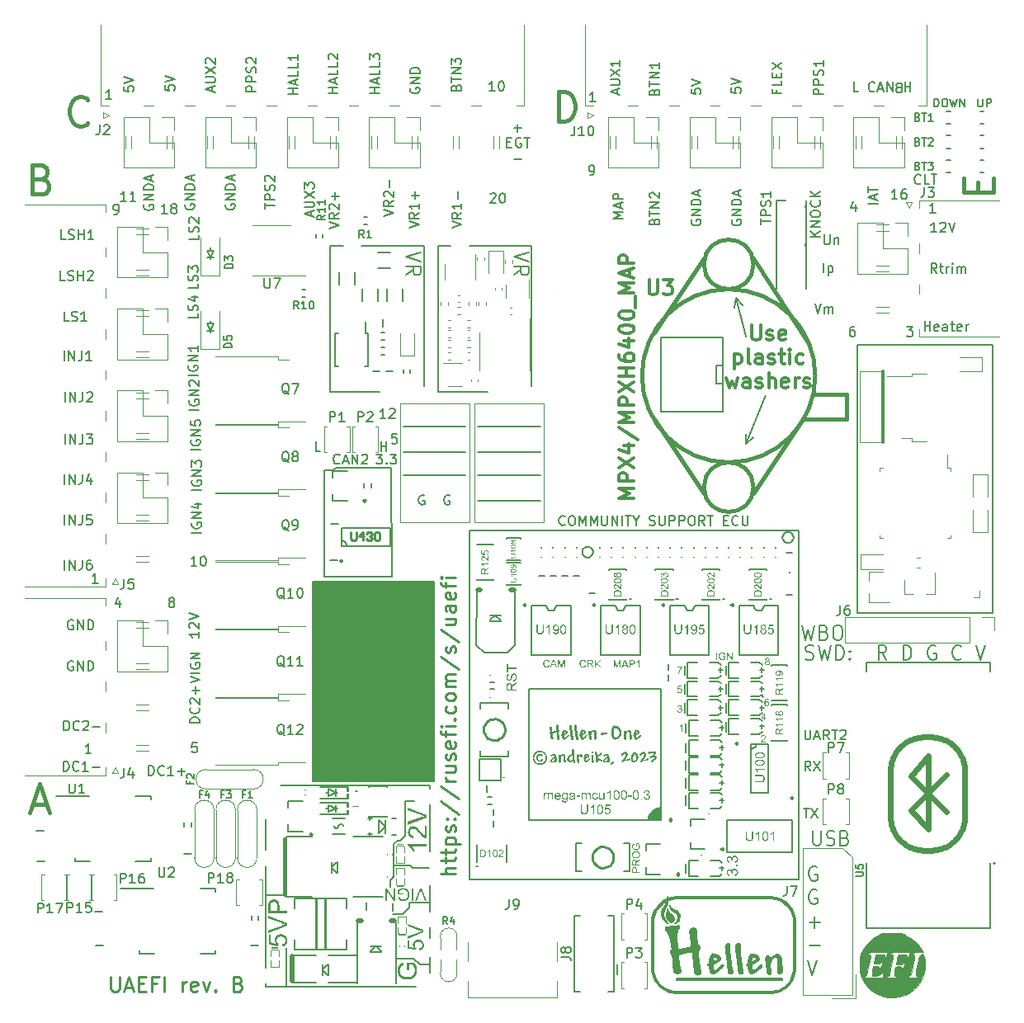
<source format=gto>
G75*
G70*
%OFA0B0*%
%FSLAX25Y25*%
%IPPOS*%
%LPD*%
%AMOC8*
5,1,8,0,0,1.08239X$1,22.5*
%
%ADD10C,0.00787*%
%ADD100C,0.01968*%
%ADD101C,0.01575*%
%ADD131C,0.01000*%
%ADD228C,0.00300*%
%ADD76C,0.01181*%
%ADD79C,0.00591*%
%ADD80C,0.00472*%
%ADD84C,0.01772*%
%ADD85C,0.00669*%
%ADD86C,0.00984*%
%ADD87C,0.01200*%
%ADD88C,0.00500*%
%ADD89C,0.00800*%
%ADD90C,0.02484*%
%ADD91C,0.00390*%
%ADD92C,0.00010*%
%ADD93C,0.01500*%
%ADD99C,0.00394*%
X0000000Y0000000D02*
%LPD*%
G01*
D79*
X0183071Y0211811D02*
X0208268Y0211811D01*
X0183071Y0201575D02*
X0208268Y0201575D01*
X0287402Y0283465D02*
X0286614Y0279528D01*
X0152756Y0231496D02*
X0177953Y0231496D01*
X0116236Y0168838D02*
X0165157Y0168838D01*
X0165157Y0088189D01*
X0116236Y0088189D01*
X0116236Y0168838D01*
G36*
X0116236Y0168838D02*
G01*
X0165157Y0168838D01*
X0165157Y0088189D01*
X0116236Y0088189D01*
X0116236Y0168838D01*
G37*
X0287402Y0283465D02*
X0289764Y0280315D01*
X0291339Y0267717D02*
X0287402Y0283465D01*
X0183071Y0221260D02*
X0208268Y0221260D01*
X0152756Y0211811D02*
X0177953Y0211811D01*
X0183071Y0231496D02*
X0208268Y0231496D01*
X0291339Y0224409D02*
X0294094Y0227165D01*
X0152756Y0221260D02*
X0177953Y0221260D01*
X0291339Y0224409D02*
X0291339Y0228346D01*
X0299213Y0244094D02*
X0291339Y0224409D01*
X0143757Y0221438D02*
X0143757Y0225375D01*
X0143757Y0223500D02*
X0146007Y0223500D01*
X0146007Y0221438D02*
X0146007Y0225375D01*
X0368232Y0310020D02*
X0365982Y0310020D01*
X0367107Y0310020D02*
X0367107Y0313957D01*
X0367107Y0313957D02*
X0366732Y0313395D01*
X0366732Y0313395D02*
X0366357Y0313020D01*
X0366357Y0313020D02*
X0365982Y0312833D01*
X0369732Y0313582D02*
X0369919Y0313770D01*
X0369919Y0313770D02*
X0370294Y0313957D01*
X0370294Y0313957D02*
X0371232Y0313957D01*
X0371232Y0313957D02*
X0371607Y0313770D01*
X0371607Y0313770D02*
X0371794Y0313582D01*
X0371794Y0313582D02*
X0371982Y0313208D01*
X0371982Y0313208D02*
X0371982Y0312833D01*
X0371982Y0312833D02*
X0371794Y0312270D01*
X0371794Y0312270D02*
X0369544Y0310020D01*
X0369544Y0310020D02*
X0371982Y0310020D01*
X0373106Y0313957D02*
X0374419Y0310020D01*
X0374419Y0310020D02*
X0375731Y0313957D01*
D84*
X0006749Y0331524D02*
X0008436Y0330961D01*
X0008436Y0330961D02*
X0008999Y0330399D01*
X0008999Y0330399D02*
X0009561Y0329274D01*
X0009561Y0329274D02*
X0009561Y0327587D01*
X0009561Y0327587D02*
X0008999Y0326462D01*
X0008999Y0326462D02*
X0008436Y0325899D01*
X0008436Y0325899D02*
X0007312Y0325337D01*
X0007312Y0325337D02*
X0002812Y0325337D01*
X0002812Y0325337D02*
X0002812Y0337148D01*
X0002812Y0337148D02*
X0006749Y0337148D01*
X0006749Y0337148D02*
X0007874Y0336585D01*
X0007874Y0336585D02*
X0008436Y0336023D01*
X0008436Y0336023D02*
X0008999Y0334898D01*
X0008999Y0334898D02*
X0008999Y0333773D01*
X0008999Y0333773D02*
X0008436Y0332648D01*
X0008436Y0332648D02*
X0007874Y0332086D01*
X0007874Y0332086D02*
X0006749Y0331524D01*
X0006749Y0331524D02*
X0002812Y0331524D01*
D79*
X0069441Y0103721D02*
X0067567Y0103721D01*
X0067567Y0103721D02*
X0067379Y0101846D01*
X0067379Y0101846D02*
X0067567Y0102034D01*
X0067567Y0102034D02*
X0067942Y0102221D01*
X0067942Y0102221D02*
X0068879Y0102221D01*
X0068879Y0102221D02*
X0069254Y0102034D01*
X0069254Y0102034D02*
X0069441Y0101846D01*
X0069441Y0101846D02*
X0069629Y0101471D01*
X0069629Y0101471D02*
X0069629Y0100534D01*
X0069629Y0100534D02*
X0069441Y0100159D01*
X0069441Y0100159D02*
X0069254Y0099972D01*
X0069254Y0099972D02*
X0068879Y0099784D01*
X0068879Y0099784D02*
X0067942Y0099784D01*
X0067942Y0099784D02*
X0067567Y0099972D01*
X0067567Y0099972D02*
X0067379Y0100159D01*
X0016020Y0173603D02*
X0016020Y0177540D01*
X0017895Y0173603D02*
X0017895Y0177540D01*
X0017895Y0177540D02*
X0020144Y0173603D01*
X0020144Y0173603D02*
X0020144Y0177540D01*
X0023144Y0177540D02*
X0023144Y0174728D01*
X0023144Y0174728D02*
X0022957Y0174166D01*
X0022957Y0174166D02*
X0022582Y0173791D01*
X0022582Y0173791D02*
X0022019Y0173603D01*
X0022019Y0173603D02*
X0021644Y0173603D01*
X0026706Y0177540D02*
X0025956Y0177540D01*
X0025956Y0177540D02*
X0025581Y0177353D01*
X0025581Y0177353D02*
X0025394Y0177165D01*
X0025394Y0177165D02*
X0025019Y0176603D01*
X0025019Y0176603D02*
X0024831Y0175853D01*
X0024831Y0175853D02*
X0024831Y0174353D01*
X0024831Y0174353D02*
X0025019Y0173978D01*
X0025019Y0173978D02*
X0025206Y0173791D01*
X0025206Y0173791D02*
X0025581Y0173603D01*
X0025581Y0173603D02*
X0026331Y0173603D01*
X0026331Y0173603D02*
X0026706Y0173791D01*
X0026706Y0173791D02*
X0026894Y0173978D01*
X0026894Y0173978D02*
X0027081Y0174353D01*
X0027081Y0174353D02*
X0027081Y0175290D01*
X0027081Y0175290D02*
X0026894Y0175665D01*
X0026894Y0175665D02*
X0026706Y0175853D01*
X0026706Y0175853D02*
X0026331Y0176040D01*
X0026331Y0176040D02*
X0025581Y0176040D01*
X0025581Y0176040D02*
X0025206Y0175853D01*
X0025206Y0175853D02*
X0025019Y0175665D01*
X0025019Y0175665D02*
X0024831Y0175290D01*
X0070098Y0308886D02*
X0070098Y0307012D01*
X0070098Y0307012D02*
X0066161Y0307012D01*
X0069910Y0310011D02*
X0070098Y0310574D01*
X0070098Y0310574D02*
X0070098Y0311511D01*
X0070098Y0311511D02*
X0069910Y0311886D01*
X0069910Y0311886D02*
X0069723Y0312073D01*
X0069723Y0312073D02*
X0069348Y0312261D01*
X0069348Y0312261D02*
X0068973Y0312261D01*
X0068973Y0312261D02*
X0068598Y0312073D01*
X0068598Y0312073D02*
X0068410Y0311886D01*
X0068410Y0311886D02*
X0068223Y0311511D01*
X0068223Y0311511D02*
X0068035Y0310761D01*
X0068035Y0310761D02*
X0067848Y0310386D01*
X0067848Y0310386D02*
X0067661Y0310199D01*
X0067661Y0310199D02*
X0067286Y0310011D01*
X0067286Y0310011D02*
X0066911Y0310011D01*
X0066911Y0310011D02*
X0066536Y0310199D01*
X0066536Y0310199D02*
X0066348Y0310386D01*
X0066348Y0310386D02*
X0066161Y0310761D01*
X0066161Y0310761D02*
X0066161Y0311699D01*
X0066161Y0311699D02*
X0066348Y0312261D01*
X0066536Y0313761D02*
X0066348Y0313948D01*
X0066348Y0313948D02*
X0066161Y0314323D01*
X0066161Y0314323D02*
X0066161Y0315261D01*
X0066161Y0315261D02*
X0066348Y0315636D01*
X0066348Y0315636D02*
X0066536Y0315823D01*
X0066536Y0315823D02*
X0066911Y0316010D01*
X0066911Y0316010D02*
X0067286Y0316010D01*
X0067286Y0316010D02*
X0067848Y0315823D01*
X0067848Y0315823D02*
X0070098Y0313573D01*
X0070098Y0313573D02*
X0070098Y0316010D01*
X0016020Y0208249D02*
X0016020Y0212186D01*
X0017895Y0208249D02*
X0017895Y0212186D01*
X0017895Y0212186D02*
X0020144Y0208249D01*
X0020144Y0208249D02*
X0020144Y0212186D01*
X0023144Y0212186D02*
X0023144Y0209374D01*
X0023144Y0209374D02*
X0022957Y0208811D01*
X0022957Y0208811D02*
X0022582Y0208436D01*
X0022582Y0208436D02*
X0022019Y0208249D01*
X0022019Y0208249D02*
X0021644Y0208249D01*
X0026706Y0210873D02*
X0026706Y0208249D01*
X0025769Y0212373D02*
X0024831Y0209561D01*
X0024831Y0209561D02*
X0027268Y0209561D01*
X0016273Y0290532D02*
X0014398Y0290532D01*
X0014398Y0290532D02*
X0014398Y0294469D01*
X0017398Y0290720D02*
X0017960Y0290532D01*
X0017960Y0290532D02*
X0018898Y0290532D01*
X0018898Y0290532D02*
X0019273Y0290720D01*
X0019273Y0290720D02*
X0019460Y0290907D01*
X0019460Y0290907D02*
X0019648Y0291282D01*
X0019648Y0291282D02*
X0019648Y0291657D01*
X0019648Y0291657D02*
X0019460Y0292032D01*
X0019460Y0292032D02*
X0019273Y0292220D01*
X0019273Y0292220D02*
X0018898Y0292407D01*
X0018898Y0292407D02*
X0018148Y0292594D01*
X0018148Y0292594D02*
X0017773Y0292782D01*
X0017773Y0292782D02*
X0017585Y0292969D01*
X0017585Y0292969D02*
X0017398Y0293344D01*
X0017398Y0293344D02*
X0017398Y0293719D01*
X0017398Y0293719D02*
X0017585Y0294094D01*
X0017585Y0294094D02*
X0017773Y0294282D01*
X0017773Y0294282D02*
X0018148Y0294469D01*
X0018148Y0294469D02*
X0019085Y0294469D01*
X0019085Y0294469D02*
X0019648Y0294282D01*
X0021335Y0290532D02*
X0021335Y0294469D01*
X0021335Y0292594D02*
X0023585Y0292594D01*
X0023585Y0290532D02*
X0023585Y0294469D01*
X0025272Y0294094D02*
X0025459Y0294282D01*
X0025459Y0294282D02*
X0025834Y0294469D01*
X0025834Y0294469D02*
X0026772Y0294469D01*
X0026772Y0294469D02*
X0027147Y0294282D01*
X0027147Y0294282D02*
X0027334Y0294094D01*
X0027334Y0294094D02*
X0027522Y0293719D01*
X0027522Y0293719D02*
X0027522Y0293344D01*
X0027522Y0293344D02*
X0027334Y0292782D01*
X0027334Y0292782D02*
X0025084Y0290532D01*
X0025084Y0290532D02*
X0027522Y0290532D01*
X0057518Y0317501D02*
X0055268Y0317501D01*
X0056393Y0317501D02*
X0056393Y0321438D01*
X0056393Y0321438D02*
X0056018Y0320875D01*
X0056018Y0320875D02*
X0055643Y0320500D01*
X0055643Y0320500D02*
X0055268Y0320313D01*
X0059768Y0319750D02*
X0059393Y0319938D01*
X0059393Y0319938D02*
X0059205Y0320125D01*
X0059205Y0320125D02*
X0059018Y0320500D01*
X0059018Y0320500D02*
X0059018Y0320688D01*
X0059018Y0320688D02*
X0059205Y0321063D01*
X0059205Y0321063D02*
X0059393Y0321250D01*
X0059393Y0321250D02*
X0059768Y0321438D01*
X0059768Y0321438D02*
X0060517Y0321438D01*
X0060517Y0321438D02*
X0060892Y0321250D01*
X0060892Y0321250D02*
X0061080Y0321063D01*
X0061080Y0321063D02*
X0061267Y0320688D01*
X0061267Y0320688D02*
X0061267Y0320500D01*
X0061267Y0320500D02*
X0061080Y0320125D01*
X0061080Y0320125D02*
X0060892Y0319938D01*
X0060892Y0319938D02*
X0060517Y0319750D01*
X0060517Y0319750D02*
X0059768Y0319750D01*
X0059768Y0319750D02*
X0059393Y0319563D01*
X0059393Y0319563D02*
X0059205Y0319375D01*
X0059205Y0319375D02*
X0059018Y0319001D01*
X0059018Y0319001D02*
X0059018Y0318251D01*
X0059018Y0318251D02*
X0059205Y0317876D01*
X0059205Y0317876D02*
X0059393Y0317688D01*
X0059393Y0317688D02*
X0059768Y0317501D01*
X0059768Y0317501D02*
X0060517Y0317501D01*
X0060517Y0317501D02*
X0060892Y0317688D01*
X0060892Y0317688D02*
X0061080Y0317876D01*
X0061080Y0317876D02*
X0061267Y0318251D01*
X0061267Y0318251D02*
X0061267Y0319001D01*
X0061267Y0319001D02*
X0061080Y0319375D01*
X0061080Y0319375D02*
X0060892Y0319563D01*
X0060892Y0319563D02*
X0060517Y0319750D01*
X0015720Y0108642D02*
X0015720Y0112579D01*
X0015720Y0112579D02*
X0016657Y0112579D01*
X0016657Y0112579D02*
X0017220Y0112392D01*
X0017220Y0112392D02*
X0017595Y0112017D01*
X0017595Y0112017D02*
X0017782Y0111642D01*
X0017782Y0111642D02*
X0017970Y0110892D01*
X0017970Y0110892D02*
X0017970Y0110330D01*
X0017970Y0110330D02*
X0017782Y0109580D01*
X0017782Y0109580D02*
X0017595Y0109205D01*
X0017595Y0109205D02*
X0017220Y0108830D01*
X0017220Y0108830D02*
X0016657Y0108642D01*
X0016657Y0108642D02*
X0015720Y0108642D01*
X0021907Y0109017D02*
X0021719Y0108830D01*
X0021719Y0108830D02*
X0021157Y0108642D01*
X0021157Y0108642D02*
X0020782Y0108642D01*
X0020782Y0108642D02*
X0020219Y0108830D01*
X0020219Y0108830D02*
X0019844Y0109205D01*
X0019844Y0109205D02*
X0019657Y0109580D01*
X0019657Y0109580D02*
X0019469Y0110330D01*
X0019469Y0110330D02*
X0019469Y0110892D01*
X0019469Y0110892D02*
X0019657Y0111642D01*
X0019657Y0111642D02*
X0019844Y0112017D01*
X0019844Y0112017D02*
X0020219Y0112392D01*
X0020219Y0112392D02*
X0020782Y0112579D01*
X0020782Y0112579D02*
X0021157Y0112579D01*
X0021157Y0112579D02*
X0021719Y0112392D01*
X0021719Y0112392D02*
X0021907Y0112205D01*
X0023406Y0112205D02*
X0023594Y0112392D01*
X0023594Y0112392D02*
X0023969Y0112579D01*
X0023969Y0112579D02*
X0024906Y0112579D01*
X0024906Y0112579D02*
X0025281Y0112392D01*
X0025281Y0112392D02*
X0025469Y0112205D01*
X0025469Y0112205D02*
X0025656Y0111830D01*
X0025656Y0111830D02*
X0025656Y0111455D01*
X0025656Y0111455D02*
X0025469Y0110892D01*
X0025469Y0110892D02*
X0023219Y0108642D01*
X0023219Y0108642D02*
X0025656Y0108642D01*
X0027343Y0110142D02*
X0030343Y0110142D01*
X0039980Y0368935D02*
X0039980Y0367060D01*
X0039980Y0367060D02*
X0041854Y0366873D01*
X0041854Y0366873D02*
X0041667Y0367060D01*
X0041667Y0367060D02*
X0041479Y0367435D01*
X0041479Y0367435D02*
X0041479Y0368373D01*
X0041479Y0368373D02*
X0041667Y0368748D01*
X0041667Y0368748D02*
X0041854Y0368935D01*
X0041854Y0368935D02*
X0042229Y0369123D01*
X0042229Y0369123D02*
X0043167Y0369123D01*
X0043167Y0369123D02*
X0043542Y0368935D01*
X0043542Y0368935D02*
X0043729Y0368748D01*
X0043729Y0368748D02*
X0043917Y0368373D01*
X0043917Y0368373D02*
X0043917Y0367435D01*
X0043917Y0367435D02*
X0043729Y0367060D01*
X0043729Y0367060D02*
X0043542Y0366873D01*
X0039980Y0370247D02*
X0043917Y0371560D01*
X0043917Y0371560D02*
X0039980Y0372872D01*
X0230456Y0362776D02*
X0228206Y0362776D01*
X0229331Y0362776D02*
X0229331Y0366713D01*
X0229331Y0366713D02*
X0228956Y0366151D01*
X0228956Y0366151D02*
X0228581Y0365776D01*
X0228581Y0365776D02*
X0228206Y0365588D01*
X0126397Y0366142D02*
X0122460Y0366142D01*
X0124335Y0366142D02*
X0124335Y0368391D01*
X0126397Y0368391D02*
X0122460Y0368391D01*
X0125272Y0370079D02*
X0125272Y0371954D01*
X0126397Y0369704D02*
X0122460Y0371016D01*
X0122460Y0371016D02*
X0126397Y0372328D01*
X0126397Y0375516D02*
X0126397Y0373641D01*
X0126397Y0373641D02*
X0122460Y0373641D01*
X0126397Y0378703D02*
X0126397Y0376828D01*
X0126397Y0376828D02*
X0122460Y0376828D01*
X0122835Y0379828D02*
X0122647Y0380015D01*
X0122647Y0380015D02*
X0122460Y0380390D01*
X0122460Y0380390D02*
X0122460Y0381327D01*
X0122460Y0381327D02*
X0122647Y0381702D01*
X0122647Y0381702D02*
X0122835Y0381890D01*
X0122835Y0381890D02*
X0123210Y0382077D01*
X0123210Y0382077D02*
X0123585Y0382077D01*
X0123585Y0382077D02*
X0124147Y0381890D01*
X0124147Y0381890D02*
X0126397Y0379640D01*
X0126397Y0379640D02*
X0126397Y0382077D01*
X0155137Y0311699D02*
X0159074Y0313011D01*
X0159074Y0313011D02*
X0155137Y0314323D01*
X0159074Y0317885D02*
X0157199Y0316573D01*
X0159074Y0315636D02*
X0155137Y0315636D01*
X0155137Y0315636D02*
X0155137Y0317135D01*
X0155137Y0317135D02*
X0155325Y0317510D01*
X0155325Y0317510D02*
X0155512Y0317698D01*
X0155512Y0317698D02*
X0155887Y0317885D01*
X0155887Y0317885D02*
X0156449Y0317885D01*
X0156449Y0317885D02*
X0156824Y0317698D01*
X0156824Y0317698D02*
X0157012Y0317510D01*
X0157012Y0317510D02*
X0157199Y0317135D01*
X0157199Y0317135D02*
X0157199Y0315636D01*
X0159074Y0321635D02*
X0159074Y0319385D01*
X0159074Y0320510D02*
X0155137Y0320510D01*
X0155137Y0320510D02*
X0155700Y0320135D01*
X0155700Y0320135D02*
X0156074Y0319760D01*
X0156074Y0319760D02*
X0156262Y0319385D01*
X0157574Y0323322D02*
X0157574Y0326322D01*
X0159074Y0324822D02*
X0156074Y0324822D01*
D10*
X0319820Y0053556D02*
X0319295Y0053837D01*
X0319295Y0053837D02*
X0318508Y0053837D01*
X0318508Y0053837D02*
X0317721Y0053556D01*
X0317721Y0053556D02*
X0317196Y0052994D01*
X0317196Y0052994D02*
X0316933Y0052431D01*
X0316933Y0052431D02*
X0316671Y0051307D01*
X0316671Y0051307D02*
X0316671Y0050463D01*
X0316671Y0050463D02*
X0316933Y0049338D01*
X0316933Y0049338D02*
X0317196Y0048776D01*
X0317196Y0048776D02*
X0317721Y0048213D01*
X0317721Y0048213D02*
X0318508Y0047932D01*
X0318508Y0047932D02*
X0319033Y0047932D01*
X0319033Y0047932D02*
X0319820Y0048213D01*
X0319820Y0048213D02*
X0320083Y0048494D01*
X0320083Y0048494D02*
X0320083Y0050463D01*
X0320083Y0050463D02*
X0319033Y0050463D01*
X0319820Y0044048D02*
X0319295Y0044330D01*
X0319295Y0044330D02*
X0318508Y0044330D01*
X0318508Y0044330D02*
X0317721Y0044048D01*
X0317721Y0044048D02*
X0317196Y0043486D01*
X0317196Y0043486D02*
X0316933Y0042923D01*
X0316933Y0042923D02*
X0316671Y0041799D01*
X0316671Y0041799D02*
X0316671Y0040955D01*
X0316671Y0040955D02*
X0316933Y0039830D01*
X0316933Y0039830D02*
X0317196Y0039268D01*
X0317196Y0039268D02*
X0317721Y0038705D01*
X0317721Y0038705D02*
X0318508Y0038424D01*
X0318508Y0038424D02*
X0319033Y0038424D01*
X0319033Y0038424D02*
X0319820Y0038705D01*
X0319820Y0038705D02*
X0320083Y0038986D01*
X0320083Y0038986D02*
X0320083Y0040955D01*
X0320083Y0040955D02*
X0319033Y0040955D01*
X0316933Y0031166D02*
X0321133Y0031166D01*
X0319033Y0028916D02*
X0319033Y0033416D01*
X0316933Y0021658D02*
X0321133Y0021658D01*
X0316146Y0015806D02*
X0317983Y0009900D01*
X0317983Y0009900D02*
X0319820Y0015806D01*
D79*
X0321279Y0308230D02*
X0317342Y0308230D01*
X0321279Y0310480D02*
X0319029Y0308793D01*
X0317342Y0310480D02*
X0319592Y0308230D01*
X0321279Y0312167D02*
X0317342Y0312167D01*
X0317342Y0312167D02*
X0321279Y0314417D01*
X0321279Y0314417D02*
X0317342Y0314417D01*
X0317342Y0317042D02*
X0317342Y0317792D01*
X0317342Y0317792D02*
X0317529Y0318166D01*
X0317529Y0318166D02*
X0317904Y0318541D01*
X0317904Y0318541D02*
X0318654Y0318729D01*
X0318654Y0318729D02*
X0319966Y0318729D01*
X0319966Y0318729D02*
X0320716Y0318541D01*
X0320716Y0318541D02*
X0321091Y0318166D01*
X0321091Y0318166D02*
X0321279Y0317792D01*
X0321279Y0317792D02*
X0321279Y0317042D01*
X0321279Y0317042D02*
X0321091Y0316667D01*
X0321091Y0316667D02*
X0320716Y0316292D01*
X0320716Y0316292D02*
X0319966Y0316104D01*
X0319966Y0316104D02*
X0318654Y0316104D01*
X0318654Y0316104D02*
X0317904Y0316292D01*
X0317904Y0316292D02*
X0317529Y0316667D01*
X0317529Y0316667D02*
X0317342Y0317042D01*
X0320904Y0322666D02*
X0321091Y0322478D01*
X0321091Y0322478D02*
X0321279Y0321916D01*
X0321279Y0321916D02*
X0321279Y0321541D01*
X0321279Y0321541D02*
X0321091Y0320979D01*
X0321091Y0320979D02*
X0320716Y0320604D01*
X0320716Y0320604D02*
X0320341Y0320416D01*
X0320341Y0320416D02*
X0319592Y0320229D01*
X0319592Y0320229D02*
X0319029Y0320229D01*
X0319029Y0320229D02*
X0318279Y0320416D01*
X0318279Y0320416D02*
X0317904Y0320604D01*
X0317904Y0320604D02*
X0317529Y0320979D01*
X0317529Y0320979D02*
X0317342Y0321541D01*
X0317342Y0321541D02*
X0317342Y0321916D01*
X0317342Y0321916D02*
X0317529Y0322478D01*
X0317529Y0322478D02*
X0317717Y0322666D01*
X0321279Y0324353D02*
X0317342Y0324353D01*
X0321279Y0326603D02*
X0319029Y0324916D01*
X0317342Y0326603D02*
X0319592Y0324353D01*
X0315105Y0108938D02*
X0315105Y0105751D01*
X0315105Y0105751D02*
X0315293Y0105376D01*
X0315293Y0105376D02*
X0315480Y0105188D01*
X0315480Y0105188D02*
X0315855Y0105001D01*
X0315855Y0105001D02*
X0316605Y0105001D01*
X0316605Y0105001D02*
X0316980Y0105188D01*
X0316980Y0105188D02*
X0317168Y0105376D01*
X0317168Y0105376D02*
X0317355Y0105751D01*
X0317355Y0105751D02*
X0317355Y0108938D01*
X0319042Y0106126D02*
X0320917Y0106126D01*
X0318667Y0105001D02*
X0319980Y0108938D01*
X0319980Y0108938D02*
X0321292Y0105001D01*
X0324854Y0105001D02*
X0323542Y0106875D01*
X0322604Y0105001D02*
X0322604Y0108938D01*
X0322604Y0108938D02*
X0324104Y0108938D01*
X0324104Y0108938D02*
X0324479Y0108750D01*
X0324479Y0108750D02*
X0324667Y0108563D01*
X0324667Y0108563D02*
X0324854Y0108188D01*
X0324854Y0108188D02*
X0324854Y0107625D01*
X0324854Y0107625D02*
X0324667Y0107250D01*
X0324667Y0107250D02*
X0324479Y0107063D01*
X0324479Y0107063D02*
X0324104Y0106875D01*
X0324104Y0106875D02*
X0322604Y0106875D01*
X0325979Y0108938D02*
X0328229Y0108938D01*
X0327104Y0105001D02*
X0327104Y0108938D01*
X0329354Y0108563D02*
X0329541Y0108750D01*
X0329541Y0108750D02*
X0329916Y0108938D01*
X0329916Y0108938D02*
X0330853Y0108938D01*
X0330853Y0108938D02*
X0331228Y0108750D01*
X0331228Y0108750D02*
X0331416Y0108563D01*
X0331416Y0108563D02*
X0331603Y0108188D01*
X0331603Y0108188D02*
X0331603Y0107813D01*
X0331603Y0107813D02*
X0331416Y0107250D01*
X0331416Y0107250D02*
X0329166Y0105001D01*
X0329166Y0105001D02*
X0331603Y0105001D01*
X0317355Y0092324D02*
X0316043Y0094198D01*
X0315105Y0092324D02*
X0315105Y0096261D01*
X0315105Y0096261D02*
X0316605Y0096261D01*
X0316605Y0096261D02*
X0316980Y0096073D01*
X0316980Y0096073D02*
X0317168Y0095886D01*
X0317168Y0095886D02*
X0317355Y0095511D01*
X0317355Y0095511D02*
X0317355Y0094948D01*
X0317355Y0094948D02*
X0317168Y0094573D01*
X0317168Y0094573D02*
X0316980Y0094386D01*
X0316980Y0094386D02*
X0316605Y0094198D01*
X0316605Y0094198D02*
X0315105Y0094198D01*
X0318667Y0096261D02*
X0321292Y0092324D01*
X0321292Y0096261D02*
X0318667Y0092324D01*
X0314543Y0077245D02*
X0316793Y0077245D01*
X0315668Y0073308D02*
X0315668Y0077245D01*
X0317730Y0077245D02*
X0320355Y0073308D01*
X0320355Y0077245D02*
X0317730Y0073308D01*
D84*
X0003093Y0078711D02*
X0008718Y0078711D01*
X0001969Y0075337D02*
X0005906Y0087148D01*
X0005906Y0087148D02*
X0009843Y0075337D01*
D79*
X0056515Y0369329D02*
X0056515Y0367454D01*
X0056515Y0367454D02*
X0058390Y0367267D01*
X0058390Y0367267D02*
X0058202Y0367454D01*
X0058202Y0367454D02*
X0058015Y0367829D01*
X0058015Y0367829D02*
X0058015Y0368766D01*
X0058015Y0368766D02*
X0058202Y0369141D01*
X0058202Y0369141D02*
X0058390Y0369329D01*
X0058390Y0369329D02*
X0058765Y0369516D01*
X0058765Y0369516D02*
X0059702Y0369516D01*
X0059702Y0369516D02*
X0060077Y0369329D01*
X0060077Y0369329D02*
X0060265Y0369141D01*
X0060265Y0369141D02*
X0060452Y0368766D01*
X0060452Y0368766D02*
X0060452Y0367829D01*
X0060452Y0367829D02*
X0060265Y0367454D01*
X0060265Y0367454D02*
X0060077Y0367267D01*
X0056515Y0370641D02*
X0060452Y0371954D01*
X0060452Y0371954D02*
X0056515Y0373266D01*
X0352400Y0323406D02*
X0350150Y0323406D01*
X0351275Y0323406D02*
X0351275Y0327343D01*
X0351275Y0327343D02*
X0350900Y0326781D01*
X0350900Y0326781D02*
X0350525Y0326406D01*
X0350525Y0326406D02*
X0350150Y0326218D01*
X0355774Y0327343D02*
X0355024Y0327343D01*
X0355024Y0327343D02*
X0354649Y0327156D01*
X0354649Y0327156D02*
X0354462Y0326968D01*
X0354462Y0326968D02*
X0354087Y0326406D01*
X0354087Y0326406D02*
X0353900Y0325656D01*
X0353900Y0325656D02*
X0353900Y0324156D01*
X0353900Y0324156D02*
X0354087Y0323781D01*
X0354087Y0323781D02*
X0354274Y0323594D01*
X0354274Y0323594D02*
X0354649Y0323406D01*
X0354649Y0323406D02*
X0355399Y0323406D01*
X0355399Y0323406D02*
X0355774Y0323594D01*
X0355774Y0323594D02*
X0355962Y0323781D01*
X0355962Y0323781D02*
X0356149Y0324156D01*
X0356149Y0324156D02*
X0356149Y0325094D01*
X0356149Y0325094D02*
X0355962Y0325468D01*
X0355962Y0325468D02*
X0355774Y0325656D01*
X0355774Y0325656D02*
X0355399Y0325843D01*
X0355399Y0325843D02*
X0354649Y0325843D01*
X0354649Y0325843D02*
X0354274Y0325656D01*
X0354274Y0325656D02*
X0354087Y0325468D01*
X0354087Y0325468D02*
X0353900Y0325094D01*
X0174138Y0368466D02*
X0174325Y0369029D01*
X0174325Y0369029D02*
X0174513Y0369216D01*
X0174513Y0369216D02*
X0174888Y0369404D01*
X0174888Y0369404D02*
X0175450Y0369404D01*
X0175450Y0369404D02*
X0175825Y0369216D01*
X0175825Y0369216D02*
X0176013Y0369029D01*
X0176013Y0369029D02*
X0176200Y0368654D01*
X0176200Y0368654D02*
X0176200Y0367154D01*
X0176200Y0367154D02*
X0172263Y0367154D01*
X0172263Y0367154D02*
X0172263Y0368466D01*
X0172263Y0368466D02*
X0172451Y0368841D01*
X0172451Y0368841D02*
X0172638Y0369029D01*
X0172638Y0369029D02*
X0173013Y0369216D01*
X0173013Y0369216D02*
X0173388Y0369216D01*
X0173388Y0369216D02*
X0173763Y0369029D01*
X0173763Y0369029D02*
X0173950Y0368841D01*
X0173950Y0368841D02*
X0174138Y0368466D01*
X0174138Y0368466D02*
X0174138Y0367154D01*
X0172263Y0370529D02*
X0172263Y0372778D01*
X0176200Y0371654D02*
X0172263Y0371654D01*
X0176200Y0374091D02*
X0172263Y0374091D01*
X0172263Y0374091D02*
X0176200Y0376340D01*
X0176200Y0376340D02*
X0172263Y0376340D01*
X0172263Y0377840D02*
X0172263Y0380277D01*
X0172263Y0380277D02*
X0173763Y0378965D01*
X0173763Y0378965D02*
X0173763Y0379528D01*
X0173763Y0379528D02*
X0173950Y0379903D01*
X0173950Y0379903D02*
X0174138Y0380090D01*
X0174138Y0380090D02*
X0174513Y0380277D01*
X0174513Y0380277D02*
X0175450Y0380277D01*
X0175450Y0380277D02*
X0175825Y0380090D01*
X0175825Y0380090D02*
X0176013Y0379903D01*
X0176013Y0379903D02*
X0176200Y0379528D01*
X0176200Y0379528D02*
X0176200Y0378403D01*
X0176200Y0378403D02*
X0176013Y0378028D01*
X0176013Y0378028D02*
X0175825Y0377840D01*
X0075666Y0366873D02*
X0075666Y0368748D01*
X0076791Y0366498D02*
X0072854Y0367810D01*
X0072854Y0367810D02*
X0076791Y0369123D01*
X0072854Y0370435D02*
X0076041Y0370435D01*
X0076041Y0370435D02*
X0076416Y0370622D01*
X0076416Y0370622D02*
X0076603Y0370810D01*
X0076603Y0370810D02*
X0076791Y0371185D01*
X0076791Y0371185D02*
X0076791Y0371935D01*
X0076791Y0371935D02*
X0076603Y0372310D01*
X0076603Y0372310D02*
X0076416Y0372497D01*
X0076416Y0372497D02*
X0076041Y0372685D01*
X0076041Y0372685D02*
X0072854Y0372685D01*
X0072854Y0374184D02*
X0076791Y0376809D01*
X0072854Y0376809D02*
X0076791Y0374184D01*
X0073229Y0378121D02*
X0073041Y0378309D01*
X0073041Y0378309D02*
X0072854Y0378684D01*
X0072854Y0378684D02*
X0072854Y0379621D01*
X0072854Y0379621D02*
X0073041Y0379996D01*
X0073041Y0379996D02*
X0073229Y0380184D01*
X0073229Y0380184D02*
X0073604Y0380371D01*
X0073604Y0380371D02*
X0073978Y0380371D01*
X0073978Y0380371D02*
X0074541Y0380184D01*
X0074541Y0380184D02*
X0076791Y0377934D01*
X0076791Y0377934D02*
X0076791Y0380371D01*
X0038348Y0161070D02*
X0038348Y0158446D01*
X0037411Y0162570D02*
X0036474Y0159758D01*
X0036474Y0159758D02*
X0038911Y0159758D01*
X0141939Y0220257D02*
X0144376Y0220257D01*
X0144376Y0220257D02*
X0143063Y0218757D01*
X0143063Y0218757D02*
X0143626Y0218757D01*
X0143626Y0218757D02*
X0144001Y0218569D01*
X0144001Y0218569D02*
X0144188Y0218382D01*
X0144188Y0218382D02*
X0144376Y0218007D01*
X0144376Y0218007D02*
X0144376Y0217070D01*
X0144376Y0217070D02*
X0144188Y0216695D01*
X0144188Y0216695D02*
X0144001Y0216507D01*
X0144001Y0216507D02*
X0143626Y0216320D01*
X0143626Y0216320D02*
X0142501Y0216320D01*
X0142501Y0216320D02*
X0142126Y0216507D01*
X0142126Y0216507D02*
X0141939Y0216695D01*
X0146063Y0216695D02*
X0146250Y0216507D01*
X0146250Y0216507D02*
X0146063Y0216320D01*
X0146063Y0216320D02*
X0145876Y0216507D01*
X0145876Y0216507D02*
X0146063Y0216695D01*
X0146063Y0216695D02*
X0146063Y0216320D01*
X0147563Y0220257D02*
X0150000Y0220257D01*
X0150000Y0220257D02*
X0148688Y0218757D01*
X0148688Y0218757D02*
X0149250Y0218757D01*
X0149250Y0218757D02*
X0149625Y0218569D01*
X0149625Y0218569D02*
X0149813Y0218382D01*
X0149813Y0218382D02*
X0150000Y0218007D01*
X0150000Y0218007D02*
X0150000Y0217070D01*
X0150000Y0217070D02*
X0149813Y0216695D01*
X0149813Y0216695D02*
X0149625Y0216507D01*
X0149625Y0216507D02*
X0149250Y0216320D01*
X0149250Y0216320D02*
X0148125Y0216320D01*
X0148125Y0216320D02*
X0147750Y0216507D01*
X0147750Y0216507D02*
X0147563Y0216695D01*
X0297263Y0313236D02*
X0297263Y0315486D01*
X0301200Y0314361D02*
X0297263Y0314361D01*
X0301200Y0316798D02*
X0297263Y0316798D01*
X0297263Y0316798D02*
X0297263Y0318298D01*
X0297263Y0318298D02*
X0297451Y0318673D01*
X0297451Y0318673D02*
X0297638Y0318860D01*
X0297638Y0318860D02*
X0298013Y0319048D01*
X0298013Y0319048D02*
X0298575Y0319048D01*
X0298575Y0319048D02*
X0298950Y0318860D01*
X0298950Y0318860D02*
X0299138Y0318673D01*
X0299138Y0318673D02*
X0299325Y0318298D01*
X0299325Y0318298D02*
X0299325Y0316798D01*
X0301013Y0320547D02*
X0301200Y0321110D01*
X0301200Y0321110D02*
X0301200Y0322047D01*
X0301200Y0322047D02*
X0301013Y0322422D01*
X0301013Y0322422D02*
X0300825Y0322610D01*
X0300825Y0322610D02*
X0300450Y0322797D01*
X0300450Y0322797D02*
X0300075Y0322797D01*
X0300075Y0322797D02*
X0299700Y0322610D01*
X0299700Y0322610D02*
X0299513Y0322422D01*
X0299513Y0322422D02*
X0299325Y0322047D01*
X0299325Y0322047D02*
X0299138Y0321297D01*
X0299138Y0321297D02*
X0298950Y0320922D01*
X0298950Y0320922D02*
X0298763Y0320735D01*
X0298763Y0320735D02*
X0298388Y0320547D01*
X0298388Y0320547D02*
X0298013Y0320547D01*
X0298013Y0320547D02*
X0297638Y0320735D01*
X0297638Y0320735D02*
X0297451Y0320922D01*
X0297451Y0320922D02*
X0297263Y0321297D01*
X0297263Y0321297D02*
X0297263Y0322235D01*
X0297263Y0322235D02*
X0297451Y0322797D01*
X0301200Y0326547D02*
X0301200Y0324297D01*
X0301200Y0325422D02*
X0297263Y0325422D01*
X0297263Y0325422D02*
X0297825Y0325047D01*
X0297825Y0325047D02*
X0298200Y0324672D01*
X0298200Y0324672D02*
X0298388Y0324297D01*
D85*
X0385067Y0363894D02*
X0385067Y0361281D01*
X0385067Y0361281D02*
X0385221Y0360974D01*
X0385221Y0360974D02*
X0385375Y0360820D01*
X0385375Y0360820D02*
X0385682Y0360666D01*
X0385682Y0360666D02*
X0386297Y0360666D01*
X0386297Y0360666D02*
X0386605Y0360820D01*
X0386605Y0360820D02*
X0386758Y0360974D01*
X0386758Y0360974D02*
X0386912Y0361281D01*
X0386912Y0361281D02*
X0386912Y0363894D01*
X0388449Y0360666D02*
X0388449Y0363894D01*
X0388449Y0363894D02*
X0389679Y0363894D01*
X0389679Y0363894D02*
X0389987Y0363741D01*
X0389987Y0363741D02*
X0390140Y0363587D01*
X0390140Y0363587D02*
X0390294Y0363280D01*
X0390294Y0363280D02*
X0390294Y0362818D01*
X0390294Y0362818D02*
X0390140Y0362511D01*
X0390140Y0362511D02*
X0389987Y0362357D01*
X0389987Y0362357D02*
X0389679Y0362203D01*
X0389679Y0362203D02*
X0388449Y0362203D01*
D79*
X0150150Y0228524D02*
X0148275Y0228524D01*
X0148275Y0228524D02*
X0148088Y0226650D01*
X0148088Y0226650D02*
X0148275Y0226837D01*
X0148275Y0226837D02*
X0148650Y0227025D01*
X0148650Y0227025D02*
X0149588Y0227025D01*
X0149588Y0227025D02*
X0149963Y0226837D01*
X0149963Y0226837D02*
X0150150Y0226650D01*
X0150150Y0226650D02*
X0150337Y0226275D01*
X0150337Y0226275D02*
X0150337Y0225337D01*
X0150337Y0225337D02*
X0150150Y0224962D01*
X0150150Y0224962D02*
X0149963Y0224775D01*
X0149963Y0224775D02*
X0149588Y0224587D01*
X0149588Y0224587D02*
X0148650Y0224587D01*
X0148650Y0224587D02*
X0148275Y0224775D01*
X0148275Y0224775D02*
X0148088Y0224962D01*
X0115626Y0316479D02*
X0115626Y0318354D01*
X0116751Y0316104D02*
X0112814Y0317417D01*
X0112814Y0317417D02*
X0116751Y0318729D01*
X0112814Y0320041D02*
X0116001Y0320041D01*
X0116001Y0320041D02*
X0116376Y0320229D01*
X0116376Y0320229D02*
X0116564Y0320416D01*
X0116564Y0320416D02*
X0116751Y0320791D01*
X0116751Y0320791D02*
X0116751Y0321541D01*
X0116751Y0321541D02*
X0116564Y0321916D01*
X0116564Y0321916D02*
X0116376Y0322103D01*
X0116376Y0322103D02*
X0116001Y0322291D01*
X0116001Y0322291D02*
X0112814Y0322291D01*
X0112814Y0323791D02*
X0116751Y0326415D01*
X0112814Y0326415D02*
X0116751Y0323791D01*
X0112814Y0327540D02*
X0112814Y0329978D01*
X0112814Y0329978D02*
X0114314Y0328665D01*
X0114314Y0328665D02*
X0114314Y0329228D01*
X0114314Y0329228D02*
X0114502Y0329603D01*
X0114502Y0329603D02*
X0114689Y0329790D01*
X0114689Y0329790D02*
X0115064Y0329978D01*
X0115064Y0329978D02*
X0116001Y0329978D01*
X0116001Y0329978D02*
X0116376Y0329790D01*
X0116376Y0329790D02*
X0116564Y0329603D01*
X0116564Y0329603D02*
X0116751Y0329228D01*
X0116751Y0329228D02*
X0116751Y0328103D01*
X0116751Y0328103D02*
X0116564Y0327728D01*
X0116564Y0327728D02*
X0116376Y0327540D01*
X0081112Y0321297D02*
X0080924Y0320922D01*
X0080924Y0320922D02*
X0080924Y0320360D01*
X0080924Y0320360D02*
X0081112Y0319798D01*
X0081112Y0319798D02*
X0081487Y0319423D01*
X0081487Y0319423D02*
X0081862Y0319235D01*
X0081862Y0319235D02*
X0082612Y0319048D01*
X0082612Y0319048D02*
X0083174Y0319048D01*
X0083174Y0319048D02*
X0083924Y0319235D01*
X0083924Y0319235D02*
X0084299Y0319423D01*
X0084299Y0319423D02*
X0084674Y0319798D01*
X0084674Y0319798D02*
X0084861Y0320360D01*
X0084861Y0320360D02*
X0084861Y0320735D01*
X0084861Y0320735D02*
X0084674Y0321297D01*
X0084674Y0321297D02*
X0084487Y0321485D01*
X0084487Y0321485D02*
X0083174Y0321485D01*
X0083174Y0321485D02*
X0083174Y0320735D01*
X0084861Y0323172D02*
X0080924Y0323172D01*
X0080924Y0323172D02*
X0084861Y0325422D01*
X0084861Y0325422D02*
X0080924Y0325422D01*
X0084861Y0327297D02*
X0080924Y0327297D01*
X0080924Y0327297D02*
X0080924Y0328234D01*
X0080924Y0328234D02*
X0081112Y0328796D01*
X0081112Y0328796D02*
X0081487Y0329171D01*
X0081487Y0329171D02*
X0081862Y0329359D01*
X0081862Y0329359D02*
X0082612Y0329546D01*
X0082612Y0329546D02*
X0083174Y0329546D01*
X0083174Y0329546D02*
X0083924Y0329359D01*
X0083924Y0329359D02*
X0084299Y0329171D01*
X0084299Y0329171D02*
X0084674Y0328796D01*
X0084674Y0328796D02*
X0084861Y0328234D01*
X0084861Y0328234D02*
X0084861Y0327297D01*
X0083737Y0331046D02*
X0083737Y0332921D01*
X0084861Y0330671D02*
X0080924Y0331984D01*
X0080924Y0331984D02*
X0084861Y0333296D01*
D85*
X0360553Y0356452D02*
X0361014Y0356298D01*
X0361014Y0356298D02*
X0361168Y0356144D01*
X0361168Y0356144D02*
X0361321Y0355837D01*
X0361321Y0355837D02*
X0361321Y0355376D01*
X0361321Y0355376D02*
X0361168Y0355068D01*
X0361168Y0355068D02*
X0361014Y0354914D01*
X0361014Y0354914D02*
X0360707Y0354761D01*
X0360707Y0354761D02*
X0359477Y0354761D01*
X0359477Y0354761D02*
X0359477Y0357989D01*
X0359477Y0357989D02*
X0360553Y0357989D01*
X0360553Y0357989D02*
X0360860Y0357835D01*
X0360860Y0357835D02*
X0361014Y0357681D01*
X0361014Y0357681D02*
X0361168Y0357374D01*
X0361168Y0357374D02*
X0361168Y0357067D01*
X0361168Y0357067D02*
X0361014Y0356759D01*
X0361014Y0356759D02*
X0360860Y0356605D01*
X0360860Y0356605D02*
X0360553Y0356452D01*
X0360553Y0356452D02*
X0359477Y0356452D01*
X0362244Y0357989D02*
X0364089Y0357989D01*
X0363166Y0354761D02*
X0363166Y0357989D01*
X0366856Y0354761D02*
X0365011Y0354761D01*
X0365933Y0354761D02*
X0365933Y0357989D01*
X0365933Y0357989D02*
X0365626Y0357528D01*
X0365626Y0357528D02*
X0365318Y0357220D01*
X0365318Y0357220D02*
X0365011Y0357067D01*
D79*
X0356168Y0271831D02*
X0358605Y0271831D01*
X0358605Y0271831D02*
X0357293Y0270332D01*
X0357293Y0270332D02*
X0357855Y0270332D01*
X0357855Y0270332D02*
X0358230Y0270144D01*
X0358230Y0270144D02*
X0358418Y0269957D01*
X0358418Y0269957D02*
X0358605Y0269582D01*
X0358605Y0269582D02*
X0358605Y0268644D01*
X0358605Y0268644D02*
X0358418Y0268269D01*
X0358418Y0268269D02*
X0358230Y0268082D01*
X0358230Y0268082D02*
X0357855Y0267894D01*
X0357855Y0267894D02*
X0356730Y0267894D01*
X0356730Y0267894D02*
X0356355Y0268082D01*
X0356355Y0268082D02*
X0356168Y0268269D01*
X0069371Y0175199D02*
X0067121Y0175199D01*
X0068246Y0175199D02*
X0068246Y0179136D01*
X0068246Y0179136D02*
X0067871Y0178574D01*
X0067871Y0178574D02*
X0067496Y0178199D01*
X0067496Y0178199D02*
X0067121Y0178011D01*
X0071808Y0179136D02*
X0072183Y0179136D01*
X0072183Y0179136D02*
X0072558Y0178949D01*
X0072558Y0178949D02*
X0072746Y0178761D01*
X0072746Y0178761D02*
X0072933Y0178386D01*
X0072933Y0178386D02*
X0073121Y0177636D01*
X0073121Y0177636D02*
X0073121Y0176699D01*
X0073121Y0176699D02*
X0072933Y0175949D01*
X0072933Y0175949D02*
X0072746Y0175574D01*
X0072746Y0175574D02*
X0072558Y0175387D01*
X0072558Y0175387D02*
X0072183Y0175199D01*
X0072183Y0175199D02*
X0071808Y0175199D01*
X0071808Y0175199D02*
X0071433Y0175387D01*
X0071433Y0175387D02*
X0071246Y0175574D01*
X0071246Y0175574D02*
X0071058Y0175949D01*
X0071058Y0175949D02*
X0070871Y0176699D01*
X0070871Y0176699D02*
X0070871Y0177636D01*
X0070871Y0177636D02*
X0071058Y0178386D01*
X0071058Y0178386D02*
X0071246Y0178761D01*
X0071246Y0178761D02*
X0071433Y0178949D01*
X0071433Y0178949D02*
X0071808Y0179136D01*
X0187945Y0325393D02*
X0188133Y0325581D01*
X0188133Y0325581D02*
X0188508Y0325768D01*
X0188508Y0325768D02*
X0189445Y0325768D01*
X0189445Y0325768D02*
X0189820Y0325581D01*
X0189820Y0325581D02*
X0190007Y0325393D01*
X0190007Y0325393D02*
X0190195Y0325019D01*
X0190195Y0325019D02*
X0190195Y0324644D01*
X0190195Y0324644D02*
X0190007Y0324081D01*
X0190007Y0324081D02*
X0187758Y0321831D01*
X0187758Y0321831D02*
X0190195Y0321831D01*
X0192632Y0325768D02*
X0193007Y0325768D01*
X0193007Y0325768D02*
X0193382Y0325581D01*
X0193382Y0325581D02*
X0193570Y0325393D01*
X0193570Y0325393D02*
X0193757Y0325019D01*
X0193757Y0325019D02*
X0193945Y0324269D01*
X0193945Y0324269D02*
X0193945Y0323331D01*
X0193945Y0323331D02*
X0193757Y0322581D01*
X0193757Y0322581D02*
X0193570Y0322206D01*
X0193570Y0322206D02*
X0193382Y0322019D01*
X0193382Y0322019D02*
X0193007Y0321831D01*
X0193007Y0321831D02*
X0192632Y0321831D01*
X0192632Y0321831D02*
X0192257Y0322019D01*
X0192257Y0322019D02*
X0192070Y0322206D01*
X0192070Y0322206D02*
X0191882Y0322581D01*
X0191882Y0322581D02*
X0191695Y0323331D01*
X0191695Y0323331D02*
X0191695Y0324269D01*
X0191695Y0324269D02*
X0191882Y0325019D01*
X0191882Y0325019D02*
X0192070Y0325393D01*
X0192070Y0325393D02*
X0192257Y0325581D01*
X0192257Y0325581D02*
X0192632Y0325768D01*
X0368345Y0293485D02*
X0367032Y0295360D01*
X0366095Y0293485D02*
X0366095Y0297422D01*
X0366095Y0297422D02*
X0367595Y0297422D01*
X0367595Y0297422D02*
X0367970Y0297234D01*
X0367970Y0297234D02*
X0368157Y0297047D01*
X0368157Y0297047D02*
X0368345Y0296672D01*
X0368345Y0296672D02*
X0368345Y0296110D01*
X0368345Y0296110D02*
X0368157Y0295735D01*
X0368157Y0295735D02*
X0367970Y0295547D01*
X0367970Y0295547D02*
X0367595Y0295360D01*
X0367595Y0295360D02*
X0366095Y0295360D01*
X0369469Y0296110D02*
X0370969Y0296110D01*
X0370032Y0297422D02*
X0370032Y0294047D01*
X0370032Y0294047D02*
X0370219Y0293672D01*
X0370219Y0293672D02*
X0370594Y0293485D01*
X0370594Y0293485D02*
X0370969Y0293485D01*
X0372282Y0293485D02*
X0372282Y0296110D01*
X0372282Y0295360D02*
X0372469Y0295735D01*
X0372469Y0295735D02*
X0372657Y0295922D01*
X0372657Y0295922D02*
X0373031Y0296110D01*
X0373031Y0296110D02*
X0373406Y0296110D01*
X0374719Y0293485D02*
X0374719Y0296110D01*
X0374719Y0297422D02*
X0374531Y0297234D01*
X0374531Y0297234D02*
X0374719Y0297047D01*
X0374719Y0297047D02*
X0374906Y0297234D01*
X0374906Y0297234D02*
X0374719Y0297422D01*
X0374719Y0297422D02*
X0374719Y0297047D01*
X0376594Y0293485D02*
X0376594Y0296110D01*
X0376594Y0295735D02*
X0376781Y0295922D01*
X0376781Y0295922D02*
X0377156Y0296110D01*
X0377156Y0296110D02*
X0377718Y0296110D01*
X0377718Y0296110D02*
X0378093Y0295922D01*
X0378093Y0295922D02*
X0378281Y0295547D01*
X0378281Y0295547D02*
X0378281Y0293485D01*
X0378281Y0295547D02*
X0378468Y0295922D01*
X0378468Y0295922D02*
X0378843Y0296110D01*
X0378843Y0296110D02*
X0379406Y0296110D01*
X0379406Y0296110D02*
X0379781Y0295922D01*
X0379781Y0295922D02*
X0379968Y0295547D01*
X0379968Y0295547D02*
X0379968Y0293485D01*
X0019441Y0153140D02*
X0019066Y0153327D01*
X0019066Y0153327D02*
X0018504Y0153327D01*
X0018504Y0153327D02*
X0017942Y0153140D01*
X0017942Y0153140D02*
X0017567Y0152765D01*
X0017567Y0152765D02*
X0017379Y0152390D01*
X0017379Y0152390D02*
X0017192Y0151640D01*
X0017192Y0151640D02*
X0017192Y0151078D01*
X0017192Y0151078D02*
X0017379Y0150328D01*
X0017379Y0150328D02*
X0017567Y0149953D01*
X0017567Y0149953D02*
X0017942Y0149578D01*
X0017942Y0149578D02*
X0018504Y0149390D01*
X0018504Y0149390D02*
X0018879Y0149390D01*
X0018879Y0149390D02*
X0019441Y0149578D01*
X0019441Y0149578D02*
X0019629Y0149765D01*
X0019629Y0149765D02*
X0019629Y0151078D01*
X0019629Y0151078D02*
X0018879Y0151078D01*
X0021316Y0149390D02*
X0021316Y0153327D01*
X0021316Y0153327D02*
X0023566Y0149390D01*
X0023566Y0149390D02*
X0023566Y0153327D01*
X0025441Y0149390D02*
X0025441Y0153327D01*
X0025441Y0153327D02*
X0026378Y0153327D01*
X0026378Y0153327D02*
X0026940Y0153140D01*
X0026940Y0153140D02*
X0027315Y0152765D01*
X0027315Y0152765D02*
X0027503Y0152390D01*
X0027503Y0152390D02*
X0027690Y0151640D01*
X0027690Y0151640D02*
X0027690Y0151078D01*
X0027690Y0151078D02*
X0027503Y0150328D01*
X0027503Y0150328D02*
X0027315Y0149953D01*
X0027315Y0149953D02*
X0026940Y0149578D01*
X0026940Y0149578D02*
X0026378Y0149390D01*
X0026378Y0149390D02*
X0025441Y0149390D01*
X0239248Y0365889D02*
X0239248Y0367763D01*
X0240373Y0365514D02*
X0236436Y0366826D01*
X0236436Y0366826D02*
X0240373Y0368138D01*
X0236436Y0369451D02*
X0239623Y0369451D01*
X0239623Y0369451D02*
X0239998Y0369638D01*
X0239998Y0369638D02*
X0240186Y0369826D01*
X0240186Y0369826D02*
X0240373Y0370201D01*
X0240373Y0370201D02*
X0240373Y0370951D01*
X0240373Y0370951D02*
X0240186Y0371325D01*
X0240186Y0371325D02*
X0239998Y0371513D01*
X0239998Y0371513D02*
X0239623Y0371700D01*
X0239623Y0371700D02*
X0236436Y0371700D01*
X0236436Y0373200D02*
X0240373Y0375825D01*
X0236436Y0375825D02*
X0240373Y0373200D01*
X0240373Y0379387D02*
X0240373Y0377137D01*
X0240373Y0378262D02*
X0236436Y0378262D01*
X0236436Y0378262D02*
X0236999Y0377887D01*
X0236999Y0377887D02*
X0237374Y0377512D01*
X0237374Y0377512D02*
X0237561Y0377137D01*
X0040982Y0322619D02*
X0038733Y0322619D01*
X0039858Y0322619D02*
X0039858Y0326556D01*
X0039858Y0326556D02*
X0039483Y0325993D01*
X0039483Y0325993D02*
X0039108Y0325618D01*
X0039108Y0325618D02*
X0038733Y0325431D01*
X0044732Y0322619D02*
X0042482Y0322619D01*
X0043607Y0322619D02*
X0043607Y0326556D01*
X0043607Y0326556D02*
X0043232Y0325993D01*
X0043232Y0325993D02*
X0042857Y0325618D01*
X0042857Y0325618D02*
X0042482Y0325431D01*
X0026715Y0099390D02*
X0024466Y0099390D01*
X0025591Y0099390D02*
X0025591Y0103327D01*
X0025591Y0103327D02*
X0025216Y0102765D01*
X0025216Y0102765D02*
X0024841Y0102390D01*
X0024841Y0102390D02*
X0024466Y0102203D01*
X0029471Y0168288D02*
X0027222Y0168288D01*
X0028346Y0168288D02*
X0028346Y0172225D01*
X0028346Y0172225D02*
X0027972Y0171663D01*
X0027972Y0171663D02*
X0027597Y0171288D01*
X0027597Y0171288D02*
X0027222Y0171100D01*
X0145707Y0234824D02*
X0143457Y0234824D01*
X0144582Y0234824D02*
X0144582Y0238761D01*
X0144582Y0238761D02*
X0144207Y0238198D01*
X0144207Y0238198D02*
X0143832Y0237823D01*
X0143832Y0237823D02*
X0143457Y0237636D01*
X0147207Y0238386D02*
X0147394Y0238573D01*
X0147394Y0238573D02*
X0147769Y0238761D01*
X0147769Y0238761D02*
X0148706Y0238761D01*
X0148706Y0238761D02*
X0149081Y0238573D01*
X0149081Y0238573D02*
X0149269Y0238386D01*
X0149269Y0238386D02*
X0149456Y0238011D01*
X0149456Y0238011D02*
X0149456Y0237636D01*
X0149456Y0237636D02*
X0149269Y0237073D01*
X0149269Y0237073D02*
X0147019Y0234824D01*
X0147019Y0234824D02*
X0149456Y0234824D01*
X0070295Y0148547D02*
X0070295Y0146297D01*
X0070295Y0147422D02*
X0066358Y0147422D01*
X0066358Y0147422D02*
X0066920Y0147047D01*
X0066920Y0147047D02*
X0067295Y0146672D01*
X0067295Y0146672D02*
X0067482Y0146297D01*
X0066733Y0150047D02*
X0066545Y0150234D01*
X0066545Y0150234D02*
X0066358Y0150609D01*
X0066358Y0150609D02*
X0066358Y0151547D01*
X0066358Y0151547D02*
X0066545Y0151922D01*
X0066545Y0151922D02*
X0066733Y0152109D01*
X0066733Y0152109D02*
X0067107Y0152297D01*
X0067107Y0152297D02*
X0067482Y0152297D01*
X0067482Y0152297D02*
X0068045Y0152109D01*
X0068045Y0152109D02*
X0070295Y0149859D01*
X0070295Y0149859D02*
X0070295Y0152297D01*
X0066358Y0153421D02*
X0070295Y0154734D01*
X0070295Y0154734D02*
X0066358Y0156046D01*
X0016217Y0224390D02*
X0016217Y0228327D01*
X0018091Y0224390D02*
X0018091Y0228327D01*
X0018091Y0228327D02*
X0020341Y0224390D01*
X0020341Y0224390D02*
X0020341Y0228327D01*
X0023341Y0228327D02*
X0023341Y0225515D01*
X0023341Y0225515D02*
X0023153Y0224953D01*
X0023153Y0224953D02*
X0022778Y0224578D01*
X0022778Y0224578D02*
X0022216Y0224390D01*
X0022216Y0224390D02*
X0021841Y0224390D01*
X0024841Y0228327D02*
X0027278Y0228327D01*
X0027278Y0228327D02*
X0025966Y0226828D01*
X0025966Y0226828D02*
X0026528Y0226828D01*
X0026528Y0226828D02*
X0026903Y0226640D01*
X0026903Y0226640D02*
X0027090Y0226453D01*
X0027090Y0226453D02*
X0027278Y0226078D01*
X0027278Y0226078D02*
X0027278Y0225140D01*
X0027278Y0225140D02*
X0027090Y0224765D01*
X0027090Y0224765D02*
X0026903Y0224578D01*
X0026903Y0224578D02*
X0026528Y0224390D01*
X0026528Y0224390D02*
X0025403Y0224390D01*
X0025403Y0224390D02*
X0025028Y0224578D01*
X0025028Y0224578D02*
X0024841Y0224765D01*
D10*
X0315385Y0137505D02*
X0316200Y0137223D01*
X0316200Y0137223D02*
X0317560Y0137223D01*
X0317560Y0137223D02*
X0318103Y0137505D01*
X0318103Y0137505D02*
X0318375Y0137786D01*
X0318375Y0137786D02*
X0318647Y0138348D01*
X0318647Y0138348D02*
X0318647Y0138911D01*
X0318647Y0138911D02*
X0318375Y0139473D01*
X0318375Y0139473D02*
X0318103Y0139754D01*
X0318103Y0139754D02*
X0317560Y0140036D01*
X0317560Y0140036D02*
X0316472Y0140317D01*
X0316472Y0140317D02*
X0315929Y0140598D01*
X0315929Y0140598D02*
X0315657Y0140879D01*
X0315657Y0140879D02*
X0315385Y0141442D01*
X0315385Y0141442D02*
X0315385Y0142004D01*
X0315385Y0142004D02*
X0315657Y0142567D01*
X0315657Y0142567D02*
X0315929Y0142848D01*
X0315929Y0142848D02*
X0316472Y0143129D01*
X0316472Y0143129D02*
X0317831Y0143129D01*
X0317831Y0143129D02*
X0318647Y0142848D01*
X0320550Y0143129D02*
X0321909Y0137223D01*
X0321909Y0137223D02*
X0322996Y0141442D01*
X0322996Y0141442D02*
X0324084Y0137223D01*
X0324084Y0137223D02*
X0325443Y0143129D01*
X0327618Y0137223D02*
X0327618Y0143129D01*
X0327618Y0143129D02*
X0328977Y0143129D01*
X0328977Y0143129D02*
X0329792Y0142848D01*
X0329792Y0142848D02*
X0330336Y0142285D01*
X0330336Y0142285D02*
X0330608Y0141723D01*
X0330608Y0141723D02*
X0330880Y0140598D01*
X0330880Y0140598D02*
X0330880Y0139754D01*
X0330880Y0139754D02*
X0330608Y0138630D01*
X0330608Y0138630D02*
X0330336Y0138067D01*
X0330336Y0138067D02*
X0329792Y0137505D01*
X0329792Y0137505D02*
X0328977Y0137223D01*
X0328977Y0137223D02*
X0327618Y0137223D01*
X0333326Y0137786D02*
X0333598Y0137505D01*
X0333598Y0137505D02*
X0333326Y0137223D01*
X0333326Y0137223D02*
X0333055Y0137505D01*
X0333055Y0137505D02*
X0333326Y0137786D01*
X0333326Y0137786D02*
X0333326Y0137223D01*
X0333326Y0140879D02*
X0333598Y0140598D01*
X0333598Y0140598D02*
X0333326Y0140317D01*
X0333326Y0140317D02*
X0333055Y0140598D01*
X0333055Y0140598D02*
X0333326Y0140879D01*
X0333326Y0140879D02*
X0333326Y0140317D01*
X0348006Y0137223D02*
X0346103Y0140036D01*
X0344744Y0137223D02*
X0344744Y0143129D01*
X0344744Y0143129D02*
X0346918Y0143129D01*
X0346918Y0143129D02*
X0347462Y0142848D01*
X0347462Y0142848D02*
X0347734Y0142567D01*
X0347734Y0142567D02*
X0348006Y0142004D01*
X0348006Y0142004D02*
X0348006Y0141160D01*
X0348006Y0141160D02*
X0347734Y0140598D01*
X0347734Y0140598D02*
X0347462Y0140317D01*
X0347462Y0140317D02*
X0346918Y0140036D01*
X0346918Y0140036D02*
X0344744Y0140036D01*
X0354802Y0137223D02*
X0354802Y0143129D01*
X0354802Y0143129D02*
X0356161Y0143129D01*
X0356161Y0143129D02*
X0356977Y0142848D01*
X0356977Y0142848D02*
X0357520Y0142285D01*
X0357520Y0142285D02*
X0357792Y0141723D01*
X0357792Y0141723D02*
X0358064Y0140598D01*
X0358064Y0140598D02*
X0358064Y0139754D01*
X0358064Y0139754D02*
X0357792Y0138630D01*
X0357792Y0138630D02*
X0357520Y0138067D01*
X0357520Y0138067D02*
X0356977Y0137505D01*
X0356977Y0137505D02*
X0356161Y0137223D01*
X0356161Y0137223D02*
X0354802Y0137223D01*
X0367850Y0142848D02*
X0367307Y0143129D01*
X0367307Y0143129D02*
X0366491Y0143129D01*
X0366491Y0143129D02*
X0365676Y0142848D01*
X0365676Y0142848D02*
X0365132Y0142285D01*
X0365132Y0142285D02*
X0364860Y0141723D01*
X0364860Y0141723D02*
X0364588Y0140598D01*
X0364588Y0140598D02*
X0364588Y0139754D01*
X0364588Y0139754D02*
X0364860Y0138630D01*
X0364860Y0138630D02*
X0365132Y0138067D01*
X0365132Y0138067D02*
X0365676Y0137505D01*
X0365676Y0137505D02*
X0366491Y0137223D01*
X0366491Y0137223D02*
X0367035Y0137223D01*
X0367035Y0137223D02*
X0367850Y0137505D01*
X0367850Y0137505D02*
X0368122Y0137786D01*
X0368122Y0137786D02*
X0368122Y0139754D01*
X0368122Y0139754D02*
X0367035Y0139754D01*
X0378180Y0137786D02*
X0377908Y0137505D01*
X0377908Y0137505D02*
X0377093Y0137223D01*
X0377093Y0137223D02*
X0376549Y0137223D01*
X0376549Y0137223D02*
X0375734Y0137505D01*
X0375734Y0137505D02*
X0375190Y0138067D01*
X0375190Y0138067D02*
X0374918Y0138630D01*
X0374918Y0138630D02*
X0374646Y0139754D01*
X0374646Y0139754D02*
X0374646Y0140598D01*
X0374646Y0140598D02*
X0374918Y0141723D01*
X0374918Y0141723D02*
X0375190Y0142285D01*
X0375190Y0142285D02*
X0375734Y0142848D01*
X0375734Y0142848D02*
X0376549Y0143129D01*
X0376549Y0143129D02*
X0377093Y0143129D01*
X0377093Y0143129D02*
X0377908Y0142848D01*
X0377908Y0142848D02*
X0378180Y0142567D01*
X0384161Y0143129D02*
X0386064Y0137223D01*
X0386064Y0137223D02*
X0387966Y0143129D01*
D79*
X0066751Y0127972D02*
X0070688Y0129284D01*
X0070688Y0129284D02*
X0066751Y0130596D01*
X0070688Y0131909D02*
X0066751Y0131909D01*
X0066939Y0135846D02*
X0066751Y0135471D01*
X0066751Y0135471D02*
X0066751Y0134908D01*
X0066751Y0134908D02*
X0066939Y0134346D01*
X0066939Y0134346D02*
X0067314Y0133971D01*
X0067314Y0133971D02*
X0067689Y0133783D01*
X0067689Y0133783D02*
X0068439Y0133596D01*
X0068439Y0133596D02*
X0069001Y0133596D01*
X0069001Y0133596D02*
X0069751Y0133783D01*
X0069751Y0133783D02*
X0070126Y0133971D01*
X0070126Y0133971D02*
X0070501Y0134346D01*
X0070501Y0134346D02*
X0070688Y0134908D01*
X0070688Y0134908D02*
X0070688Y0135283D01*
X0070688Y0135283D02*
X0070501Y0135846D01*
X0070501Y0135846D02*
X0070313Y0136033D01*
X0070313Y0136033D02*
X0069001Y0136033D01*
X0069001Y0136033D02*
X0069001Y0135283D01*
X0070688Y0137720D02*
X0066751Y0137720D01*
X0066751Y0137720D02*
X0070688Y0139970D01*
X0070688Y0139970D02*
X0066751Y0139970D01*
X0269113Y0367951D02*
X0269113Y0366076D01*
X0269113Y0366076D02*
X0270988Y0365889D01*
X0270988Y0365889D02*
X0270801Y0366076D01*
X0270801Y0366076D02*
X0270613Y0366451D01*
X0270613Y0366451D02*
X0270613Y0367388D01*
X0270613Y0367388D02*
X0270801Y0367763D01*
X0270801Y0367763D02*
X0270988Y0367951D01*
X0270988Y0367951D02*
X0271363Y0368138D01*
X0271363Y0368138D02*
X0272301Y0368138D01*
X0272301Y0368138D02*
X0272676Y0367951D01*
X0272676Y0367951D02*
X0272863Y0367763D01*
X0272863Y0367763D02*
X0273050Y0367388D01*
X0273050Y0367388D02*
X0273050Y0366451D01*
X0273050Y0366451D02*
X0272863Y0366076D01*
X0272863Y0366076D02*
X0272676Y0365889D01*
X0269113Y0369263D02*
X0273050Y0370576D01*
X0273050Y0370576D02*
X0269113Y0371888D01*
X0016217Y0241516D02*
X0016217Y0245453D01*
X0018091Y0241516D02*
X0018091Y0245453D01*
X0018091Y0245453D02*
X0020341Y0241516D01*
X0020341Y0241516D02*
X0020341Y0245453D01*
X0023341Y0245453D02*
X0023341Y0242641D01*
X0023341Y0242641D02*
X0023153Y0242079D01*
X0023153Y0242079D02*
X0022778Y0241704D01*
X0022778Y0241704D02*
X0022216Y0241516D01*
X0022216Y0241516D02*
X0021841Y0241516D01*
X0025028Y0245079D02*
X0025216Y0245266D01*
X0025216Y0245266D02*
X0025591Y0245453D01*
X0025591Y0245453D02*
X0026528Y0245453D01*
X0026528Y0245453D02*
X0026903Y0245266D01*
X0026903Y0245266D02*
X0027090Y0245079D01*
X0027090Y0245079D02*
X0027278Y0244704D01*
X0027278Y0244704D02*
X0027278Y0244329D01*
X0027278Y0244329D02*
X0027090Y0243766D01*
X0027090Y0243766D02*
X0024841Y0241516D01*
X0024841Y0241516D02*
X0027278Y0241516D01*
X0335592Y0321110D02*
X0335592Y0318485D01*
X0334655Y0322609D02*
X0333718Y0319797D01*
X0333718Y0319797D02*
X0336155Y0319797D01*
X0361790Y0329745D02*
X0361602Y0329558D01*
X0361602Y0329558D02*
X0361040Y0329370D01*
X0361040Y0329370D02*
X0360665Y0329370D01*
X0360665Y0329370D02*
X0360102Y0329558D01*
X0360102Y0329558D02*
X0359727Y0329933D01*
X0359727Y0329933D02*
X0359540Y0330308D01*
X0359540Y0330308D02*
X0359352Y0331058D01*
X0359352Y0331058D02*
X0359352Y0331620D01*
X0359352Y0331620D02*
X0359540Y0332370D01*
X0359540Y0332370D02*
X0359727Y0332745D01*
X0359727Y0332745D02*
X0360102Y0333120D01*
X0360102Y0333120D02*
X0360665Y0333307D01*
X0360665Y0333307D02*
X0361040Y0333307D01*
X0361040Y0333307D02*
X0361602Y0333120D01*
X0361602Y0333120D02*
X0361790Y0332933D01*
X0365352Y0329370D02*
X0363477Y0329370D01*
X0363477Y0329370D02*
X0363477Y0333307D01*
X0366101Y0333307D02*
X0368351Y0333307D01*
X0367226Y0329370D02*
X0367226Y0333307D01*
D85*
X0367351Y0360666D02*
X0367351Y0363894D01*
X0367351Y0363894D02*
X0368119Y0363894D01*
X0368119Y0363894D02*
X0368581Y0363741D01*
X0368581Y0363741D02*
X0368888Y0363433D01*
X0368888Y0363433D02*
X0369042Y0363126D01*
X0369042Y0363126D02*
X0369195Y0362511D01*
X0369195Y0362511D02*
X0369195Y0362050D01*
X0369195Y0362050D02*
X0369042Y0361435D01*
X0369042Y0361435D02*
X0368888Y0361127D01*
X0368888Y0361127D02*
X0368581Y0360820D01*
X0368581Y0360820D02*
X0368119Y0360666D01*
X0368119Y0360666D02*
X0367351Y0360666D01*
X0371194Y0363894D02*
X0371809Y0363894D01*
X0371809Y0363894D02*
X0372116Y0363741D01*
X0372116Y0363741D02*
X0372424Y0363433D01*
X0372424Y0363433D02*
X0372578Y0362818D01*
X0372578Y0362818D02*
X0372578Y0361742D01*
X0372578Y0361742D02*
X0372424Y0361127D01*
X0372424Y0361127D02*
X0372116Y0360820D01*
X0372116Y0360820D02*
X0371809Y0360666D01*
X0371809Y0360666D02*
X0371194Y0360666D01*
X0371194Y0360666D02*
X0370887Y0360820D01*
X0370887Y0360820D02*
X0370579Y0361127D01*
X0370579Y0361127D02*
X0370425Y0361742D01*
X0370425Y0361742D02*
X0370425Y0362818D01*
X0370425Y0362818D02*
X0370579Y0363433D01*
X0370579Y0363433D02*
X0370887Y0363741D01*
X0370887Y0363741D02*
X0371194Y0363894D01*
X0373654Y0363894D02*
X0374422Y0360666D01*
X0374422Y0360666D02*
X0375037Y0362972D01*
X0375037Y0362972D02*
X0375652Y0360666D01*
X0375652Y0360666D02*
X0376421Y0363894D01*
X0377651Y0360666D02*
X0377651Y0363894D01*
X0377651Y0363894D02*
X0379495Y0360666D01*
X0379495Y0360666D02*
X0379495Y0363894D01*
D79*
X0171504Y0203534D02*
X0171129Y0203721D01*
X0171129Y0203721D02*
X0170566Y0203721D01*
X0170566Y0203721D02*
X0170004Y0203534D01*
X0170004Y0203534D02*
X0169629Y0203159D01*
X0169629Y0203159D02*
X0169441Y0202784D01*
X0169441Y0202784D02*
X0169254Y0202034D01*
X0169254Y0202034D02*
X0169254Y0201471D01*
X0169254Y0201471D02*
X0169441Y0200722D01*
X0169441Y0200722D02*
X0169629Y0200347D01*
X0169629Y0200347D02*
X0170004Y0199972D01*
X0170004Y0199972D02*
X0170566Y0199784D01*
X0170566Y0199784D02*
X0170941Y0199784D01*
X0170941Y0199784D02*
X0171504Y0199972D01*
X0171504Y0199972D02*
X0171691Y0200159D01*
X0171691Y0200159D02*
X0171691Y0201471D01*
X0171691Y0201471D02*
X0170941Y0201471D01*
X0218143Y0191832D02*
X0217955Y0191645D01*
X0217955Y0191645D02*
X0217393Y0191457D01*
X0217393Y0191457D02*
X0217018Y0191457D01*
X0217018Y0191457D02*
X0216455Y0191645D01*
X0216455Y0191645D02*
X0216080Y0192020D01*
X0216080Y0192020D02*
X0215893Y0192395D01*
X0215893Y0192395D02*
X0215705Y0193145D01*
X0215705Y0193145D02*
X0215705Y0193707D01*
X0215705Y0193707D02*
X0215893Y0194457D01*
X0215893Y0194457D02*
X0216080Y0194832D01*
X0216080Y0194832D02*
X0216455Y0195207D01*
X0216455Y0195207D02*
X0217018Y0195394D01*
X0217018Y0195394D02*
X0217393Y0195394D01*
X0217393Y0195394D02*
X0217955Y0195207D01*
X0217955Y0195207D02*
X0218143Y0195019D01*
X0220580Y0195394D02*
X0221330Y0195394D01*
X0221330Y0195394D02*
X0221705Y0195207D01*
X0221705Y0195207D02*
X0222080Y0194832D01*
X0222080Y0194832D02*
X0222267Y0194082D01*
X0222267Y0194082D02*
X0222267Y0192770D01*
X0222267Y0192770D02*
X0222080Y0192020D01*
X0222080Y0192020D02*
X0221705Y0191645D01*
X0221705Y0191645D02*
X0221330Y0191457D01*
X0221330Y0191457D02*
X0220580Y0191457D01*
X0220580Y0191457D02*
X0220205Y0191645D01*
X0220205Y0191645D02*
X0219830Y0192020D01*
X0219830Y0192020D02*
X0219642Y0192770D01*
X0219642Y0192770D02*
X0219642Y0194082D01*
X0219642Y0194082D02*
X0219830Y0194832D01*
X0219830Y0194832D02*
X0220205Y0195207D01*
X0220205Y0195207D02*
X0220580Y0195394D01*
X0223954Y0191457D02*
X0223954Y0195394D01*
X0223954Y0195394D02*
X0225267Y0192582D01*
X0225267Y0192582D02*
X0226579Y0195394D01*
X0226579Y0195394D02*
X0226579Y0191457D01*
X0228454Y0191457D02*
X0228454Y0195394D01*
X0228454Y0195394D02*
X0229766Y0192582D01*
X0229766Y0192582D02*
X0231078Y0195394D01*
X0231078Y0195394D02*
X0231078Y0191457D01*
X0232953Y0195394D02*
X0232953Y0192207D01*
X0232953Y0192207D02*
X0233141Y0191832D01*
X0233141Y0191832D02*
X0233328Y0191645D01*
X0233328Y0191645D02*
X0233703Y0191457D01*
X0233703Y0191457D02*
X0234453Y0191457D01*
X0234453Y0191457D02*
X0234828Y0191645D01*
X0234828Y0191645D02*
X0235015Y0191832D01*
X0235015Y0191832D02*
X0235203Y0192207D01*
X0235203Y0192207D02*
X0235203Y0195394D01*
X0237078Y0191457D02*
X0237078Y0195394D01*
X0237078Y0195394D02*
X0239327Y0191457D01*
X0239327Y0191457D02*
X0239327Y0195394D01*
X0241202Y0191457D02*
X0241202Y0195394D01*
X0242515Y0195394D02*
X0244764Y0195394D01*
X0243639Y0191457D02*
X0243639Y0195394D01*
X0246826Y0193332D02*
X0246826Y0191457D01*
X0245514Y0195394D02*
X0246826Y0193332D01*
X0246826Y0193332D02*
X0248139Y0195394D01*
X0252263Y0191645D02*
X0252826Y0191457D01*
X0252826Y0191457D02*
X0253763Y0191457D01*
X0253763Y0191457D02*
X0254138Y0191645D01*
X0254138Y0191645D02*
X0254326Y0191832D01*
X0254326Y0191832D02*
X0254513Y0192207D01*
X0254513Y0192207D02*
X0254513Y0192582D01*
X0254513Y0192582D02*
X0254326Y0192957D01*
X0254326Y0192957D02*
X0254138Y0193145D01*
X0254138Y0193145D02*
X0253763Y0193332D01*
X0253763Y0193332D02*
X0253013Y0193520D01*
X0253013Y0193520D02*
X0252638Y0193707D01*
X0252638Y0193707D02*
X0252451Y0193895D01*
X0252451Y0193895D02*
X0252263Y0194270D01*
X0252263Y0194270D02*
X0252263Y0194645D01*
X0252263Y0194645D02*
X0252451Y0195019D01*
X0252451Y0195019D02*
X0252638Y0195207D01*
X0252638Y0195207D02*
X0253013Y0195394D01*
X0253013Y0195394D02*
X0253951Y0195394D01*
X0253951Y0195394D02*
X0254513Y0195207D01*
X0256200Y0195394D02*
X0256200Y0192207D01*
X0256200Y0192207D02*
X0256388Y0191832D01*
X0256388Y0191832D02*
X0256575Y0191645D01*
X0256575Y0191645D02*
X0256950Y0191457D01*
X0256950Y0191457D02*
X0257700Y0191457D01*
X0257700Y0191457D02*
X0258075Y0191645D01*
X0258075Y0191645D02*
X0258263Y0191832D01*
X0258263Y0191832D02*
X0258450Y0192207D01*
X0258450Y0192207D02*
X0258450Y0195394D01*
X0260325Y0191457D02*
X0260325Y0195394D01*
X0260325Y0195394D02*
X0261825Y0195394D01*
X0261825Y0195394D02*
X0262200Y0195207D01*
X0262200Y0195207D02*
X0262387Y0195019D01*
X0262387Y0195019D02*
X0262574Y0194645D01*
X0262574Y0194645D02*
X0262574Y0194082D01*
X0262574Y0194082D02*
X0262387Y0193707D01*
X0262387Y0193707D02*
X0262200Y0193520D01*
X0262200Y0193520D02*
X0261825Y0193332D01*
X0261825Y0193332D02*
X0260325Y0193332D01*
X0264262Y0191457D02*
X0264262Y0195394D01*
X0264262Y0195394D02*
X0265762Y0195394D01*
X0265762Y0195394D02*
X0266137Y0195207D01*
X0266137Y0195207D02*
X0266324Y0195019D01*
X0266324Y0195019D02*
X0266512Y0194645D01*
X0266512Y0194645D02*
X0266512Y0194082D01*
X0266512Y0194082D02*
X0266324Y0193707D01*
X0266324Y0193707D02*
X0266137Y0193520D01*
X0266137Y0193520D02*
X0265762Y0193332D01*
X0265762Y0193332D02*
X0264262Y0193332D01*
X0268949Y0195394D02*
X0269699Y0195394D01*
X0269699Y0195394D02*
X0270074Y0195207D01*
X0270074Y0195207D02*
X0270449Y0194832D01*
X0270449Y0194832D02*
X0270636Y0194082D01*
X0270636Y0194082D02*
X0270636Y0192770D01*
X0270636Y0192770D02*
X0270449Y0192020D01*
X0270449Y0192020D02*
X0270074Y0191645D01*
X0270074Y0191645D02*
X0269699Y0191457D01*
X0269699Y0191457D02*
X0268949Y0191457D01*
X0268949Y0191457D02*
X0268574Y0191645D01*
X0268574Y0191645D02*
X0268199Y0192020D01*
X0268199Y0192020D02*
X0268011Y0192770D01*
X0268011Y0192770D02*
X0268011Y0194082D01*
X0268011Y0194082D02*
X0268199Y0194832D01*
X0268199Y0194832D02*
X0268574Y0195207D01*
X0268574Y0195207D02*
X0268949Y0195394D01*
X0274573Y0191457D02*
X0273261Y0193332D01*
X0272323Y0191457D02*
X0272323Y0195394D01*
X0272323Y0195394D02*
X0273823Y0195394D01*
X0273823Y0195394D02*
X0274198Y0195207D01*
X0274198Y0195207D02*
X0274386Y0195019D01*
X0274386Y0195019D02*
X0274573Y0194645D01*
X0274573Y0194645D02*
X0274573Y0194082D01*
X0274573Y0194082D02*
X0274386Y0193707D01*
X0274386Y0193707D02*
X0274198Y0193520D01*
X0274198Y0193520D02*
X0273823Y0193332D01*
X0273823Y0193332D02*
X0272323Y0193332D01*
X0275698Y0195394D02*
X0277948Y0195394D01*
X0276823Y0191457D02*
X0276823Y0195394D01*
X0282260Y0193520D02*
X0283572Y0193520D01*
X0284134Y0191457D02*
X0282260Y0191457D01*
X0282260Y0191457D02*
X0282260Y0195394D01*
X0282260Y0195394D02*
X0284134Y0195394D01*
X0288071Y0191832D02*
X0287884Y0191645D01*
X0287884Y0191645D02*
X0287321Y0191457D01*
X0287321Y0191457D02*
X0286946Y0191457D01*
X0286946Y0191457D02*
X0286384Y0191645D01*
X0286384Y0191645D02*
X0286009Y0192020D01*
X0286009Y0192020D02*
X0285822Y0192395D01*
X0285822Y0192395D02*
X0285634Y0193145D01*
X0285634Y0193145D02*
X0285634Y0193707D01*
X0285634Y0193707D02*
X0285822Y0194457D01*
X0285822Y0194457D02*
X0286009Y0194832D01*
X0286009Y0194832D02*
X0286384Y0195207D01*
X0286384Y0195207D02*
X0286946Y0195394D01*
X0286946Y0195394D02*
X0287321Y0195394D01*
X0287321Y0195394D02*
X0287884Y0195207D01*
X0287884Y0195207D02*
X0288071Y0195019D01*
X0289759Y0195394D02*
X0289759Y0192207D01*
X0289759Y0192207D02*
X0289946Y0191832D01*
X0289946Y0191832D02*
X0290134Y0191645D01*
X0290134Y0191645D02*
X0290509Y0191457D01*
X0290509Y0191457D02*
X0291258Y0191457D01*
X0291258Y0191457D02*
X0291633Y0191645D01*
X0291633Y0191645D02*
X0291821Y0191832D01*
X0291821Y0191832D02*
X0292008Y0192207D01*
X0292008Y0192207D02*
X0292008Y0195394D01*
D10*
X0318366Y0068087D02*
X0318366Y0063306D01*
X0318366Y0063306D02*
X0318628Y0062743D01*
X0318628Y0062743D02*
X0318891Y0062462D01*
X0318891Y0062462D02*
X0319416Y0062181D01*
X0319416Y0062181D02*
X0320466Y0062181D01*
X0320466Y0062181D02*
X0320990Y0062462D01*
X0320990Y0062462D02*
X0321253Y0062743D01*
X0321253Y0062743D02*
X0321515Y0063306D01*
X0321515Y0063306D02*
X0321515Y0068087D01*
X0323878Y0062462D02*
X0324665Y0062181D01*
X0324665Y0062181D02*
X0325977Y0062181D01*
X0325977Y0062181D02*
X0326502Y0062462D01*
X0326502Y0062462D02*
X0326765Y0062743D01*
X0326765Y0062743D02*
X0327027Y0063306D01*
X0327027Y0063306D02*
X0327027Y0063868D01*
X0327027Y0063868D02*
X0326765Y0064431D01*
X0326765Y0064431D02*
X0326502Y0064712D01*
X0326502Y0064712D02*
X0325977Y0064993D01*
X0325977Y0064993D02*
X0324927Y0065274D01*
X0324927Y0065274D02*
X0324403Y0065556D01*
X0324403Y0065556D02*
X0324140Y0065837D01*
X0324140Y0065837D02*
X0323878Y0066399D01*
X0323878Y0066399D02*
X0323878Y0066962D01*
X0323878Y0066962D02*
X0324140Y0067524D01*
X0324140Y0067524D02*
X0324403Y0067805D01*
X0324403Y0067805D02*
X0324927Y0068087D01*
X0324927Y0068087D02*
X0326240Y0068087D01*
X0326240Y0068087D02*
X0327027Y0067805D01*
X0331227Y0065274D02*
X0332014Y0064993D01*
X0332014Y0064993D02*
X0332277Y0064712D01*
X0332277Y0064712D02*
X0332539Y0064149D01*
X0332539Y0064149D02*
X0332539Y0063306D01*
X0332539Y0063306D02*
X0332277Y0062743D01*
X0332277Y0062743D02*
X0332014Y0062462D01*
X0332014Y0062462D02*
X0331489Y0062181D01*
X0331489Y0062181D02*
X0329389Y0062181D01*
X0329389Y0062181D02*
X0329389Y0068087D01*
X0329389Y0068087D02*
X0331227Y0068087D01*
X0331227Y0068087D02*
X0331752Y0067805D01*
X0331752Y0067805D02*
X0332014Y0067524D01*
X0332014Y0067524D02*
X0332277Y0066962D01*
X0332277Y0066962D02*
X0332277Y0066399D01*
X0332277Y0066399D02*
X0332014Y0065837D01*
X0332014Y0065837D02*
X0331752Y0065556D01*
X0331752Y0065556D02*
X0331227Y0065274D01*
X0331227Y0065274D02*
X0329389Y0065274D01*
D79*
X0069901Y0252165D02*
X0065964Y0252165D01*
X0066151Y0256102D02*
X0065964Y0255727D01*
X0065964Y0255727D02*
X0065964Y0255165D01*
X0065964Y0255165D02*
X0066151Y0254603D01*
X0066151Y0254603D02*
X0066526Y0254228D01*
X0066526Y0254228D02*
X0066901Y0254040D01*
X0066901Y0254040D02*
X0067651Y0253853D01*
X0067651Y0253853D02*
X0068214Y0253853D01*
X0068214Y0253853D02*
X0068963Y0254040D01*
X0068963Y0254040D02*
X0069338Y0254228D01*
X0069338Y0254228D02*
X0069713Y0254603D01*
X0069713Y0254603D02*
X0069901Y0255165D01*
X0069901Y0255165D02*
X0069901Y0255540D01*
X0069901Y0255540D02*
X0069713Y0256102D01*
X0069713Y0256102D02*
X0069526Y0256290D01*
X0069526Y0256290D02*
X0068214Y0256290D01*
X0068214Y0256290D02*
X0068214Y0255540D01*
X0069901Y0257977D02*
X0065964Y0257977D01*
X0065964Y0257977D02*
X0069901Y0260227D01*
X0069901Y0260227D02*
X0065964Y0260227D01*
X0069901Y0264164D02*
X0069901Y0261914D01*
X0069901Y0263039D02*
X0065964Y0263039D01*
X0065964Y0263039D02*
X0066526Y0262664D01*
X0066526Y0262664D02*
X0066901Y0262289D01*
X0066901Y0262289D02*
X0067089Y0261914D01*
X0015823Y0258052D02*
X0015823Y0261989D01*
X0017698Y0258052D02*
X0017698Y0261989D01*
X0017698Y0261989D02*
X0019948Y0258052D01*
X0019948Y0258052D02*
X0019948Y0261989D01*
X0022947Y0261989D02*
X0022947Y0259177D01*
X0022947Y0259177D02*
X0022760Y0258614D01*
X0022760Y0258614D02*
X0022385Y0258239D01*
X0022385Y0258239D02*
X0021822Y0258052D01*
X0021822Y0258052D02*
X0021447Y0258052D01*
X0026884Y0258052D02*
X0024634Y0258052D01*
X0025759Y0258052D02*
X0025759Y0261989D01*
X0025759Y0261989D02*
X0025384Y0261426D01*
X0025384Y0261426D02*
X0025009Y0261052D01*
X0025009Y0261052D02*
X0024634Y0260864D01*
X0322882Y0309036D02*
X0322882Y0305849D01*
X0322882Y0305849D02*
X0323069Y0305474D01*
X0323069Y0305474D02*
X0323256Y0305287D01*
X0323256Y0305287D02*
X0323631Y0305099D01*
X0323631Y0305099D02*
X0324381Y0305099D01*
X0324381Y0305099D02*
X0324756Y0305287D01*
X0324756Y0305287D02*
X0324944Y0305474D01*
X0324944Y0305474D02*
X0325131Y0305849D01*
X0325131Y0305849D02*
X0325131Y0309036D01*
X0327006Y0307724D02*
X0327006Y0305099D01*
X0327006Y0307349D02*
X0327193Y0307536D01*
X0327193Y0307536D02*
X0327568Y0307724D01*
X0327568Y0307724D02*
X0328131Y0307724D01*
X0328131Y0307724D02*
X0328506Y0307536D01*
X0328506Y0307536D02*
X0328693Y0307161D01*
X0328693Y0307161D02*
X0328693Y0305099D01*
X0322460Y0365692D02*
X0318523Y0365692D01*
X0318523Y0365692D02*
X0318523Y0367192D01*
X0318523Y0367192D02*
X0318710Y0367567D01*
X0318710Y0367567D02*
X0318898Y0367754D01*
X0318898Y0367754D02*
X0319273Y0367942D01*
X0319273Y0367942D02*
X0319835Y0367942D01*
X0319835Y0367942D02*
X0320210Y0367754D01*
X0320210Y0367754D02*
X0320398Y0367567D01*
X0320398Y0367567D02*
X0320585Y0367192D01*
X0320585Y0367192D02*
X0320585Y0365692D01*
X0322460Y0369629D02*
X0318523Y0369629D01*
X0318523Y0369629D02*
X0318523Y0371129D01*
X0318523Y0371129D02*
X0318710Y0371504D01*
X0318710Y0371504D02*
X0318898Y0371691D01*
X0318898Y0371691D02*
X0319273Y0371879D01*
X0319273Y0371879D02*
X0319835Y0371879D01*
X0319835Y0371879D02*
X0320210Y0371691D01*
X0320210Y0371691D02*
X0320398Y0371504D01*
X0320398Y0371504D02*
X0320585Y0371129D01*
X0320585Y0371129D02*
X0320585Y0369629D01*
X0322272Y0373378D02*
X0322460Y0373941D01*
X0322460Y0373941D02*
X0322460Y0374878D01*
X0322460Y0374878D02*
X0322272Y0375253D01*
X0322272Y0375253D02*
X0322085Y0375441D01*
X0322085Y0375441D02*
X0321710Y0375628D01*
X0321710Y0375628D02*
X0321335Y0375628D01*
X0321335Y0375628D02*
X0320960Y0375441D01*
X0320960Y0375441D02*
X0320773Y0375253D01*
X0320773Y0375253D02*
X0320585Y0374878D01*
X0320585Y0374878D02*
X0320398Y0374128D01*
X0320398Y0374128D02*
X0320210Y0373753D01*
X0320210Y0373753D02*
X0320023Y0373566D01*
X0320023Y0373566D02*
X0319648Y0373378D01*
X0319648Y0373378D02*
X0319273Y0373378D01*
X0319273Y0373378D02*
X0318898Y0373566D01*
X0318898Y0373566D02*
X0318710Y0373753D01*
X0318710Y0373753D02*
X0318523Y0374128D01*
X0318523Y0374128D02*
X0318523Y0375066D01*
X0318523Y0375066D02*
X0318710Y0375628D01*
X0322460Y0379378D02*
X0322460Y0377128D01*
X0322460Y0378253D02*
X0318523Y0378253D01*
X0318523Y0378253D02*
X0319085Y0377878D01*
X0319085Y0377878D02*
X0319460Y0377503D01*
X0319460Y0377503D02*
X0319648Y0377128D01*
X0269301Y0314998D02*
X0269113Y0314623D01*
X0269113Y0314623D02*
X0269113Y0314061D01*
X0269113Y0314061D02*
X0269301Y0313498D01*
X0269301Y0313498D02*
X0269676Y0313123D01*
X0269676Y0313123D02*
X0270051Y0312936D01*
X0270051Y0312936D02*
X0270801Y0312748D01*
X0270801Y0312748D02*
X0271363Y0312748D01*
X0271363Y0312748D02*
X0272113Y0312936D01*
X0272113Y0312936D02*
X0272488Y0313123D01*
X0272488Y0313123D02*
X0272863Y0313498D01*
X0272863Y0313498D02*
X0273050Y0314061D01*
X0273050Y0314061D02*
X0273050Y0314436D01*
X0273050Y0314436D02*
X0272863Y0314998D01*
X0272863Y0314998D02*
X0272676Y0315186D01*
X0272676Y0315186D02*
X0271363Y0315186D01*
X0271363Y0315186D02*
X0271363Y0314436D01*
X0273050Y0316873D02*
X0269113Y0316873D01*
X0269113Y0316873D02*
X0273050Y0319123D01*
X0273050Y0319123D02*
X0269113Y0319123D01*
X0273050Y0320997D02*
X0269113Y0320997D01*
X0269113Y0320997D02*
X0269113Y0321935D01*
X0269113Y0321935D02*
X0269301Y0322497D01*
X0269301Y0322497D02*
X0269676Y0322872D01*
X0269676Y0322872D02*
X0270051Y0323060D01*
X0270051Y0323060D02*
X0270801Y0323247D01*
X0270801Y0323247D02*
X0271363Y0323247D01*
X0271363Y0323247D02*
X0272113Y0323060D01*
X0272113Y0323060D02*
X0272488Y0322872D01*
X0272488Y0322872D02*
X0272863Y0322497D01*
X0272863Y0322497D02*
X0273050Y0321935D01*
X0273050Y0321935D02*
X0273050Y0320997D01*
X0271926Y0324747D02*
X0271926Y0326622D01*
X0273050Y0324372D02*
X0269113Y0325684D01*
X0269113Y0325684D02*
X0273050Y0326997D01*
X0119329Y0221438D02*
X0117454Y0221438D01*
X0117454Y0221438D02*
X0117454Y0225375D01*
X0069901Y0277193D02*
X0069901Y0275319D01*
X0069901Y0275319D02*
X0065964Y0275319D01*
X0069713Y0278318D02*
X0069901Y0278881D01*
X0069901Y0278881D02*
X0069901Y0279818D01*
X0069901Y0279818D02*
X0069713Y0280193D01*
X0069713Y0280193D02*
X0069526Y0280381D01*
X0069526Y0280381D02*
X0069151Y0280568D01*
X0069151Y0280568D02*
X0068776Y0280568D01*
X0068776Y0280568D02*
X0068401Y0280381D01*
X0068401Y0280381D02*
X0068214Y0280193D01*
X0068214Y0280193D02*
X0068026Y0279818D01*
X0068026Y0279818D02*
X0067839Y0279068D01*
X0067839Y0279068D02*
X0067651Y0278693D01*
X0067651Y0278693D02*
X0067464Y0278506D01*
X0067464Y0278506D02*
X0067089Y0278318D01*
X0067089Y0278318D02*
X0066714Y0278318D01*
X0066714Y0278318D02*
X0066339Y0278506D01*
X0066339Y0278506D02*
X0066151Y0278693D01*
X0066151Y0278693D02*
X0065964Y0279068D01*
X0065964Y0279068D02*
X0065964Y0280006D01*
X0065964Y0280006D02*
X0066151Y0280568D01*
X0067276Y0283943D02*
X0069901Y0283943D01*
X0065776Y0283005D02*
X0068589Y0282068D01*
X0068589Y0282068D02*
X0068589Y0284505D01*
X0322628Y0293682D02*
X0322628Y0297619D01*
X0324503Y0296306D02*
X0324503Y0292369D01*
X0324503Y0296119D02*
X0324878Y0296306D01*
X0324878Y0296306D02*
X0325628Y0296306D01*
X0325628Y0296306D02*
X0326003Y0296119D01*
X0326003Y0296119D02*
X0326190Y0295932D01*
X0326190Y0295932D02*
X0326378Y0295557D01*
X0326378Y0295557D02*
X0326378Y0294432D01*
X0326378Y0294432D02*
X0326190Y0294057D01*
X0326190Y0294057D02*
X0326003Y0293869D01*
X0326003Y0293869D02*
X0325628Y0293682D01*
X0325628Y0293682D02*
X0324878Y0293682D01*
X0324878Y0293682D02*
X0324503Y0293869D01*
X0363423Y0270060D02*
X0363423Y0273997D01*
X0363423Y0272122D02*
X0365673Y0272122D01*
X0365673Y0270060D02*
X0365673Y0273997D01*
X0369048Y0270247D02*
X0368673Y0270060D01*
X0368673Y0270060D02*
X0367923Y0270060D01*
X0367923Y0270060D02*
X0367548Y0270247D01*
X0367548Y0270247D02*
X0367360Y0270622D01*
X0367360Y0270622D02*
X0367360Y0272122D01*
X0367360Y0272122D02*
X0367548Y0272497D01*
X0367548Y0272497D02*
X0367923Y0272684D01*
X0367923Y0272684D02*
X0368673Y0272684D01*
X0368673Y0272684D02*
X0369048Y0272497D01*
X0369048Y0272497D02*
X0369235Y0272122D01*
X0369235Y0272122D02*
X0369235Y0271747D01*
X0369235Y0271747D02*
X0367360Y0271372D01*
X0372610Y0270060D02*
X0372610Y0272122D01*
X0372610Y0272122D02*
X0372422Y0272497D01*
X0372422Y0272497D02*
X0372047Y0272684D01*
X0372047Y0272684D02*
X0371297Y0272684D01*
X0371297Y0272684D02*
X0370922Y0272497D01*
X0372610Y0270247D02*
X0372235Y0270060D01*
X0372235Y0270060D02*
X0371297Y0270060D01*
X0371297Y0270060D02*
X0370922Y0270247D01*
X0370922Y0270247D02*
X0370735Y0270622D01*
X0370735Y0270622D02*
X0370735Y0270997D01*
X0370735Y0270997D02*
X0370922Y0271372D01*
X0370922Y0271372D02*
X0371297Y0271560D01*
X0371297Y0271560D02*
X0372235Y0271560D01*
X0372235Y0271560D02*
X0372610Y0271747D01*
X0373922Y0272684D02*
X0375422Y0272684D01*
X0374484Y0273997D02*
X0374484Y0270622D01*
X0374484Y0270622D02*
X0374672Y0270247D01*
X0374672Y0270247D02*
X0375047Y0270060D01*
X0375047Y0270060D02*
X0375422Y0270060D01*
X0378234Y0270247D02*
X0377859Y0270060D01*
X0377859Y0270060D02*
X0377109Y0270060D01*
X0377109Y0270060D02*
X0376734Y0270247D01*
X0376734Y0270247D02*
X0376547Y0270622D01*
X0376547Y0270622D02*
X0376547Y0272122D01*
X0376547Y0272122D02*
X0376734Y0272497D01*
X0376734Y0272497D02*
X0377109Y0272684D01*
X0377109Y0272684D02*
X0377859Y0272684D01*
X0377859Y0272684D02*
X0378234Y0272497D01*
X0378234Y0272497D02*
X0378421Y0272122D01*
X0378421Y0272122D02*
X0378421Y0271747D01*
X0378421Y0271747D02*
X0376547Y0271372D01*
X0380109Y0270060D02*
X0380109Y0272684D01*
X0380109Y0271935D02*
X0380296Y0272309D01*
X0380296Y0272309D02*
X0380484Y0272497D01*
X0380484Y0272497D02*
X0380859Y0272684D01*
X0380859Y0272684D02*
X0381234Y0272684D01*
X0161267Y0203534D02*
X0160892Y0203721D01*
X0160892Y0203721D02*
X0160330Y0203721D01*
X0160330Y0203721D02*
X0159768Y0203534D01*
X0159768Y0203534D02*
X0159393Y0203159D01*
X0159393Y0203159D02*
X0159205Y0202784D01*
X0159205Y0202784D02*
X0159018Y0202034D01*
X0159018Y0202034D02*
X0159018Y0201471D01*
X0159018Y0201471D02*
X0159205Y0200722D01*
X0159205Y0200722D02*
X0159393Y0200347D01*
X0159393Y0200347D02*
X0159768Y0199972D01*
X0159768Y0199972D02*
X0160330Y0199784D01*
X0160330Y0199784D02*
X0160705Y0199784D01*
X0160705Y0199784D02*
X0161267Y0199972D01*
X0161267Y0199972D02*
X0161455Y0200159D01*
X0161455Y0200159D02*
X0161455Y0201471D01*
X0161455Y0201471D02*
X0160705Y0201471D01*
X0303665Y0367360D02*
X0303665Y0366048D01*
X0305728Y0366048D02*
X0301791Y0366048D01*
X0301791Y0366048D02*
X0301791Y0367923D01*
X0305728Y0371297D02*
X0305728Y0369423D01*
X0305728Y0369423D02*
X0301791Y0369423D01*
X0303665Y0372610D02*
X0303665Y0373922D01*
X0305728Y0374484D02*
X0305728Y0372610D01*
X0305728Y0372610D02*
X0301791Y0372610D01*
X0301791Y0372610D02*
X0301791Y0374484D01*
X0301791Y0375797D02*
X0305728Y0378421D01*
X0301791Y0378421D02*
X0305728Y0375797D01*
X0319094Y0281083D02*
X0320407Y0277146D01*
X0320407Y0277146D02*
X0321719Y0281083D01*
X0323031Y0277146D02*
X0323031Y0279771D01*
X0323031Y0279396D02*
X0323219Y0279584D01*
X0323219Y0279584D02*
X0323594Y0279771D01*
X0323594Y0279771D02*
X0324156Y0279771D01*
X0324156Y0279771D02*
X0324531Y0279584D01*
X0324531Y0279584D02*
X0324719Y0279209D01*
X0324719Y0279209D02*
X0324719Y0277146D01*
X0324719Y0279209D02*
X0324906Y0279584D01*
X0324906Y0279584D02*
X0325281Y0279771D01*
X0325281Y0279771D02*
X0325844Y0279771D01*
X0325844Y0279771D02*
X0326219Y0279584D01*
X0326219Y0279584D02*
X0326406Y0279209D01*
X0326406Y0279209D02*
X0326406Y0277146D01*
X0110255Y0365748D02*
X0106318Y0365748D01*
X0108193Y0365748D02*
X0108193Y0367998D01*
X0110255Y0367998D02*
X0106318Y0367998D01*
X0109130Y0369685D02*
X0109130Y0371560D01*
X0110255Y0369310D02*
X0106318Y0370622D01*
X0106318Y0370622D02*
X0110255Y0371935D01*
X0110255Y0375122D02*
X0110255Y0373247D01*
X0110255Y0373247D02*
X0106318Y0373247D01*
X0110255Y0378309D02*
X0110255Y0376434D01*
X0110255Y0376434D02*
X0106318Y0376434D01*
X0110255Y0381684D02*
X0110255Y0379434D01*
X0110255Y0380559D02*
X0106318Y0380559D01*
X0106318Y0380559D02*
X0106881Y0380184D01*
X0106881Y0380184D02*
X0107256Y0379809D01*
X0107256Y0379809D02*
X0107443Y0379434D01*
X0197516Y0352111D02*
X0200516Y0352111D01*
X0199016Y0350611D02*
X0199016Y0353611D01*
X0194704Y0346335D02*
X0196016Y0346335D01*
X0196579Y0344272D02*
X0194704Y0344272D01*
X0194704Y0344272D02*
X0194704Y0348209D01*
X0194704Y0348209D02*
X0196579Y0348209D01*
X0200328Y0348022D02*
X0199953Y0348209D01*
X0199953Y0348209D02*
X0199391Y0348209D01*
X0199391Y0348209D02*
X0198828Y0348022D01*
X0198828Y0348022D02*
X0198453Y0347647D01*
X0198453Y0347647D02*
X0198266Y0347272D01*
X0198266Y0347272D02*
X0198078Y0346522D01*
X0198078Y0346522D02*
X0198078Y0345960D01*
X0198078Y0345960D02*
X0198266Y0345210D01*
X0198266Y0345210D02*
X0198453Y0344835D01*
X0198453Y0344835D02*
X0198828Y0344460D01*
X0198828Y0344460D02*
X0199391Y0344272D01*
X0199391Y0344272D02*
X0199766Y0344272D01*
X0199766Y0344272D02*
X0200328Y0344460D01*
X0200328Y0344460D02*
X0200516Y0344647D01*
X0200516Y0344647D02*
X0200516Y0345960D01*
X0200516Y0345960D02*
X0199766Y0345960D01*
X0201640Y0348209D02*
X0203890Y0348209D01*
X0202765Y0344272D02*
X0202765Y0348209D01*
X0197516Y0339434D02*
X0200516Y0339434D01*
X0071279Y0188583D02*
X0067342Y0188583D01*
X0067529Y0192520D02*
X0067342Y0192145D01*
X0067342Y0192145D02*
X0067342Y0191582D01*
X0067342Y0191582D02*
X0067529Y0191020D01*
X0067529Y0191020D02*
X0067904Y0190645D01*
X0067904Y0190645D02*
X0068279Y0190457D01*
X0068279Y0190457D02*
X0069029Y0190270D01*
X0069029Y0190270D02*
X0069592Y0190270D01*
X0069592Y0190270D02*
X0070341Y0190457D01*
X0070341Y0190457D02*
X0070716Y0190645D01*
X0070716Y0190645D02*
X0071091Y0191020D01*
X0071091Y0191020D02*
X0071279Y0191582D01*
X0071279Y0191582D02*
X0071279Y0191957D01*
X0071279Y0191957D02*
X0071091Y0192520D01*
X0071091Y0192520D02*
X0070904Y0192707D01*
X0070904Y0192707D02*
X0069592Y0192707D01*
X0069592Y0192707D02*
X0069592Y0191957D01*
X0071279Y0194394D02*
X0067342Y0194394D01*
X0067342Y0194394D02*
X0071279Y0196644D01*
X0071279Y0196644D02*
X0067342Y0196644D01*
X0068654Y0200206D02*
X0071279Y0200206D01*
X0067154Y0199269D02*
X0069966Y0198331D01*
X0069966Y0198331D02*
X0069966Y0200769D01*
X0285640Y0314998D02*
X0285452Y0314623D01*
X0285452Y0314623D02*
X0285452Y0314061D01*
X0285452Y0314061D02*
X0285640Y0313498D01*
X0285640Y0313498D02*
X0286014Y0313123D01*
X0286014Y0313123D02*
X0286389Y0312936D01*
X0286389Y0312936D02*
X0287139Y0312748D01*
X0287139Y0312748D02*
X0287702Y0312748D01*
X0287702Y0312748D02*
X0288452Y0312936D01*
X0288452Y0312936D02*
X0288827Y0313123D01*
X0288827Y0313123D02*
X0289202Y0313498D01*
X0289202Y0313498D02*
X0289389Y0314061D01*
X0289389Y0314061D02*
X0289389Y0314436D01*
X0289389Y0314436D02*
X0289202Y0314998D01*
X0289202Y0314998D02*
X0289014Y0315186D01*
X0289014Y0315186D02*
X0287702Y0315186D01*
X0287702Y0315186D02*
X0287702Y0314436D01*
X0289389Y0316873D02*
X0285452Y0316873D01*
X0285452Y0316873D02*
X0289389Y0319123D01*
X0289389Y0319123D02*
X0285452Y0319123D01*
X0289389Y0320997D02*
X0285452Y0320997D01*
X0285452Y0320997D02*
X0285452Y0321935D01*
X0285452Y0321935D02*
X0285640Y0322497D01*
X0285640Y0322497D02*
X0286014Y0322872D01*
X0286014Y0322872D02*
X0286389Y0323060D01*
X0286389Y0323060D02*
X0287139Y0323247D01*
X0287139Y0323247D02*
X0287702Y0323247D01*
X0287702Y0323247D02*
X0288452Y0323060D01*
X0288452Y0323060D02*
X0288827Y0322872D01*
X0288827Y0322872D02*
X0289202Y0322497D01*
X0289202Y0322497D02*
X0289389Y0321935D01*
X0289389Y0321935D02*
X0289389Y0320997D01*
X0288264Y0324747D02*
X0288264Y0326622D01*
X0289389Y0324372D02*
X0285452Y0325684D01*
X0285452Y0325684D02*
X0289389Y0326997D01*
D86*
X0173941Y0050731D02*
X0168035Y0050731D01*
X0173941Y0053262D02*
X0170847Y0053262D01*
X0170847Y0053262D02*
X0170285Y0052981D01*
X0170285Y0052981D02*
X0170004Y0052418D01*
X0170004Y0052418D02*
X0170004Y0051575D01*
X0170004Y0051575D02*
X0170285Y0051012D01*
X0170285Y0051012D02*
X0170566Y0050731D01*
X0170004Y0055231D02*
X0170004Y0057480D01*
X0168035Y0056074D02*
X0173097Y0056074D01*
X0173097Y0056074D02*
X0173659Y0056355D01*
X0173659Y0056355D02*
X0173941Y0056918D01*
X0173941Y0056918D02*
X0173941Y0057480D01*
X0170004Y0058605D02*
X0170004Y0060855D01*
X0168035Y0059449D02*
X0173097Y0059449D01*
X0173097Y0059449D02*
X0173659Y0059730D01*
X0173659Y0059730D02*
X0173941Y0060292D01*
X0173941Y0060292D02*
X0173941Y0060855D01*
X0170004Y0062823D02*
X0175909Y0062823D01*
X0170285Y0062823D02*
X0170004Y0063386D01*
X0170004Y0063386D02*
X0170004Y0064511D01*
X0170004Y0064511D02*
X0170285Y0065073D01*
X0170285Y0065073D02*
X0170566Y0065354D01*
X0170566Y0065354D02*
X0171129Y0065636D01*
X0171129Y0065636D02*
X0172816Y0065636D01*
X0172816Y0065636D02*
X0173378Y0065354D01*
X0173378Y0065354D02*
X0173659Y0065073D01*
X0173659Y0065073D02*
X0173941Y0064511D01*
X0173941Y0064511D02*
X0173941Y0063386D01*
X0173941Y0063386D02*
X0173659Y0062823D01*
X0173659Y0067885D02*
X0173941Y0068448D01*
X0173941Y0068448D02*
X0173941Y0069573D01*
X0173941Y0069573D02*
X0173659Y0070135D01*
X0173659Y0070135D02*
X0173097Y0070416D01*
X0173097Y0070416D02*
X0172816Y0070416D01*
X0172816Y0070416D02*
X0172253Y0070135D01*
X0172253Y0070135D02*
X0171972Y0069573D01*
X0171972Y0069573D02*
X0171972Y0068729D01*
X0171972Y0068729D02*
X0171691Y0068166D01*
X0171691Y0068166D02*
X0171129Y0067885D01*
X0171129Y0067885D02*
X0170847Y0067885D01*
X0170847Y0067885D02*
X0170285Y0068166D01*
X0170285Y0068166D02*
X0170004Y0068729D01*
X0170004Y0068729D02*
X0170004Y0069573D01*
X0170004Y0069573D02*
X0170285Y0070135D01*
X0173378Y0072947D02*
X0173659Y0073228D01*
X0173659Y0073228D02*
X0173941Y0072947D01*
X0173941Y0072947D02*
X0173659Y0072666D01*
X0173659Y0072666D02*
X0173378Y0072947D01*
X0173378Y0072947D02*
X0173941Y0072947D01*
X0170285Y0072947D02*
X0170566Y0073228D01*
X0170566Y0073228D02*
X0170847Y0072947D01*
X0170847Y0072947D02*
X0170566Y0072666D01*
X0170566Y0072666D02*
X0170285Y0072947D01*
X0170285Y0072947D02*
X0170847Y0072947D01*
X0167754Y0079978D02*
X0175347Y0074916D01*
X0167754Y0086164D02*
X0175347Y0081102D01*
X0173941Y0088133D02*
X0170004Y0088133D01*
X0171129Y0088133D02*
X0170566Y0088414D01*
X0170566Y0088414D02*
X0170285Y0088695D01*
X0170285Y0088695D02*
X0170004Y0089258D01*
X0170004Y0089258D02*
X0170004Y0089820D01*
X0170004Y0094319D02*
X0173941Y0094319D01*
X0170004Y0091789D02*
X0173097Y0091789D01*
X0173097Y0091789D02*
X0173659Y0092070D01*
X0173659Y0092070D02*
X0173941Y0092632D01*
X0173941Y0092632D02*
X0173941Y0093476D01*
X0173941Y0093476D02*
X0173659Y0094038D01*
X0173659Y0094038D02*
X0173378Y0094319D01*
X0173659Y0096850D02*
X0173941Y0097413D01*
X0173941Y0097413D02*
X0173941Y0098538D01*
X0173941Y0098538D02*
X0173659Y0099100D01*
X0173659Y0099100D02*
X0173097Y0099381D01*
X0173097Y0099381D02*
X0172816Y0099381D01*
X0172816Y0099381D02*
X0172253Y0099100D01*
X0172253Y0099100D02*
X0171972Y0098538D01*
X0171972Y0098538D02*
X0171972Y0097694D01*
X0171972Y0097694D02*
X0171691Y0097132D01*
X0171691Y0097132D02*
X0171129Y0096850D01*
X0171129Y0096850D02*
X0170847Y0096850D01*
X0170847Y0096850D02*
X0170285Y0097132D01*
X0170285Y0097132D02*
X0170004Y0097694D01*
X0170004Y0097694D02*
X0170004Y0098538D01*
X0170004Y0098538D02*
X0170285Y0099100D01*
X0173659Y0104162D02*
X0173941Y0103600D01*
X0173941Y0103600D02*
X0173941Y0102475D01*
X0173941Y0102475D02*
X0173659Y0101912D01*
X0173659Y0101912D02*
X0173097Y0101631D01*
X0173097Y0101631D02*
X0170847Y0101631D01*
X0170847Y0101631D02*
X0170285Y0101912D01*
X0170285Y0101912D02*
X0170004Y0102475D01*
X0170004Y0102475D02*
X0170004Y0103600D01*
X0170004Y0103600D02*
X0170285Y0104162D01*
X0170285Y0104162D02*
X0170847Y0104443D01*
X0170847Y0104443D02*
X0171410Y0104443D01*
X0171410Y0104443D02*
X0171972Y0101631D01*
X0170004Y0106130D02*
X0170004Y0108380D01*
X0173941Y0106974D02*
X0168879Y0106974D01*
X0168879Y0106974D02*
X0168316Y0107255D01*
X0168316Y0107255D02*
X0168035Y0107818D01*
X0168035Y0107818D02*
X0168035Y0108380D01*
X0173941Y0110349D02*
X0170004Y0110349D01*
X0168035Y0110349D02*
X0168316Y0110067D01*
X0168316Y0110067D02*
X0168598Y0110349D01*
X0168598Y0110349D02*
X0168316Y0110630D01*
X0168316Y0110630D02*
X0168035Y0110349D01*
X0168035Y0110349D02*
X0168598Y0110349D01*
X0173378Y0113161D02*
X0173659Y0113442D01*
X0173659Y0113442D02*
X0173941Y0113161D01*
X0173941Y0113161D02*
X0173659Y0112880D01*
X0173659Y0112880D02*
X0173378Y0113161D01*
X0173378Y0113161D02*
X0173941Y0113161D01*
X0173659Y0118504D02*
X0173941Y0117942D01*
X0173941Y0117942D02*
X0173941Y0116817D01*
X0173941Y0116817D02*
X0173659Y0116254D01*
X0173659Y0116254D02*
X0173378Y0115973D01*
X0173378Y0115973D02*
X0172816Y0115692D01*
X0172816Y0115692D02*
X0171129Y0115692D01*
X0171129Y0115692D02*
X0170566Y0115973D01*
X0170566Y0115973D02*
X0170285Y0116254D01*
X0170285Y0116254D02*
X0170004Y0116817D01*
X0170004Y0116817D02*
X0170004Y0117942D01*
X0170004Y0117942D02*
X0170285Y0118504D01*
X0173941Y0121879D02*
X0173659Y0121316D01*
X0173659Y0121316D02*
X0173378Y0121035D01*
X0173378Y0121035D02*
X0172816Y0120754D01*
X0172816Y0120754D02*
X0171129Y0120754D01*
X0171129Y0120754D02*
X0170566Y0121035D01*
X0170566Y0121035D02*
X0170285Y0121316D01*
X0170285Y0121316D02*
X0170004Y0121879D01*
X0170004Y0121879D02*
X0170004Y0122722D01*
X0170004Y0122722D02*
X0170285Y0123285D01*
X0170285Y0123285D02*
X0170566Y0123566D01*
X0170566Y0123566D02*
X0171129Y0123847D01*
X0171129Y0123847D02*
X0172816Y0123847D01*
X0172816Y0123847D02*
X0173378Y0123566D01*
X0173378Y0123566D02*
X0173659Y0123285D01*
X0173659Y0123285D02*
X0173941Y0122722D01*
X0173941Y0122722D02*
X0173941Y0121879D01*
X0173941Y0126378D02*
X0170004Y0126378D01*
X0170566Y0126378D02*
X0170285Y0126659D01*
X0170285Y0126659D02*
X0170004Y0127222D01*
X0170004Y0127222D02*
X0170004Y0128065D01*
X0170004Y0128065D02*
X0170285Y0128628D01*
X0170285Y0128628D02*
X0170847Y0128909D01*
X0170847Y0128909D02*
X0173941Y0128909D01*
X0170847Y0128909D02*
X0170285Y0129190D01*
X0170285Y0129190D02*
X0170004Y0129753D01*
X0170004Y0129753D02*
X0170004Y0130596D01*
X0170004Y0130596D02*
X0170285Y0131159D01*
X0170285Y0131159D02*
X0170847Y0131440D01*
X0170847Y0131440D02*
X0173941Y0131440D01*
X0167754Y0138470D02*
X0175347Y0133408D01*
X0173659Y0140157D02*
X0173941Y0140720D01*
X0173941Y0140720D02*
X0173941Y0141845D01*
X0173941Y0141845D02*
X0173659Y0142407D01*
X0173659Y0142407D02*
X0173097Y0142688D01*
X0173097Y0142688D02*
X0172816Y0142688D01*
X0172816Y0142688D02*
X0172253Y0142407D01*
X0172253Y0142407D02*
X0171972Y0141845D01*
X0171972Y0141845D02*
X0171972Y0141001D01*
X0171972Y0141001D02*
X0171691Y0140439D01*
X0171691Y0140439D02*
X0171129Y0140157D01*
X0171129Y0140157D02*
X0170847Y0140157D01*
X0170847Y0140157D02*
X0170285Y0140439D01*
X0170285Y0140439D02*
X0170004Y0141001D01*
X0170004Y0141001D02*
X0170004Y0141845D01*
X0170004Y0141845D02*
X0170285Y0142407D01*
X0167754Y0149438D02*
X0175347Y0144376D01*
X0170004Y0153937D02*
X0173941Y0153937D01*
X0170004Y0151406D02*
X0173097Y0151406D01*
X0173097Y0151406D02*
X0173659Y0151687D01*
X0173659Y0151687D02*
X0173941Y0152250D01*
X0173941Y0152250D02*
X0173941Y0153093D01*
X0173941Y0153093D02*
X0173659Y0153656D01*
X0173659Y0153656D02*
X0173378Y0153937D01*
X0173941Y0159280D02*
X0170847Y0159280D01*
X0170847Y0159280D02*
X0170285Y0158999D01*
X0170285Y0158999D02*
X0170004Y0158436D01*
X0170004Y0158436D02*
X0170004Y0157312D01*
X0170004Y0157312D02*
X0170285Y0156749D01*
X0173659Y0159280D02*
X0173941Y0158718D01*
X0173941Y0158718D02*
X0173941Y0157312D01*
X0173941Y0157312D02*
X0173659Y0156749D01*
X0173659Y0156749D02*
X0173097Y0156468D01*
X0173097Y0156468D02*
X0172535Y0156468D01*
X0172535Y0156468D02*
X0171972Y0156749D01*
X0171972Y0156749D02*
X0171691Y0157312D01*
X0171691Y0157312D02*
X0171691Y0158718D01*
X0171691Y0158718D02*
X0171410Y0159280D01*
X0173659Y0164342D02*
X0173941Y0163780D01*
X0173941Y0163780D02*
X0173941Y0162655D01*
X0173941Y0162655D02*
X0173659Y0162092D01*
X0173659Y0162092D02*
X0173097Y0161811D01*
X0173097Y0161811D02*
X0170847Y0161811D01*
X0170847Y0161811D02*
X0170285Y0162092D01*
X0170285Y0162092D02*
X0170004Y0162655D01*
X0170004Y0162655D02*
X0170004Y0163780D01*
X0170004Y0163780D02*
X0170285Y0164342D01*
X0170285Y0164342D02*
X0170847Y0164623D01*
X0170847Y0164623D02*
X0171410Y0164623D01*
X0171410Y0164623D02*
X0171972Y0161811D01*
X0170004Y0166310D02*
X0170004Y0168560D01*
X0173941Y0167154D02*
X0168879Y0167154D01*
X0168879Y0167154D02*
X0168316Y0167435D01*
X0168316Y0167435D02*
X0168035Y0167998D01*
X0168035Y0167998D02*
X0168035Y0168560D01*
X0173941Y0170529D02*
X0170004Y0170529D01*
X0168035Y0170529D02*
X0168316Y0170247D01*
X0168316Y0170247D02*
X0168598Y0170529D01*
X0168598Y0170529D02*
X0168316Y0170810D01*
X0168316Y0170810D02*
X0168035Y0170529D01*
X0168035Y0170529D02*
X0168598Y0170529D01*
D79*
X0254256Y0314333D02*
X0254443Y0314895D01*
X0254443Y0314895D02*
X0254631Y0315082D01*
X0254631Y0315082D02*
X0255006Y0315270D01*
X0255006Y0315270D02*
X0255568Y0315270D01*
X0255568Y0315270D02*
X0255943Y0315082D01*
X0255943Y0315082D02*
X0256131Y0314895D01*
X0256131Y0314895D02*
X0256318Y0314520D01*
X0256318Y0314520D02*
X0256318Y0313020D01*
X0256318Y0313020D02*
X0252381Y0313020D01*
X0252381Y0313020D02*
X0252381Y0314333D01*
X0252381Y0314333D02*
X0252569Y0314708D01*
X0252569Y0314708D02*
X0252756Y0314895D01*
X0252756Y0314895D02*
X0253131Y0315082D01*
X0253131Y0315082D02*
X0253506Y0315082D01*
X0253506Y0315082D02*
X0253881Y0314895D01*
X0253881Y0314895D02*
X0254068Y0314708D01*
X0254068Y0314708D02*
X0254256Y0314333D01*
X0254256Y0314333D02*
X0254256Y0313020D01*
X0252381Y0316395D02*
X0252381Y0318645D01*
X0256318Y0317520D02*
X0252381Y0317520D01*
X0256318Y0319957D02*
X0252381Y0319957D01*
X0252381Y0319957D02*
X0256318Y0322207D01*
X0256318Y0322207D02*
X0252381Y0322207D01*
X0252756Y0323894D02*
X0252569Y0324081D01*
X0252569Y0324081D02*
X0252381Y0324456D01*
X0252381Y0324456D02*
X0252381Y0325394D01*
X0252381Y0325394D02*
X0252569Y0325769D01*
X0252569Y0325769D02*
X0252756Y0325956D01*
X0252756Y0325956D02*
X0253131Y0326144D01*
X0253131Y0326144D02*
X0253506Y0326144D01*
X0253506Y0326144D02*
X0254068Y0325956D01*
X0254068Y0325956D02*
X0256318Y0323706D01*
X0256318Y0323706D02*
X0256318Y0326144D01*
X0127090Y0216695D02*
X0126903Y0216507D01*
X0126903Y0216507D02*
X0126340Y0216320D01*
X0126340Y0216320D02*
X0125966Y0216320D01*
X0125966Y0216320D02*
X0125403Y0216507D01*
X0125403Y0216507D02*
X0125028Y0216882D01*
X0125028Y0216882D02*
X0124841Y0217257D01*
X0124841Y0217257D02*
X0124653Y0218007D01*
X0124653Y0218007D02*
X0124653Y0218569D01*
X0124653Y0218569D02*
X0124841Y0219319D01*
X0124841Y0219319D02*
X0125028Y0219694D01*
X0125028Y0219694D02*
X0125403Y0220069D01*
X0125403Y0220069D02*
X0125966Y0220257D01*
X0125966Y0220257D02*
X0126340Y0220257D01*
X0126340Y0220257D02*
X0126903Y0220069D01*
X0126903Y0220069D02*
X0127090Y0219882D01*
X0128590Y0217444D02*
X0130465Y0217444D01*
X0128215Y0216320D02*
X0129528Y0220257D01*
X0129528Y0220257D02*
X0130840Y0216320D01*
X0132152Y0216320D02*
X0132152Y0220257D01*
X0132152Y0220257D02*
X0134402Y0216320D01*
X0134402Y0216320D02*
X0134402Y0220257D01*
X0136089Y0219882D02*
X0136277Y0220069D01*
X0136277Y0220069D02*
X0136652Y0220257D01*
X0136652Y0220257D02*
X0137589Y0220257D01*
X0137589Y0220257D02*
X0137964Y0220069D01*
X0137964Y0220069D02*
X0138151Y0219882D01*
X0138151Y0219882D02*
X0138339Y0219507D01*
X0138339Y0219507D02*
X0138339Y0219132D01*
X0138339Y0219132D02*
X0138151Y0218569D01*
X0138151Y0218569D02*
X0135902Y0216320D01*
X0135902Y0216320D02*
X0138339Y0216320D01*
X0155718Y0368260D02*
X0155531Y0367885D01*
X0155531Y0367885D02*
X0155531Y0367323D01*
X0155531Y0367323D02*
X0155718Y0366760D01*
X0155718Y0366760D02*
X0156093Y0366385D01*
X0156093Y0366385D02*
X0156468Y0366198D01*
X0156468Y0366198D02*
X0157218Y0366011D01*
X0157218Y0366011D02*
X0157780Y0366011D01*
X0157780Y0366011D02*
X0158530Y0366198D01*
X0158530Y0366198D02*
X0158905Y0366385D01*
X0158905Y0366385D02*
X0159280Y0366760D01*
X0159280Y0366760D02*
X0159468Y0367323D01*
X0159468Y0367323D02*
X0159468Y0367698D01*
X0159468Y0367698D02*
X0159280Y0368260D01*
X0159280Y0368260D02*
X0159093Y0368448D01*
X0159093Y0368448D02*
X0157780Y0368448D01*
X0157780Y0368448D02*
X0157780Y0367698D01*
X0159468Y0370135D02*
X0155531Y0370135D01*
X0155531Y0370135D02*
X0159468Y0372385D01*
X0159468Y0372385D02*
X0155531Y0372385D01*
X0159468Y0374259D02*
X0155531Y0374259D01*
X0155531Y0374259D02*
X0155531Y0375197D01*
X0155531Y0375197D02*
X0155718Y0375759D01*
X0155718Y0375759D02*
X0156093Y0376134D01*
X0156093Y0376134D02*
X0156468Y0376322D01*
X0156468Y0376322D02*
X0157218Y0376509D01*
X0157218Y0376509D02*
X0157780Y0376509D01*
X0157780Y0376509D02*
X0158530Y0376322D01*
X0158530Y0376322D02*
X0158905Y0376134D01*
X0158905Y0376134D02*
X0159280Y0375759D01*
X0159280Y0375759D02*
X0159468Y0375197D01*
X0159468Y0375197D02*
X0159468Y0374259D01*
X0352775Y0368569D02*
X0352400Y0368757D01*
X0352400Y0368757D02*
X0352212Y0368944D01*
X0352212Y0368944D02*
X0352025Y0369319D01*
X0352025Y0369319D02*
X0352025Y0369507D01*
X0352025Y0369507D02*
X0352212Y0369882D01*
X0352212Y0369882D02*
X0352400Y0370069D01*
X0352400Y0370069D02*
X0352775Y0370257D01*
X0352775Y0370257D02*
X0353525Y0370257D01*
X0353525Y0370257D02*
X0353900Y0370069D01*
X0353900Y0370069D02*
X0354087Y0369882D01*
X0354087Y0369882D02*
X0354274Y0369507D01*
X0354274Y0369507D02*
X0354274Y0369319D01*
X0354274Y0369319D02*
X0354087Y0368944D01*
X0354087Y0368944D02*
X0353900Y0368757D01*
X0353900Y0368757D02*
X0353525Y0368569D01*
X0353525Y0368569D02*
X0352775Y0368569D01*
X0352775Y0368569D02*
X0352400Y0368382D01*
X0352400Y0368382D02*
X0352212Y0368194D01*
X0352212Y0368194D02*
X0352025Y0367819D01*
X0352025Y0367819D02*
X0352025Y0367070D01*
X0352025Y0367070D02*
X0352212Y0366695D01*
X0352212Y0366695D02*
X0352400Y0366507D01*
X0352400Y0366507D02*
X0352775Y0366320D01*
X0352775Y0366320D02*
X0353525Y0366320D01*
X0353525Y0366320D02*
X0353900Y0366507D01*
X0353900Y0366507D02*
X0354087Y0366695D01*
X0354087Y0366695D02*
X0354274Y0367070D01*
X0354274Y0367070D02*
X0354274Y0367819D01*
X0354274Y0367819D02*
X0354087Y0368194D01*
X0354087Y0368194D02*
X0353900Y0368382D01*
X0353900Y0368382D02*
X0353525Y0368569D01*
X0335002Y0271831D02*
X0334252Y0271831D01*
X0334252Y0271831D02*
X0333877Y0271644D01*
X0333877Y0271644D02*
X0333690Y0271456D01*
X0333690Y0271456D02*
X0333315Y0270894D01*
X0333315Y0270894D02*
X0333127Y0270144D01*
X0333127Y0270144D02*
X0333127Y0268644D01*
X0333127Y0268644D02*
X0333315Y0268269D01*
X0333315Y0268269D02*
X0333502Y0268082D01*
X0333502Y0268082D02*
X0333877Y0267894D01*
X0333877Y0267894D02*
X0334627Y0267894D01*
X0334627Y0267894D02*
X0335002Y0268082D01*
X0335002Y0268082D02*
X0335189Y0268269D01*
X0335189Y0268269D02*
X0335377Y0268644D01*
X0335377Y0268644D02*
X0335377Y0269582D01*
X0335377Y0269582D02*
X0335189Y0269957D01*
X0335189Y0269957D02*
X0335002Y0270144D01*
X0335002Y0270144D02*
X0334627Y0270332D01*
X0334627Y0270332D02*
X0333877Y0270332D01*
X0333877Y0270332D02*
X0333502Y0270144D01*
X0333502Y0270144D02*
X0333315Y0269957D01*
X0333315Y0269957D02*
X0333127Y0269582D01*
D87*
X0293679Y0272396D02*
X0293679Y0267538D01*
X0293679Y0267538D02*
X0293965Y0266967D01*
X0293965Y0266967D02*
X0294251Y0266681D01*
X0294251Y0266681D02*
X0294822Y0266396D01*
X0294822Y0266396D02*
X0295965Y0266396D01*
X0295965Y0266396D02*
X0296537Y0266681D01*
X0296537Y0266681D02*
X0296822Y0266967D01*
X0296822Y0266967D02*
X0297108Y0267538D01*
X0297108Y0267538D02*
X0297108Y0272396D01*
X0299679Y0266681D02*
X0300251Y0266396D01*
X0300251Y0266396D02*
X0301394Y0266396D01*
X0301394Y0266396D02*
X0301965Y0266681D01*
X0301965Y0266681D02*
X0302251Y0267253D01*
X0302251Y0267253D02*
X0302251Y0267538D01*
X0302251Y0267538D02*
X0301965Y0268110D01*
X0301965Y0268110D02*
X0301394Y0268396D01*
X0301394Y0268396D02*
X0300537Y0268396D01*
X0300537Y0268396D02*
X0299965Y0268681D01*
X0299965Y0268681D02*
X0299679Y0269253D01*
X0299679Y0269253D02*
X0299679Y0269538D01*
X0299679Y0269538D02*
X0299965Y0270110D01*
X0299965Y0270110D02*
X0300537Y0270396D01*
X0300537Y0270396D02*
X0301394Y0270396D01*
X0301394Y0270396D02*
X0301965Y0270110D01*
X0307108Y0266681D02*
X0306537Y0266396D01*
X0306537Y0266396D02*
X0305394Y0266396D01*
X0305394Y0266396D02*
X0304822Y0266681D01*
X0304822Y0266681D02*
X0304537Y0267253D01*
X0304537Y0267253D02*
X0304537Y0269538D01*
X0304537Y0269538D02*
X0304822Y0270110D01*
X0304822Y0270110D02*
X0305394Y0270396D01*
X0305394Y0270396D02*
X0306537Y0270396D01*
X0306537Y0270396D02*
X0307108Y0270110D01*
X0307108Y0270110D02*
X0307394Y0269538D01*
X0307394Y0269538D02*
X0307394Y0268967D01*
X0307394Y0268967D02*
X0304537Y0268396D01*
X0286679Y0260736D02*
X0286679Y0254736D01*
X0286679Y0260450D02*
X0287251Y0260736D01*
X0287251Y0260736D02*
X0288394Y0260736D01*
X0288394Y0260736D02*
X0288965Y0260450D01*
X0288965Y0260450D02*
X0289251Y0260164D01*
X0289251Y0260164D02*
X0289537Y0259593D01*
X0289537Y0259593D02*
X0289537Y0257878D01*
X0289537Y0257878D02*
X0289251Y0257307D01*
X0289251Y0257307D02*
X0288965Y0257021D01*
X0288965Y0257021D02*
X0288394Y0256736D01*
X0288394Y0256736D02*
X0287251Y0256736D01*
X0287251Y0256736D02*
X0286679Y0257021D01*
X0292965Y0256736D02*
X0292394Y0257021D01*
X0292394Y0257021D02*
X0292108Y0257593D01*
X0292108Y0257593D02*
X0292108Y0262736D01*
X0297822Y0256736D02*
X0297822Y0259878D01*
X0297822Y0259878D02*
X0297537Y0260450D01*
X0297537Y0260450D02*
X0296965Y0260736D01*
X0296965Y0260736D02*
X0295822Y0260736D01*
X0295822Y0260736D02*
X0295251Y0260450D01*
X0297822Y0257021D02*
X0297251Y0256736D01*
X0297251Y0256736D02*
X0295822Y0256736D01*
X0295822Y0256736D02*
X0295251Y0257021D01*
X0295251Y0257021D02*
X0294965Y0257593D01*
X0294965Y0257593D02*
X0294965Y0258164D01*
X0294965Y0258164D02*
X0295251Y0258736D01*
X0295251Y0258736D02*
X0295822Y0259021D01*
X0295822Y0259021D02*
X0297251Y0259021D01*
X0297251Y0259021D02*
X0297822Y0259307D01*
X0300394Y0257021D02*
X0300965Y0256736D01*
X0300965Y0256736D02*
X0302108Y0256736D01*
X0302108Y0256736D02*
X0302679Y0257021D01*
X0302679Y0257021D02*
X0302965Y0257593D01*
X0302965Y0257593D02*
X0302965Y0257878D01*
X0302965Y0257878D02*
X0302679Y0258450D01*
X0302679Y0258450D02*
X0302108Y0258736D01*
X0302108Y0258736D02*
X0301251Y0258736D01*
X0301251Y0258736D02*
X0300679Y0259021D01*
X0300679Y0259021D02*
X0300394Y0259593D01*
X0300394Y0259593D02*
X0300394Y0259878D01*
X0300394Y0259878D02*
X0300679Y0260450D01*
X0300679Y0260450D02*
X0301251Y0260736D01*
X0301251Y0260736D02*
X0302108Y0260736D01*
X0302108Y0260736D02*
X0302679Y0260450D01*
X0304679Y0260736D02*
X0306965Y0260736D01*
X0305537Y0262736D02*
X0305537Y0257593D01*
X0305537Y0257593D02*
X0305822Y0257021D01*
X0305822Y0257021D02*
X0306394Y0256736D01*
X0306394Y0256736D02*
X0306965Y0256736D01*
X0308965Y0256736D02*
X0308965Y0260736D01*
X0308965Y0262736D02*
X0308679Y0262450D01*
X0308679Y0262450D02*
X0308965Y0262164D01*
X0308965Y0262164D02*
X0309251Y0262450D01*
X0309251Y0262450D02*
X0308965Y0262736D01*
X0308965Y0262736D02*
X0308965Y0262164D01*
X0314394Y0257021D02*
X0313822Y0256736D01*
X0313822Y0256736D02*
X0312679Y0256736D01*
X0312679Y0256736D02*
X0312108Y0257021D01*
X0312108Y0257021D02*
X0311822Y0257307D01*
X0311822Y0257307D02*
X0311537Y0257878D01*
X0311537Y0257878D02*
X0311537Y0259593D01*
X0311537Y0259593D02*
X0311822Y0260164D01*
X0311822Y0260164D02*
X0312108Y0260450D01*
X0312108Y0260450D02*
X0312679Y0260736D01*
X0312679Y0260736D02*
X0313822Y0260736D01*
X0313822Y0260736D02*
X0314394Y0260450D01*
X0283394Y0251076D02*
X0284537Y0247076D01*
X0284537Y0247076D02*
X0285679Y0249933D01*
X0285679Y0249933D02*
X0286822Y0247076D01*
X0286822Y0247076D02*
X0287965Y0251076D01*
X0292822Y0247076D02*
X0292822Y0250218D01*
X0292822Y0250218D02*
X0292537Y0250790D01*
X0292537Y0250790D02*
X0291965Y0251076D01*
X0291965Y0251076D02*
X0290822Y0251076D01*
X0290822Y0251076D02*
X0290251Y0250790D01*
X0292822Y0247361D02*
X0292251Y0247076D01*
X0292251Y0247076D02*
X0290822Y0247076D01*
X0290822Y0247076D02*
X0290251Y0247361D01*
X0290251Y0247361D02*
X0289965Y0247933D01*
X0289965Y0247933D02*
X0289965Y0248504D01*
X0289965Y0248504D02*
X0290251Y0249076D01*
X0290251Y0249076D02*
X0290822Y0249361D01*
X0290822Y0249361D02*
X0292251Y0249361D01*
X0292251Y0249361D02*
X0292822Y0249647D01*
X0295394Y0247361D02*
X0295965Y0247076D01*
X0295965Y0247076D02*
X0297108Y0247076D01*
X0297108Y0247076D02*
X0297679Y0247361D01*
X0297679Y0247361D02*
X0297965Y0247933D01*
X0297965Y0247933D02*
X0297965Y0248218D01*
X0297965Y0248218D02*
X0297679Y0248790D01*
X0297679Y0248790D02*
X0297108Y0249076D01*
X0297108Y0249076D02*
X0296251Y0249076D01*
X0296251Y0249076D02*
X0295679Y0249361D01*
X0295679Y0249361D02*
X0295394Y0249933D01*
X0295394Y0249933D02*
X0295394Y0250218D01*
X0295394Y0250218D02*
X0295679Y0250790D01*
X0295679Y0250790D02*
X0296251Y0251076D01*
X0296251Y0251076D02*
X0297108Y0251076D01*
X0297108Y0251076D02*
X0297679Y0250790D01*
X0300537Y0247076D02*
X0300537Y0253076D01*
X0303108Y0247076D02*
X0303108Y0250218D01*
X0303108Y0250218D02*
X0302822Y0250790D01*
X0302822Y0250790D02*
X0302251Y0251076D01*
X0302251Y0251076D02*
X0301394Y0251076D01*
X0301394Y0251076D02*
X0300822Y0250790D01*
X0300822Y0250790D02*
X0300537Y0250504D01*
X0308251Y0247361D02*
X0307679Y0247076D01*
X0307679Y0247076D02*
X0306537Y0247076D01*
X0306537Y0247076D02*
X0305965Y0247361D01*
X0305965Y0247361D02*
X0305679Y0247933D01*
X0305679Y0247933D02*
X0305679Y0250218D01*
X0305679Y0250218D02*
X0305965Y0250790D01*
X0305965Y0250790D02*
X0306537Y0251076D01*
X0306537Y0251076D02*
X0307679Y0251076D01*
X0307679Y0251076D02*
X0308251Y0250790D01*
X0308251Y0250790D02*
X0308537Y0250218D01*
X0308537Y0250218D02*
X0308537Y0249647D01*
X0308537Y0249647D02*
X0305679Y0249076D01*
X0311108Y0247076D02*
X0311108Y0251076D01*
X0311108Y0249933D02*
X0311394Y0250504D01*
X0311394Y0250504D02*
X0311679Y0250790D01*
X0311679Y0250790D02*
X0312251Y0251076D01*
X0312251Y0251076D02*
X0312822Y0251076D01*
X0314537Y0247361D02*
X0315108Y0247076D01*
X0315108Y0247076D02*
X0316251Y0247076D01*
X0316251Y0247076D02*
X0316822Y0247361D01*
X0316822Y0247361D02*
X0317108Y0247933D01*
X0317108Y0247933D02*
X0317108Y0248218D01*
X0317108Y0248218D02*
X0316822Y0248790D01*
X0316822Y0248790D02*
X0316251Y0249076D01*
X0316251Y0249076D02*
X0315394Y0249076D01*
X0315394Y0249076D02*
X0314822Y0249361D01*
X0314822Y0249361D02*
X0314537Y0249933D01*
X0314537Y0249933D02*
X0314537Y0250218D01*
X0314537Y0250218D02*
X0314822Y0250790D01*
X0314822Y0250790D02*
X0315394Y0251076D01*
X0315394Y0251076D02*
X0316251Y0251076D01*
X0316251Y0251076D02*
X0316822Y0250790D01*
D79*
X0019441Y0136605D02*
X0019066Y0136792D01*
X0019066Y0136792D02*
X0018504Y0136792D01*
X0018504Y0136792D02*
X0017942Y0136605D01*
X0017942Y0136605D02*
X0017567Y0136230D01*
X0017567Y0136230D02*
X0017379Y0135855D01*
X0017379Y0135855D02*
X0017192Y0135105D01*
X0017192Y0135105D02*
X0017192Y0134542D01*
X0017192Y0134542D02*
X0017379Y0133792D01*
X0017379Y0133792D02*
X0017567Y0133417D01*
X0017567Y0133417D02*
X0017942Y0133043D01*
X0017942Y0133043D02*
X0018504Y0132855D01*
X0018504Y0132855D02*
X0018879Y0132855D01*
X0018879Y0132855D02*
X0019441Y0133043D01*
X0019441Y0133043D02*
X0019629Y0133230D01*
X0019629Y0133230D02*
X0019629Y0134542D01*
X0019629Y0134542D02*
X0018879Y0134542D01*
X0021316Y0132855D02*
X0021316Y0136792D01*
X0021316Y0136792D02*
X0023566Y0132855D01*
X0023566Y0132855D02*
X0023566Y0136792D01*
X0025441Y0132855D02*
X0025441Y0136792D01*
X0025441Y0136792D02*
X0026378Y0136792D01*
X0026378Y0136792D02*
X0026940Y0136605D01*
X0026940Y0136605D02*
X0027315Y0136230D01*
X0027315Y0136230D02*
X0027503Y0135855D01*
X0027503Y0135855D02*
X0027690Y0135105D01*
X0027690Y0135105D02*
X0027690Y0134542D01*
X0027690Y0134542D02*
X0027503Y0133792D01*
X0027503Y0133792D02*
X0027315Y0133417D01*
X0027315Y0133417D02*
X0026940Y0133043D01*
X0026940Y0133043D02*
X0026378Y0132855D01*
X0026378Y0132855D02*
X0025441Y0132855D01*
X0034983Y0363761D02*
X0032733Y0363761D01*
X0033858Y0363761D02*
X0033858Y0367698D01*
X0033858Y0367698D02*
X0033483Y0367135D01*
X0033483Y0367135D02*
X0033108Y0366760D01*
X0033108Y0366760D02*
X0032733Y0366573D01*
X0070885Y0222047D02*
X0066948Y0222047D01*
X0067136Y0225984D02*
X0066948Y0225609D01*
X0066948Y0225609D02*
X0066948Y0225047D01*
X0066948Y0225047D02*
X0067136Y0224484D01*
X0067136Y0224484D02*
X0067511Y0224109D01*
X0067511Y0224109D02*
X0067885Y0223922D01*
X0067885Y0223922D02*
X0068635Y0223735D01*
X0068635Y0223735D02*
X0069198Y0223735D01*
X0069198Y0223735D02*
X0069948Y0223922D01*
X0069948Y0223922D02*
X0070323Y0224109D01*
X0070323Y0224109D02*
X0070698Y0224484D01*
X0070698Y0224484D02*
X0070885Y0225047D01*
X0070885Y0225047D02*
X0070885Y0225422D01*
X0070885Y0225422D02*
X0070698Y0225984D01*
X0070698Y0225984D02*
X0070510Y0226172D01*
X0070510Y0226172D02*
X0069198Y0226172D01*
X0069198Y0226172D02*
X0069198Y0225422D01*
X0070885Y0227859D02*
X0066948Y0227859D01*
X0066948Y0227859D02*
X0070885Y0230109D01*
X0070885Y0230109D02*
X0066948Y0230109D01*
X0066948Y0233858D02*
X0066948Y0231984D01*
X0066948Y0231984D02*
X0068823Y0231796D01*
X0068823Y0231796D02*
X0068635Y0231984D01*
X0068635Y0231984D02*
X0068448Y0232358D01*
X0068448Y0232358D02*
X0068448Y0233296D01*
X0068448Y0233296D02*
X0068635Y0233671D01*
X0068635Y0233671D02*
X0068823Y0233858D01*
X0068823Y0233858D02*
X0069198Y0234046D01*
X0069198Y0234046D02*
X0070135Y0234046D01*
X0070135Y0234046D02*
X0070510Y0233858D01*
X0070510Y0233858D02*
X0070698Y0233671D01*
X0070698Y0233671D02*
X0070885Y0233296D01*
X0070885Y0233296D02*
X0070885Y0232358D01*
X0070885Y0232358D02*
X0070698Y0231984D01*
X0070698Y0231984D02*
X0070510Y0231796D01*
X0254256Y0366695D02*
X0254443Y0367257D01*
X0254443Y0367257D02*
X0254631Y0367445D01*
X0254631Y0367445D02*
X0255006Y0367632D01*
X0255006Y0367632D02*
X0255568Y0367632D01*
X0255568Y0367632D02*
X0255943Y0367445D01*
X0255943Y0367445D02*
X0256131Y0367257D01*
X0256131Y0367257D02*
X0256318Y0366882D01*
X0256318Y0366882D02*
X0256318Y0365382D01*
X0256318Y0365382D02*
X0252381Y0365382D01*
X0252381Y0365382D02*
X0252381Y0366695D01*
X0252381Y0366695D02*
X0252569Y0367070D01*
X0252569Y0367070D02*
X0252756Y0367257D01*
X0252756Y0367257D02*
X0253131Y0367445D01*
X0253131Y0367445D02*
X0253506Y0367445D01*
X0253506Y0367445D02*
X0253881Y0367257D01*
X0253881Y0367257D02*
X0254068Y0367070D01*
X0254068Y0367070D02*
X0254256Y0366695D01*
X0254256Y0366695D02*
X0254256Y0365382D01*
X0252381Y0368757D02*
X0252381Y0371007D01*
X0256318Y0369882D02*
X0252381Y0369882D01*
X0256318Y0372319D02*
X0252381Y0372319D01*
X0252381Y0372319D02*
X0256318Y0374569D01*
X0256318Y0374569D02*
X0252381Y0374569D01*
X0256318Y0378506D02*
X0256318Y0376256D01*
X0256318Y0377381D02*
X0252381Y0377381D01*
X0252381Y0377381D02*
X0252944Y0377006D01*
X0252944Y0377006D02*
X0253319Y0376631D01*
X0253319Y0376631D02*
X0253506Y0376256D01*
X0049972Y0090532D02*
X0049972Y0094469D01*
X0049972Y0094469D02*
X0050909Y0094469D01*
X0050909Y0094469D02*
X0051472Y0094282D01*
X0051472Y0094282D02*
X0051847Y0093907D01*
X0051847Y0093907D02*
X0052034Y0093532D01*
X0052034Y0093532D02*
X0052222Y0092782D01*
X0052222Y0092782D02*
X0052222Y0092220D01*
X0052222Y0092220D02*
X0052034Y0091470D01*
X0052034Y0091470D02*
X0051847Y0091095D01*
X0051847Y0091095D02*
X0051472Y0090720D01*
X0051472Y0090720D02*
X0050909Y0090532D01*
X0050909Y0090532D02*
X0049972Y0090532D01*
X0056159Y0090907D02*
X0055971Y0090720D01*
X0055971Y0090720D02*
X0055409Y0090532D01*
X0055409Y0090532D02*
X0055034Y0090532D01*
X0055034Y0090532D02*
X0054471Y0090720D01*
X0054471Y0090720D02*
X0054096Y0091095D01*
X0054096Y0091095D02*
X0053909Y0091470D01*
X0053909Y0091470D02*
X0053721Y0092220D01*
X0053721Y0092220D02*
X0053721Y0092782D01*
X0053721Y0092782D02*
X0053909Y0093532D01*
X0053909Y0093532D02*
X0054096Y0093907D01*
X0054096Y0093907D02*
X0054471Y0094282D01*
X0054471Y0094282D02*
X0055034Y0094469D01*
X0055034Y0094469D02*
X0055409Y0094469D01*
X0055409Y0094469D02*
X0055971Y0094282D01*
X0055971Y0094282D02*
X0056159Y0094094D01*
X0059908Y0090532D02*
X0057658Y0090532D01*
X0058783Y0090532D02*
X0058783Y0094469D01*
X0058783Y0094469D02*
X0058408Y0093907D01*
X0058408Y0093907D02*
X0058033Y0093532D01*
X0058033Y0093532D02*
X0057658Y0093344D01*
X0061595Y0092032D02*
X0064595Y0092032D01*
X0063095Y0090532D02*
X0063095Y0093532D01*
X0122854Y0311502D02*
X0126791Y0312814D01*
X0126791Y0312814D02*
X0122854Y0314126D01*
X0126791Y0317688D02*
X0124916Y0316376D01*
X0126791Y0315439D02*
X0122854Y0315439D01*
X0122854Y0315439D02*
X0122854Y0316939D01*
X0122854Y0316939D02*
X0123041Y0317313D01*
X0123041Y0317313D02*
X0123229Y0317501D01*
X0123229Y0317501D02*
X0123604Y0317688D01*
X0123604Y0317688D02*
X0124166Y0317688D01*
X0124166Y0317688D02*
X0124541Y0317501D01*
X0124541Y0317501D02*
X0124728Y0317313D01*
X0124728Y0317313D02*
X0124916Y0316939D01*
X0124916Y0316939D02*
X0124916Y0315439D01*
X0123229Y0319188D02*
X0123041Y0319376D01*
X0123041Y0319376D02*
X0122854Y0319751D01*
X0122854Y0319751D02*
X0122854Y0320688D01*
X0122854Y0320688D02*
X0123041Y0321063D01*
X0123041Y0321063D02*
X0123229Y0321250D01*
X0123229Y0321250D02*
X0123604Y0321438D01*
X0123604Y0321438D02*
X0123978Y0321438D01*
X0123978Y0321438D02*
X0124541Y0321250D01*
X0124541Y0321250D02*
X0126791Y0319001D01*
X0126791Y0319001D02*
X0126791Y0321438D01*
X0125291Y0323125D02*
X0125291Y0326125D01*
X0126791Y0324625D02*
X0123791Y0324625D01*
X0036061Y0317304D02*
X0036811Y0317304D01*
X0036811Y0317304D02*
X0037186Y0317491D01*
X0037186Y0317491D02*
X0037373Y0317679D01*
X0037373Y0317679D02*
X0037748Y0318241D01*
X0037748Y0318241D02*
X0037936Y0318991D01*
X0037936Y0318991D02*
X0037936Y0320491D01*
X0037936Y0320491D02*
X0037748Y0320866D01*
X0037748Y0320866D02*
X0037561Y0321053D01*
X0037561Y0321053D02*
X0037186Y0321241D01*
X0037186Y0321241D02*
X0036436Y0321241D01*
X0036436Y0321241D02*
X0036061Y0321053D01*
X0036061Y0321053D02*
X0035874Y0320866D01*
X0035874Y0320866D02*
X0035686Y0320491D01*
X0035686Y0320491D02*
X0035686Y0319554D01*
X0035686Y0319554D02*
X0035874Y0319179D01*
X0035874Y0319179D02*
X0036061Y0318991D01*
X0036061Y0318991D02*
X0036436Y0318804D01*
X0036436Y0318804D02*
X0037186Y0318804D01*
X0037186Y0318804D02*
X0037561Y0318991D01*
X0037561Y0318991D02*
X0037748Y0319179D01*
X0037748Y0319179D02*
X0037936Y0319554D01*
X0093326Y0366873D02*
X0089389Y0366873D01*
X0089389Y0366873D02*
X0089389Y0368373D01*
X0089389Y0368373D02*
X0089577Y0368748D01*
X0089577Y0368748D02*
X0089764Y0368935D01*
X0089764Y0368935D02*
X0090139Y0369123D01*
X0090139Y0369123D02*
X0090701Y0369123D01*
X0090701Y0369123D02*
X0091076Y0368935D01*
X0091076Y0368935D02*
X0091264Y0368748D01*
X0091264Y0368748D02*
X0091451Y0368373D01*
X0091451Y0368373D02*
X0091451Y0366873D01*
X0093326Y0370810D02*
X0089389Y0370810D01*
X0089389Y0370810D02*
X0089389Y0372310D01*
X0089389Y0372310D02*
X0089577Y0372685D01*
X0089577Y0372685D02*
X0089764Y0372872D01*
X0089764Y0372872D02*
X0090139Y0373060D01*
X0090139Y0373060D02*
X0090701Y0373060D01*
X0090701Y0373060D02*
X0091076Y0372872D01*
X0091076Y0372872D02*
X0091264Y0372685D01*
X0091264Y0372685D02*
X0091451Y0372310D01*
X0091451Y0372310D02*
X0091451Y0370810D01*
X0093139Y0374559D02*
X0093326Y0375122D01*
X0093326Y0375122D02*
X0093326Y0376059D01*
X0093326Y0376059D02*
X0093139Y0376434D01*
X0093139Y0376434D02*
X0092951Y0376622D01*
X0092951Y0376622D02*
X0092576Y0376809D01*
X0092576Y0376809D02*
X0092201Y0376809D01*
X0092201Y0376809D02*
X0091826Y0376622D01*
X0091826Y0376622D02*
X0091639Y0376434D01*
X0091639Y0376434D02*
X0091451Y0376059D01*
X0091451Y0376059D02*
X0091264Y0375309D01*
X0091264Y0375309D02*
X0091076Y0374934D01*
X0091076Y0374934D02*
X0090889Y0374747D01*
X0090889Y0374747D02*
X0090514Y0374559D01*
X0090514Y0374559D02*
X0090139Y0374559D01*
X0090139Y0374559D02*
X0089764Y0374747D01*
X0089764Y0374747D02*
X0089577Y0374934D01*
X0089577Y0374934D02*
X0089389Y0375309D01*
X0089389Y0375309D02*
X0089389Y0376247D01*
X0089389Y0376247D02*
X0089577Y0376809D01*
X0089764Y0378309D02*
X0089577Y0378496D01*
X0089577Y0378496D02*
X0089389Y0378871D01*
X0089389Y0378871D02*
X0089389Y0379809D01*
X0089389Y0379809D02*
X0089577Y0380184D01*
X0089577Y0380184D02*
X0089764Y0380371D01*
X0089764Y0380371D02*
X0090139Y0380559D01*
X0090139Y0380559D02*
X0090514Y0380559D01*
X0090514Y0380559D02*
X0091076Y0380371D01*
X0091076Y0380371D02*
X0093326Y0378121D01*
X0093326Y0378121D02*
X0093326Y0380559D01*
X0070491Y0111783D02*
X0066554Y0111783D01*
X0066554Y0111783D02*
X0066554Y0112720D01*
X0066554Y0112720D02*
X0066742Y0113283D01*
X0066742Y0113283D02*
X0067117Y0113658D01*
X0067117Y0113658D02*
X0067492Y0113845D01*
X0067492Y0113845D02*
X0068242Y0114033D01*
X0068242Y0114033D02*
X0068804Y0114033D01*
X0068804Y0114033D02*
X0069554Y0113845D01*
X0069554Y0113845D02*
X0069929Y0113658D01*
X0069929Y0113658D02*
X0070304Y0113283D01*
X0070304Y0113283D02*
X0070491Y0112720D01*
X0070491Y0112720D02*
X0070491Y0111783D01*
X0070116Y0117970D02*
X0070304Y0117782D01*
X0070304Y0117782D02*
X0070491Y0117220D01*
X0070491Y0117220D02*
X0070491Y0116845D01*
X0070491Y0116845D02*
X0070304Y0116282D01*
X0070304Y0116282D02*
X0069929Y0115907D01*
X0069929Y0115907D02*
X0069554Y0115720D01*
X0069554Y0115720D02*
X0068804Y0115532D01*
X0068804Y0115532D02*
X0068242Y0115532D01*
X0068242Y0115532D02*
X0067492Y0115720D01*
X0067492Y0115720D02*
X0067117Y0115907D01*
X0067117Y0115907D02*
X0066742Y0116282D01*
X0066742Y0116282D02*
X0066554Y0116845D01*
X0066554Y0116845D02*
X0066554Y0117220D01*
X0066554Y0117220D02*
X0066742Y0117782D01*
X0066742Y0117782D02*
X0066929Y0117970D01*
X0066929Y0119469D02*
X0066742Y0119657D01*
X0066742Y0119657D02*
X0066554Y0120032D01*
X0066554Y0120032D02*
X0066554Y0120969D01*
X0066554Y0120969D02*
X0066742Y0121344D01*
X0066742Y0121344D02*
X0066929Y0121532D01*
X0066929Y0121532D02*
X0067304Y0121719D01*
X0067304Y0121719D02*
X0067679Y0121719D01*
X0067679Y0121719D02*
X0068242Y0121532D01*
X0068242Y0121532D02*
X0070491Y0119282D01*
X0070491Y0119282D02*
X0070491Y0121719D01*
X0068992Y0123406D02*
X0068992Y0126406D01*
X0070491Y0124906D02*
X0067492Y0124906D01*
D86*
X0034730Y0009130D02*
X0034730Y0004350D01*
X0034730Y0004350D02*
X0035011Y0003787D01*
X0035011Y0003787D02*
X0035292Y0003506D01*
X0035292Y0003506D02*
X0035855Y0003225D01*
X0035855Y0003225D02*
X0036980Y0003225D01*
X0036980Y0003225D02*
X0037542Y0003506D01*
X0037542Y0003506D02*
X0037823Y0003787D01*
X0037823Y0003787D02*
X0038105Y0004350D01*
X0038105Y0004350D02*
X0038105Y0009130D01*
X0040636Y0004912D02*
X0043448Y0004912D01*
X0040073Y0003225D02*
X0042042Y0009130D01*
X0042042Y0009130D02*
X0044010Y0003225D01*
X0045979Y0006318D02*
X0047947Y0006318D01*
X0048791Y0003225D02*
X0045979Y0003225D01*
X0045979Y0003225D02*
X0045979Y0009130D01*
X0045979Y0009130D02*
X0048791Y0009130D01*
X0053290Y0006318D02*
X0051322Y0006318D01*
X0051322Y0003225D02*
X0051322Y0009130D01*
X0051322Y0009130D02*
X0054134Y0009130D01*
X0056384Y0003225D02*
X0056384Y0009130D01*
X0063695Y0003225D02*
X0063695Y0007162D01*
X0063695Y0006037D02*
X0063976Y0006599D01*
X0063976Y0006599D02*
X0064258Y0006880D01*
X0064258Y0006880D02*
X0064820Y0007162D01*
X0064820Y0007162D02*
X0065382Y0007162D01*
X0069601Y0003506D02*
X0069038Y0003225D01*
X0069038Y0003225D02*
X0067913Y0003225D01*
X0067913Y0003225D02*
X0067351Y0003506D01*
X0067351Y0003506D02*
X0067070Y0004068D01*
X0067070Y0004068D02*
X0067070Y0006318D01*
X0067070Y0006318D02*
X0067351Y0006880D01*
X0067351Y0006880D02*
X0067913Y0007162D01*
X0067913Y0007162D02*
X0069038Y0007162D01*
X0069038Y0007162D02*
X0069601Y0006880D01*
X0069601Y0006880D02*
X0069882Y0006318D01*
X0069882Y0006318D02*
X0069882Y0005756D01*
X0069882Y0005756D02*
X0067070Y0005193D01*
X0071850Y0007162D02*
X0073256Y0003225D01*
X0073256Y0003225D02*
X0074663Y0007162D01*
X0076912Y0003787D02*
X0077193Y0003506D01*
X0077193Y0003506D02*
X0076912Y0003225D01*
X0076912Y0003225D02*
X0076631Y0003506D01*
X0076631Y0003506D02*
X0076912Y0003787D01*
X0076912Y0003787D02*
X0076912Y0003225D01*
X0086192Y0006318D02*
X0087036Y0006037D01*
X0087036Y0006037D02*
X0087317Y0005756D01*
X0087317Y0005756D02*
X0087598Y0005193D01*
X0087598Y0005193D02*
X0087598Y0004350D01*
X0087598Y0004350D02*
X0087317Y0003787D01*
X0087317Y0003787D02*
X0087036Y0003506D01*
X0087036Y0003506D02*
X0086474Y0003225D01*
X0086474Y0003225D02*
X0084224Y0003225D01*
X0084224Y0003225D02*
X0084224Y0009130D01*
X0084224Y0009130D02*
X0086192Y0009130D01*
X0086192Y0009130D02*
X0086755Y0008849D01*
X0086755Y0008849D02*
X0087036Y0008568D01*
X0087036Y0008568D02*
X0087317Y0008005D01*
X0087317Y0008005D02*
X0087317Y0007443D01*
X0087317Y0007443D02*
X0087036Y0006880D01*
X0087036Y0006880D02*
X0086755Y0006599D01*
X0086755Y0006599D02*
X0086192Y0006318D01*
X0086192Y0006318D02*
X0084224Y0006318D01*
D79*
X0336699Y0366713D02*
X0334824Y0366713D01*
X0334824Y0366713D02*
X0334824Y0370650D01*
X0343260Y0367088D02*
X0343073Y0366901D01*
X0343073Y0366901D02*
X0342510Y0366713D01*
X0342510Y0366713D02*
X0342135Y0366713D01*
X0342135Y0366713D02*
X0341573Y0366901D01*
X0341573Y0366901D02*
X0341198Y0367276D01*
X0341198Y0367276D02*
X0341011Y0367651D01*
X0341011Y0367651D02*
X0340823Y0368401D01*
X0340823Y0368401D02*
X0340823Y0368963D01*
X0340823Y0368963D02*
X0341011Y0369713D01*
X0341011Y0369713D02*
X0341198Y0370088D01*
X0341198Y0370088D02*
X0341573Y0370463D01*
X0341573Y0370463D02*
X0342135Y0370650D01*
X0342135Y0370650D02*
X0342510Y0370650D01*
X0342510Y0370650D02*
X0343073Y0370463D01*
X0343073Y0370463D02*
X0343260Y0370275D01*
X0344760Y0367838D02*
X0346635Y0367838D01*
X0344385Y0366713D02*
X0345697Y0370650D01*
X0345697Y0370650D02*
X0347010Y0366713D01*
X0348322Y0366713D02*
X0348322Y0370650D01*
X0348322Y0370650D02*
X0350572Y0366713D01*
X0350572Y0366713D02*
X0350572Y0370650D01*
X0355446Y0366713D02*
X0355446Y0370650D01*
X0355446Y0368776D02*
X0357696Y0368776D01*
X0357696Y0366713D02*
X0357696Y0370650D01*
X0015523Y0092304D02*
X0015523Y0096241D01*
X0015523Y0096241D02*
X0016460Y0096241D01*
X0016460Y0096241D02*
X0017023Y0096053D01*
X0017023Y0096053D02*
X0017398Y0095678D01*
X0017398Y0095678D02*
X0017585Y0095303D01*
X0017585Y0095303D02*
X0017773Y0094554D01*
X0017773Y0094554D02*
X0017773Y0093991D01*
X0017773Y0093991D02*
X0017585Y0093241D01*
X0017585Y0093241D02*
X0017398Y0092866D01*
X0017398Y0092866D02*
X0017023Y0092491D01*
X0017023Y0092491D02*
X0016460Y0092304D01*
X0016460Y0092304D02*
X0015523Y0092304D01*
X0021710Y0092679D02*
X0021522Y0092491D01*
X0021522Y0092491D02*
X0020960Y0092304D01*
X0020960Y0092304D02*
X0020585Y0092304D01*
X0020585Y0092304D02*
X0020022Y0092491D01*
X0020022Y0092491D02*
X0019648Y0092866D01*
X0019648Y0092866D02*
X0019460Y0093241D01*
X0019460Y0093241D02*
X0019273Y0093991D01*
X0019273Y0093991D02*
X0019273Y0094554D01*
X0019273Y0094554D02*
X0019460Y0095303D01*
X0019460Y0095303D02*
X0019648Y0095678D01*
X0019648Y0095678D02*
X0020022Y0096053D01*
X0020022Y0096053D02*
X0020585Y0096241D01*
X0020585Y0096241D02*
X0020960Y0096241D01*
X0020960Y0096241D02*
X0021522Y0096053D01*
X0021522Y0096053D02*
X0021710Y0095866D01*
X0025459Y0092304D02*
X0023210Y0092304D01*
X0024334Y0092304D02*
X0024334Y0096241D01*
X0024334Y0096241D02*
X0023960Y0095678D01*
X0023960Y0095678D02*
X0023585Y0095303D01*
X0023585Y0095303D02*
X0023210Y0095116D01*
X0027147Y0093804D02*
X0030146Y0093804D01*
D84*
X0385012Y0326209D02*
X0385012Y0330146D01*
X0391199Y0331834D02*
X0391199Y0326209D01*
X0391199Y0326209D02*
X0379388Y0326209D01*
X0379388Y0326209D02*
X0379388Y0331834D01*
D79*
X0144901Y0316620D02*
X0148838Y0317932D01*
X0148838Y0317932D02*
X0144901Y0319244D01*
X0148838Y0322807D02*
X0146963Y0321494D01*
X0148838Y0320557D02*
X0144901Y0320557D01*
X0144901Y0320557D02*
X0144901Y0322057D01*
X0144901Y0322057D02*
X0145088Y0322432D01*
X0145088Y0322432D02*
X0145276Y0322619D01*
X0145276Y0322619D02*
X0145651Y0322807D01*
X0145651Y0322807D02*
X0146213Y0322807D01*
X0146213Y0322807D02*
X0146588Y0322619D01*
X0146588Y0322619D02*
X0146776Y0322432D01*
X0146776Y0322432D02*
X0146963Y0322057D01*
X0146963Y0322057D02*
X0146963Y0320557D01*
X0145276Y0324306D02*
X0145088Y0324494D01*
X0145088Y0324494D02*
X0144901Y0324869D01*
X0144901Y0324869D02*
X0144901Y0325806D01*
X0144901Y0325806D02*
X0145088Y0326181D01*
X0145088Y0326181D02*
X0145276Y0326369D01*
X0145276Y0326369D02*
X0145651Y0326556D01*
X0145651Y0326556D02*
X0146026Y0326556D01*
X0146026Y0326556D02*
X0146588Y0326369D01*
X0146588Y0326369D02*
X0148838Y0324119D01*
X0148838Y0324119D02*
X0148838Y0326556D01*
X0147338Y0328243D02*
X0147338Y0331243D01*
X0189801Y0367107D02*
X0187552Y0367107D01*
X0188676Y0367107D02*
X0188676Y0371044D01*
X0188676Y0371044D02*
X0188301Y0370482D01*
X0188301Y0370482D02*
X0187927Y0370107D01*
X0187927Y0370107D02*
X0187552Y0369919D01*
X0192238Y0371044D02*
X0192613Y0371044D01*
X0192613Y0371044D02*
X0192988Y0370857D01*
X0192988Y0370857D02*
X0193176Y0370669D01*
X0193176Y0370669D02*
X0193363Y0370294D01*
X0193363Y0370294D02*
X0193551Y0369544D01*
X0193551Y0369544D02*
X0193551Y0368607D01*
X0193551Y0368607D02*
X0193363Y0367857D01*
X0193363Y0367857D02*
X0193176Y0367482D01*
X0193176Y0367482D02*
X0192988Y0367294D01*
X0192988Y0367294D02*
X0192613Y0367107D01*
X0192613Y0367107D02*
X0192238Y0367107D01*
X0192238Y0367107D02*
X0191864Y0367294D01*
X0191864Y0367294D02*
X0191676Y0367482D01*
X0191676Y0367482D02*
X0191489Y0367857D01*
X0191489Y0367857D02*
X0191301Y0368607D01*
X0191301Y0368607D02*
X0191301Y0369544D01*
X0191301Y0369544D02*
X0191489Y0370294D01*
X0191489Y0370294D02*
X0191676Y0370669D01*
X0191676Y0370669D02*
X0191864Y0370857D01*
X0191864Y0370857D02*
X0192238Y0371044D01*
X0143326Y0366142D02*
X0139389Y0366142D01*
X0141264Y0366142D02*
X0141264Y0368391D01*
X0143326Y0368391D02*
X0139389Y0368391D01*
X0142201Y0370079D02*
X0142201Y0371954D01*
X0143326Y0369704D02*
X0139389Y0371016D01*
X0139389Y0371016D02*
X0143326Y0372328D01*
X0143326Y0375516D02*
X0143326Y0373641D01*
X0143326Y0373641D02*
X0139389Y0373641D01*
X0143326Y0378703D02*
X0143326Y0376828D01*
X0143326Y0376828D02*
X0139389Y0376828D01*
X0139389Y0379640D02*
X0139389Y0382077D01*
X0139389Y0382077D02*
X0140889Y0380765D01*
X0140889Y0380765D02*
X0140889Y0381327D01*
X0140889Y0381327D02*
X0141076Y0381702D01*
X0141076Y0381702D02*
X0141264Y0381890D01*
X0141264Y0381890D02*
X0141639Y0382077D01*
X0141639Y0382077D02*
X0142576Y0382077D01*
X0142576Y0382077D02*
X0142951Y0381890D01*
X0142951Y0381890D02*
X0143139Y0381702D01*
X0143139Y0381702D02*
X0143326Y0381327D01*
X0143326Y0381327D02*
X0143326Y0380202D01*
X0143326Y0380202D02*
X0143139Y0379828D01*
X0143139Y0379828D02*
X0142951Y0379640D01*
D85*
X0360553Y0336767D02*
X0361014Y0336613D01*
X0361014Y0336613D02*
X0361168Y0336459D01*
X0361168Y0336459D02*
X0361321Y0336152D01*
X0361321Y0336152D02*
X0361321Y0335690D01*
X0361321Y0335690D02*
X0361168Y0335383D01*
X0361168Y0335383D02*
X0361014Y0335229D01*
X0361014Y0335229D02*
X0360707Y0335076D01*
X0360707Y0335076D02*
X0359477Y0335076D01*
X0359477Y0335076D02*
X0359477Y0338304D01*
X0359477Y0338304D02*
X0360553Y0338304D01*
X0360553Y0338304D02*
X0360860Y0338150D01*
X0360860Y0338150D02*
X0361014Y0337996D01*
X0361014Y0337996D02*
X0361168Y0337689D01*
X0361168Y0337689D02*
X0361168Y0337382D01*
X0361168Y0337382D02*
X0361014Y0337074D01*
X0361014Y0337074D02*
X0360860Y0336920D01*
X0360860Y0336920D02*
X0360553Y0336767D01*
X0360553Y0336767D02*
X0359477Y0336767D01*
X0362244Y0338304D02*
X0364089Y0338304D01*
X0363166Y0335076D02*
X0363166Y0338304D01*
X0364857Y0338304D02*
X0366856Y0338304D01*
X0366856Y0338304D02*
X0365780Y0337074D01*
X0365780Y0337074D02*
X0366241Y0337074D01*
X0366241Y0337074D02*
X0366548Y0336920D01*
X0366548Y0336920D02*
X0366702Y0336767D01*
X0366702Y0336767D02*
X0366856Y0336459D01*
X0366856Y0336459D02*
X0366856Y0335690D01*
X0366856Y0335690D02*
X0366702Y0335383D01*
X0366702Y0335383D02*
X0366548Y0335229D01*
X0366548Y0335229D02*
X0366241Y0335076D01*
X0366241Y0335076D02*
X0365318Y0335076D01*
X0365318Y0335076D02*
X0365011Y0335229D01*
X0365011Y0335229D02*
X0364857Y0335383D01*
D79*
X0070295Y0238189D02*
X0066358Y0238189D01*
X0066545Y0242126D02*
X0066358Y0241751D01*
X0066358Y0241751D02*
X0066358Y0241189D01*
X0066358Y0241189D02*
X0066545Y0240626D01*
X0066545Y0240626D02*
X0066920Y0240251D01*
X0066920Y0240251D02*
X0067295Y0240064D01*
X0067295Y0240064D02*
X0068045Y0239876D01*
X0068045Y0239876D02*
X0068607Y0239876D01*
X0068607Y0239876D02*
X0069357Y0240064D01*
X0069357Y0240064D02*
X0069732Y0240251D01*
X0069732Y0240251D02*
X0070107Y0240626D01*
X0070107Y0240626D02*
X0070295Y0241189D01*
X0070295Y0241189D02*
X0070295Y0241564D01*
X0070295Y0241564D02*
X0070107Y0242126D01*
X0070107Y0242126D02*
X0069920Y0242313D01*
X0069920Y0242313D02*
X0068607Y0242313D01*
X0068607Y0242313D02*
X0068607Y0241564D01*
X0070295Y0244001D02*
X0066358Y0244001D01*
X0066358Y0244001D02*
X0070295Y0246250D01*
X0070295Y0246250D02*
X0066358Y0246250D01*
X0066733Y0247938D02*
X0066545Y0248125D01*
X0066545Y0248125D02*
X0066358Y0248500D01*
X0066358Y0248500D02*
X0066358Y0249438D01*
X0066358Y0249438D02*
X0066545Y0249813D01*
X0066545Y0249813D02*
X0066733Y0250000D01*
X0066733Y0250000D02*
X0067107Y0250187D01*
X0067107Y0250187D02*
X0067482Y0250187D01*
X0067482Y0250187D02*
X0068045Y0250000D01*
X0068045Y0250000D02*
X0070295Y0247750D01*
X0070295Y0247750D02*
X0070295Y0250187D01*
X0071279Y0205709D02*
X0067342Y0205709D01*
X0067529Y0209646D02*
X0067342Y0209271D01*
X0067342Y0209271D02*
X0067342Y0208708D01*
X0067342Y0208708D02*
X0067529Y0208146D01*
X0067529Y0208146D02*
X0067904Y0207771D01*
X0067904Y0207771D02*
X0068279Y0207583D01*
X0068279Y0207583D02*
X0069029Y0207396D01*
X0069029Y0207396D02*
X0069592Y0207396D01*
X0069592Y0207396D02*
X0070341Y0207583D01*
X0070341Y0207583D02*
X0070716Y0207771D01*
X0070716Y0207771D02*
X0071091Y0208146D01*
X0071091Y0208146D02*
X0071279Y0208708D01*
X0071279Y0208708D02*
X0071279Y0209083D01*
X0071279Y0209083D02*
X0071091Y0209646D01*
X0071091Y0209646D02*
X0070904Y0209833D01*
X0070904Y0209833D02*
X0069592Y0209833D01*
X0069592Y0209833D02*
X0069592Y0209083D01*
X0071279Y0211520D02*
X0067342Y0211520D01*
X0067342Y0211520D02*
X0071279Y0213770D01*
X0071279Y0213770D02*
X0067342Y0213770D01*
X0067342Y0215270D02*
X0067342Y0217707D01*
X0067342Y0217707D02*
X0068842Y0216395D01*
X0068842Y0216395D02*
X0068842Y0216957D01*
X0068842Y0216957D02*
X0069029Y0217332D01*
X0069029Y0217332D02*
X0069217Y0217520D01*
X0069217Y0217520D02*
X0069592Y0217707D01*
X0069592Y0217707D02*
X0070529Y0217707D01*
X0070529Y0217707D02*
X0070904Y0217520D01*
X0070904Y0217520D02*
X0071091Y0217332D01*
X0071091Y0217332D02*
X0071279Y0216957D01*
X0071279Y0216957D02*
X0071279Y0215832D01*
X0071279Y0215832D02*
X0071091Y0215457D01*
X0071091Y0215457D02*
X0070904Y0215270D01*
X0096869Y0319535D02*
X0096869Y0321785D01*
X0100806Y0320660D02*
X0096869Y0320660D01*
X0100806Y0323097D02*
X0096869Y0323097D01*
X0096869Y0323097D02*
X0096869Y0324597D01*
X0096869Y0324597D02*
X0097057Y0324972D01*
X0097057Y0324972D02*
X0097244Y0325159D01*
X0097244Y0325159D02*
X0097619Y0325347D01*
X0097619Y0325347D02*
X0098182Y0325347D01*
X0098182Y0325347D02*
X0098557Y0325159D01*
X0098557Y0325159D02*
X0098744Y0324972D01*
X0098744Y0324972D02*
X0098932Y0324597D01*
X0098932Y0324597D02*
X0098932Y0323097D01*
X0100619Y0326847D02*
X0100806Y0327409D01*
X0100806Y0327409D02*
X0100806Y0328346D01*
X0100806Y0328346D02*
X0100619Y0328721D01*
X0100619Y0328721D02*
X0100431Y0328909D01*
X0100431Y0328909D02*
X0100056Y0329096D01*
X0100056Y0329096D02*
X0099682Y0329096D01*
X0099682Y0329096D02*
X0099307Y0328909D01*
X0099307Y0328909D02*
X0099119Y0328721D01*
X0099119Y0328721D02*
X0098932Y0328346D01*
X0098932Y0328346D02*
X0098744Y0327597D01*
X0098744Y0327597D02*
X0098557Y0327222D01*
X0098557Y0327222D02*
X0098369Y0327034D01*
X0098369Y0327034D02*
X0097994Y0326847D01*
X0097994Y0326847D02*
X0097619Y0326847D01*
X0097619Y0326847D02*
X0097244Y0327034D01*
X0097244Y0327034D02*
X0097057Y0327222D01*
X0097057Y0327222D02*
X0096869Y0327597D01*
X0096869Y0327597D02*
X0096869Y0328534D01*
X0096869Y0328534D02*
X0097057Y0329096D01*
X0097244Y0330596D02*
X0097057Y0330784D01*
X0097057Y0330784D02*
X0096869Y0331159D01*
X0096869Y0331159D02*
X0096869Y0332096D01*
X0096869Y0332096D02*
X0097057Y0332471D01*
X0097057Y0332471D02*
X0097244Y0332658D01*
X0097244Y0332658D02*
X0097619Y0332846D01*
X0097619Y0332846D02*
X0097994Y0332846D01*
X0097994Y0332846D02*
X0098557Y0332658D01*
X0098557Y0332658D02*
X0100806Y0330409D01*
X0100806Y0330409D02*
X0100806Y0332846D01*
X0064773Y0321297D02*
X0064586Y0320922D01*
X0064586Y0320922D02*
X0064586Y0320360D01*
X0064586Y0320360D02*
X0064773Y0319798D01*
X0064773Y0319798D02*
X0065148Y0319423D01*
X0065148Y0319423D02*
X0065523Y0319235D01*
X0065523Y0319235D02*
X0066273Y0319048D01*
X0066273Y0319048D02*
X0066836Y0319048D01*
X0066836Y0319048D02*
X0067586Y0319235D01*
X0067586Y0319235D02*
X0067960Y0319423D01*
X0067960Y0319423D02*
X0068335Y0319798D01*
X0068335Y0319798D02*
X0068523Y0320360D01*
X0068523Y0320360D02*
X0068523Y0320735D01*
X0068523Y0320735D02*
X0068335Y0321297D01*
X0068335Y0321297D02*
X0068148Y0321485D01*
X0068148Y0321485D02*
X0066836Y0321485D01*
X0066836Y0321485D02*
X0066836Y0320735D01*
X0068523Y0323172D02*
X0064586Y0323172D01*
X0064586Y0323172D02*
X0068523Y0325422D01*
X0068523Y0325422D02*
X0064586Y0325422D01*
X0068523Y0327297D02*
X0064586Y0327297D01*
X0064586Y0327297D02*
X0064586Y0328234D01*
X0064586Y0328234D02*
X0064773Y0328796D01*
X0064773Y0328796D02*
X0065148Y0329171D01*
X0065148Y0329171D02*
X0065523Y0329359D01*
X0065523Y0329359D02*
X0066273Y0329546D01*
X0066273Y0329546D02*
X0066836Y0329546D01*
X0066836Y0329546D02*
X0067586Y0329359D01*
X0067586Y0329359D02*
X0067960Y0329171D01*
X0067960Y0329171D02*
X0068335Y0328796D01*
X0068335Y0328796D02*
X0068523Y0328234D01*
X0068523Y0328234D02*
X0068523Y0327297D01*
X0067398Y0331046D02*
X0067398Y0332921D01*
X0068523Y0330671D02*
X0064586Y0331984D01*
X0064586Y0331984D02*
X0068523Y0333296D01*
X0367857Y0317894D02*
X0365607Y0317894D01*
X0366732Y0317894D02*
X0366732Y0321831D01*
X0366732Y0321831D02*
X0366357Y0321269D01*
X0366357Y0321269D02*
X0365982Y0320894D01*
X0365982Y0320894D02*
X0365607Y0320707D01*
D10*
X0313932Y0151157D02*
X0315291Y0145252D01*
X0315291Y0145252D02*
X0316379Y0149470D01*
X0316379Y0149470D02*
X0317466Y0145252D01*
X0317466Y0145252D02*
X0318825Y0151157D01*
X0322903Y0148345D02*
X0323718Y0148064D01*
X0323718Y0148064D02*
X0323990Y0147783D01*
X0323990Y0147783D02*
X0324262Y0147220D01*
X0324262Y0147220D02*
X0324262Y0146377D01*
X0324262Y0146377D02*
X0323990Y0145814D01*
X0323990Y0145814D02*
X0323718Y0145533D01*
X0323718Y0145533D02*
X0323175Y0145252D01*
X0323175Y0145252D02*
X0321000Y0145252D01*
X0321000Y0145252D02*
X0321000Y0151157D01*
X0321000Y0151157D02*
X0322903Y0151157D01*
X0322903Y0151157D02*
X0323446Y0150876D01*
X0323446Y0150876D02*
X0323718Y0150595D01*
X0323718Y0150595D02*
X0323990Y0150033D01*
X0323990Y0150033D02*
X0323990Y0149470D01*
X0323990Y0149470D02*
X0323718Y0148908D01*
X0323718Y0148908D02*
X0323446Y0148626D01*
X0323446Y0148626D02*
X0322903Y0148345D01*
X0322903Y0148345D02*
X0321000Y0148345D01*
X0327796Y0151157D02*
X0328883Y0151157D01*
X0328883Y0151157D02*
X0329427Y0150876D01*
X0329427Y0150876D02*
X0329971Y0150314D01*
X0329971Y0150314D02*
X0330242Y0149189D01*
X0330242Y0149189D02*
X0330242Y0147220D01*
X0330242Y0147220D02*
X0329971Y0146096D01*
X0329971Y0146096D02*
X0329427Y0145533D01*
X0329427Y0145533D02*
X0328883Y0145252D01*
X0328883Y0145252D02*
X0327796Y0145252D01*
X0327796Y0145252D02*
X0327252Y0145533D01*
X0327252Y0145533D02*
X0326708Y0146096D01*
X0326708Y0146096D02*
X0326437Y0147220D01*
X0326437Y0147220D02*
X0326437Y0149189D01*
X0326437Y0149189D02*
X0326708Y0150314D01*
X0326708Y0150314D02*
X0327252Y0150876D01*
X0327252Y0150876D02*
X0327796Y0151157D01*
D79*
X0016020Y0191713D02*
X0016020Y0195650D01*
X0017895Y0191713D02*
X0017895Y0195650D01*
X0017895Y0195650D02*
X0020144Y0191713D01*
X0020144Y0191713D02*
X0020144Y0195650D01*
X0023144Y0195650D02*
X0023144Y0192838D01*
X0023144Y0192838D02*
X0022957Y0192276D01*
X0022957Y0192276D02*
X0022582Y0191901D01*
X0022582Y0191901D02*
X0022019Y0191713D01*
X0022019Y0191713D02*
X0021644Y0191713D01*
X0026894Y0195650D02*
X0025019Y0195650D01*
X0025019Y0195650D02*
X0024831Y0193776D01*
X0024831Y0193776D02*
X0025019Y0193963D01*
X0025019Y0193963D02*
X0025394Y0194151D01*
X0025394Y0194151D02*
X0026331Y0194151D01*
X0026331Y0194151D02*
X0026706Y0193963D01*
X0026706Y0193963D02*
X0026894Y0193776D01*
X0026894Y0193776D02*
X0027081Y0193401D01*
X0027081Y0193401D02*
X0027081Y0192463D01*
X0027081Y0192463D02*
X0026894Y0192088D01*
X0026894Y0192088D02*
X0026706Y0191901D01*
X0026706Y0191901D02*
X0026331Y0191713D01*
X0026331Y0191713D02*
X0025394Y0191713D01*
X0025394Y0191713D02*
X0025019Y0191901D01*
X0025019Y0191901D02*
X0024831Y0192088D01*
X0344507Y0321419D02*
X0340570Y0321419D01*
X0343382Y0323106D02*
X0343382Y0324981D01*
X0344507Y0322732D02*
X0340570Y0324044D01*
X0340570Y0324044D02*
X0344507Y0325356D01*
X0340570Y0326106D02*
X0340570Y0328356D01*
X0344507Y0327231D02*
X0340570Y0327231D01*
X0228187Y0333052D02*
X0228937Y0333052D01*
X0228937Y0333052D02*
X0229312Y0333239D01*
X0229312Y0333239D02*
X0229499Y0333427D01*
X0229499Y0333427D02*
X0229874Y0333989D01*
X0229874Y0333989D02*
X0230062Y0334739D01*
X0230062Y0334739D02*
X0230062Y0336239D01*
X0230062Y0336239D02*
X0229874Y0336614D01*
X0229874Y0336614D02*
X0229687Y0336801D01*
X0229687Y0336801D02*
X0229312Y0336989D01*
X0229312Y0336989D02*
X0228562Y0336989D01*
X0228562Y0336989D02*
X0228187Y0336801D01*
X0228187Y0336801D02*
X0228000Y0336614D01*
X0228000Y0336614D02*
X0227812Y0336239D01*
X0227812Y0336239D02*
X0227812Y0335302D01*
X0227812Y0335302D02*
X0228000Y0334927D01*
X0228000Y0334927D02*
X0228187Y0334739D01*
X0228187Y0334739D02*
X0228562Y0334552D01*
X0228562Y0334552D02*
X0229312Y0334552D01*
X0229312Y0334552D02*
X0229687Y0334739D01*
X0229687Y0334739D02*
X0229874Y0334927D01*
X0229874Y0334927D02*
X0230062Y0335302D01*
X0058877Y0160695D02*
X0058502Y0160883D01*
X0058502Y0160883D02*
X0058315Y0161070D01*
X0058315Y0161070D02*
X0058127Y0161445D01*
X0058127Y0161445D02*
X0058127Y0161633D01*
X0058127Y0161633D02*
X0058315Y0162008D01*
X0058315Y0162008D02*
X0058502Y0162195D01*
X0058502Y0162195D02*
X0058877Y0162383D01*
X0058877Y0162383D02*
X0059627Y0162383D01*
X0059627Y0162383D02*
X0060002Y0162195D01*
X0060002Y0162195D02*
X0060189Y0162008D01*
X0060189Y0162008D02*
X0060377Y0161633D01*
X0060377Y0161633D02*
X0060377Y0161445D01*
X0060377Y0161445D02*
X0060189Y0161070D01*
X0060189Y0161070D02*
X0060002Y0160883D01*
X0060002Y0160883D02*
X0059627Y0160695D01*
X0059627Y0160695D02*
X0058877Y0160695D01*
X0058877Y0160695D02*
X0058502Y0160508D01*
X0058502Y0160508D02*
X0058315Y0160320D01*
X0058315Y0160320D02*
X0058127Y0159945D01*
X0058127Y0159945D02*
X0058127Y0159196D01*
X0058127Y0159196D02*
X0058315Y0158821D01*
X0058315Y0158821D02*
X0058502Y0158633D01*
X0058502Y0158633D02*
X0058877Y0158446D01*
X0058877Y0158446D02*
X0059627Y0158446D01*
X0059627Y0158446D02*
X0060002Y0158633D01*
X0060002Y0158633D02*
X0060189Y0158821D01*
X0060189Y0158821D02*
X0060377Y0159196D01*
X0060377Y0159196D02*
X0060377Y0159945D01*
X0060377Y0159945D02*
X0060189Y0160320D01*
X0060189Y0160320D02*
X0060002Y0160508D01*
X0060002Y0160508D02*
X0059627Y0160695D01*
X0172460Y0311699D02*
X0176397Y0313011D01*
X0176397Y0313011D02*
X0172460Y0314323D01*
X0176397Y0317885D02*
X0174522Y0316573D01*
X0176397Y0315636D02*
X0172460Y0315636D01*
X0172460Y0315636D02*
X0172460Y0317135D01*
X0172460Y0317135D02*
X0172647Y0317510D01*
X0172647Y0317510D02*
X0172835Y0317698D01*
X0172835Y0317698D02*
X0173210Y0317885D01*
X0173210Y0317885D02*
X0173772Y0317885D01*
X0173772Y0317885D02*
X0174147Y0317698D01*
X0174147Y0317698D02*
X0174335Y0317510D01*
X0174335Y0317510D02*
X0174522Y0317135D01*
X0174522Y0317135D02*
X0174522Y0315636D01*
X0176397Y0321635D02*
X0176397Y0319385D01*
X0176397Y0320510D02*
X0172460Y0320510D01*
X0172460Y0320510D02*
X0173022Y0320135D01*
X0173022Y0320135D02*
X0173397Y0319760D01*
X0173397Y0319760D02*
X0173585Y0319385D01*
X0174897Y0323322D02*
X0174897Y0326322D01*
D84*
X0025309Y0354021D02*
X0024747Y0353458D01*
X0024747Y0353458D02*
X0023060Y0352896D01*
X0023060Y0352896D02*
X0021935Y0352896D01*
X0021935Y0352896D02*
X0020247Y0353458D01*
X0020247Y0353458D02*
X0019123Y0354583D01*
X0019123Y0354583D02*
X0018560Y0355708D01*
X0018560Y0355708D02*
X0017998Y0357958D01*
X0017998Y0357958D02*
X0017998Y0359645D01*
X0017998Y0359645D02*
X0018560Y0361895D01*
X0018560Y0361895D02*
X0019123Y0363020D01*
X0019123Y0363020D02*
X0020247Y0364144D01*
X0020247Y0364144D02*
X0021935Y0364707D01*
X0021935Y0364707D02*
X0023060Y0364707D01*
X0023060Y0364707D02*
X0024747Y0364144D01*
X0024747Y0364144D02*
X0025309Y0363582D01*
D79*
X0069901Y0289201D02*
X0069901Y0287327D01*
X0069901Y0287327D02*
X0065964Y0287327D01*
X0069713Y0290326D02*
X0069901Y0290889D01*
X0069901Y0290889D02*
X0069901Y0291826D01*
X0069901Y0291826D02*
X0069713Y0292201D01*
X0069713Y0292201D02*
X0069526Y0292388D01*
X0069526Y0292388D02*
X0069151Y0292576D01*
X0069151Y0292576D02*
X0068776Y0292576D01*
X0068776Y0292576D02*
X0068401Y0292388D01*
X0068401Y0292388D02*
X0068214Y0292201D01*
X0068214Y0292201D02*
X0068026Y0291826D01*
X0068026Y0291826D02*
X0067839Y0291076D01*
X0067839Y0291076D02*
X0067651Y0290701D01*
X0067651Y0290701D02*
X0067464Y0290514D01*
X0067464Y0290514D02*
X0067089Y0290326D01*
X0067089Y0290326D02*
X0066714Y0290326D01*
X0066714Y0290326D02*
X0066339Y0290514D01*
X0066339Y0290514D02*
X0066151Y0290701D01*
X0066151Y0290701D02*
X0065964Y0291076D01*
X0065964Y0291076D02*
X0065964Y0292014D01*
X0065964Y0292014D02*
X0066151Y0292576D01*
X0065964Y0293888D02*
X0065964Y0296325D01*
X0065964Y0296325D02*
X0067464Y0295013D01*
X0067464Y0295013D02*
X0067464Y0295576D01*
X0067464Y0295576D02*
X0067651Y0295951D01*
X0067651Y0295951D02*
X0067839Y0296138D01*
X0067839Y0296138D02*
X0068214Y0296325D01*
X0068214Y0296325D02*
X0069151Y0296325D01*
X0069151Y0296325D02*
X0069526Y0296138D01*
X0069526Y0296138D02*
X0069713Y0295951D01*
X0069713Y0295951D02*
X0069901Y0295576D01*
X0069901Y0295576D02*
X0069901Y0294451D01*
X0069901Y0294451D02*
X0069713Y0294076D01*
X0069713Y0294076D02*
X0069526Y0293888D01*
X0016470Y0307068D02*
X0014595Y0307068D01*
X0014595Y0307068D02*
X0014595Y0311005D01*
X0017595Y0307255D02*
X0018157Y0307068D01*
X0018157Y0307068D02*
X0019094Y0307068D01*
X0019094Y0307068D02*
X0019469Y0307255D01*
X0019469Y0307255D02*
X0019657Y0307443D01*
X0019657Y0307443D02*
X0019844Y0307818D01*
X0019844Y0307818D02*
X0019844Y0308193D01*
X0019844Y0308193D02*
X0019657Y0308567D01*
X0019657Y0308567D02*
X0019469Y0308755D01*
X0019469Y0308755D02*
X0019094Y0308942D01*
X0019094Y0308942D02*
X0018345Y0309130D01*
X0018345Y0309130D02*
X0017970Y0309317D01*
X0017970Y0309317D02*
X0017782Y0309505D01*
X0017782Y0309505D02*
X0017595Y0309880D01*
X0017595Y0309880D02*
X0017595Y0310255D01*
X0017595Y0310255D02*
X0017782Y0310630D01*
X0017782Y0310630D02*
X0017970Y0310817D01*
X0017970Y0310817D02*
X0018345Y0311005D01*
X0018345Y0311005D02*
X0019282Y0311005D01*
X0019282Y0311005D02*
X0019844Y0310817D01*
X0021532Y0307068D02*
X0021532Y0311005D01*
X0021532Y0309130D02*
X0023781Y0309130D01*
X0023781Y0307068D02*
X0023781Y0311005D01*
X0027718Y0307068D02*
X0025469Y0307068D01*
X0026594Y0307068D02*
X0026594Y0311005D01*
X0026594Y0311005D02*
X0026219Y0310442D01*
X0026219Y0310442D02*
X0025844Y0310067D01*
X0025844Y0310067D02*
X0025469Y0309880D01*
X0017745Y0273997D02*
X0015870Y0273997D01*
X0015870Y0273997D02*
X0015870Y0277934D01*
X0018870Y0274184D02*
X0019432Y0273997D01*
X0019432Y0273997D02*
X0020369Y0273997D01*
X0020369Y0273997D02*
X0020744Y0274184D01*
X0020744Y0274184D02*
X0020932Y0274372D01*
X0020932Y0274372D02*
X0021119Y0274747D01*
X0021119Y0274747D02*
X0021119Y0275122D01*
X0021119Y0275122D02*
X0020932Y0275497D01*
X0020932Y0275497D02*
X0020744Y0275684D01*
X0020744Y0275684D02*
X0020369Y0275872D01*
X0020369Y0275872D02*
X0019619Y0276059D01*
X0019619Y0276059D02*
X0019244Y0276246D01*
X0019244Y0276246D02*
X0019057Y0276434D01*
X0019057Y0276434D02*
X0018870Y0276809D01*
X0018870Y0276809D02*
X0018870Y0277184D01*
X0018870Y0277184D02*
X0019057Y0277559D01*
X0019057Y0277559D02*
X0019244Y0277746D01*
X0019244Y0277746D02*
X0019619Y0277934D01*
X0019619Y0277934D02*
X0020557Y0277934D01*
X0020557Y0277934D02*
X0021119Y0277746D01*
X0024869Y0273997D02*
X0022619Y0273997D01*
X0023744Y0273997D02*
X0023744Y0277934D01*
X0023744Y0277934D02*
X0023369Y0277371D01*
X0023369Y0277371D02*
X0022994Y0276996D01*
X0022994Y0276996D02*
X0022619Y0276809D01*
X0048238Y0321100D02*
X0048050Y0320726D01*
X0048050Y0320726D02*
X0048050Y0320163D01*
X0048050Y0320163D02*
X0048238Y0319601D01*
X0048238Y0319601D02*
X0048613Y0319226D01*
X0048613Y0319226D02*
X0048988Y0319038D01*
X0048988Y0319038D02*
X0049738Y0318851D01*
X0049738Y0318851D02*
X0050300Y0318851D01*
X0050300Y0318851D02*
X0051050Y0319038D01*
X0051050Y0319038D02*
X0051425Y0319226D01*
X0051425Y0319226D02*
X0051800Y0319601D01*
X0051800Y0319601D02*
X0051987Y0320163D01*
X0051987Y0320163D02*
X0051987Y0320538D01*
X0051987Y0320538D02*
X0051800Y0321100D01*
X0051800Y0321100D02*
X0051613Y0321288D01*
X0051613Y0321288D02*
X0050300Y0321288D01*
X0050300Y0321288D02*
X0050300Y0320538D01*
X0051987Y0322975D02*
X0048050Y0322975D01*
X0048050Y0322975D02*
X0051987Y0325225D01*
X0051987Y0325225D02*
X0048050Y0325225D01*
X0051987Y0327100D02*
X0048050Y0327100D01*
X0048050Y0327100D02*
X0048050Y0328037D01*
X0048050Y0328037D02*
X0048238Y0328600D01*
X0048238Y0328600D02*
X0048613Y0328975D01*
X0048613Y0328975D02*
X0048988Y0329162D01*
X0048988Y0329162D02*
X0049738Y0329349D01*
X0049738Y0329349D02*
X0050300Y0329349D01*
X0050300Y0329349D02*
X0051050Y0329162D01*
X0051050Y0329162D02*
X0051425Y0328975D01*
X0051425Y0328975D02*
X0051800Y0328600D01*
X0051800Y0328600D02*
X0051987Y0328037D01*
X0051987Y0328037D02*
X0051987Y0327100D01*
X0050863Y0330849D02*
X0050863Y0332724D01*
X0051987Y0330474D02*
X0048050Y0331787D01*
X0048050Y0331787D02*
X0051987Y0333099D01*
D84*
X0215411Y0354864D02*
X0215411Y0366675D01*
X0215411Y0366675D02*
X0218223Y0366675D01*
X0218223Y0366675D02*
X0219910Y0366113D01*
X0219910Y0366113D02*
X0221035Y0364988D01*
X0221035Y0364988D02*
X0221597Y0363863D01*
X0221597Y0363863D02*
X0222160Y0361614D01*
X0222160Y0361614D02*
X0222160Y0359926D01*
X0222160Y0359926D02*
X0221597Y0357676D01*
X0221597Y0357676D02*
X0221035Y0356552D01*
X0221035Y0356552D02*
X0219910Y0355427D01*
X0219910Y0355427D02*
X0218223Y0354864D01*
X0218223Y0354864D02*
X0215411Y0354864D01*
D85*
X0360553Y0346609D02*
X0361014Y0346455D01*
X0361014Y0346455D02*
X0361168Y0346302D01*
X0361168Y0346302D02*
X0361321Y0345994D01*
X0361321Y0345994D02*
X0361321Y0345533D01*
X0361321Y0345533D02*
X0361168Y0345226D01*
X0361168Y0345226D02*
X0361014Y0345072D01*
X0361014Y0345072D02*
X0360707Y0344918D01*
X0360707Y0344918D02*
X0359477Y0344918D01*
X0359477Y0344918D02*
X0359477Y0348146D01*
X0359477Y0348146D02*
X0360553Y0348146D01*
X0360553Y0348146D02*
X0360860Y0347993D01*
X0360860Y0347993D02*
X0361014Y0347839D01*
X0361014Y0347839D02*
X0361168Y0347532D01*
X0361168Y0347532D02*
X0361168Y0347224D01*
X0361168Y0347224D02*
X0361014Y0346917D01*
X0361014Y0346917D02*
X0360860Y0346763D01*
X0360860Y0346763D02*
X0360553Y0346609D01*
X0360553Y0346609D02*
X0359477Y0346609D01*
X0362244Y0348146D02*
X0364089Y0348146D01*
X0363166Y0344918D02*
X0363166Y0348146D01*
X0365011Y0347839D02*
X0365165Y0347993D01*
X0365165Y0347993D02*
X0365472Y0348146D01*
X0365472Y0348146D02*
X0366241Y0348146D01*
X0366241Y0348146D02*
X0366548Y0347993D01*
X0366548Y0347993D02*
X0366702Y0347839D01*
X0366702Y0347839D02*
X0366856Y0347532D01*
X0366856Y0347532D02*
X0366856Y0347224D01*
X0366856Y0347224D02*
X0366702Y0346763D01*
X0366702Y0346763D02*
X0364857Y0344918D01*
X0364857Y0344918D02*
X0366856Y0344918D01*
D79*
X0285255Y0368345D02*
X0285255Y0366470D01*
X0285255Y0366470D02*
X0287130Y0366282D01*
X0287130Y0366282D02*
X0286942Y0366470D01*
X0286942Y0366470D02*
X0286755Y0366845D01*
X0286755Y0366845D02*
X0286755Y0367782D01*
X0286755Y0367782D02*
X0286942Y0368157D01*
X0286942Y0368157D02*
X0287130Y0368345D01*
X0287130Y0368345D02*
X0287505Y0368532D01*
X0287505Y0368532D02*
X0288442Y0368532D01*
X0288442Y0368532D02*
X0288817Y0368345D01*
X0288817Y0368345D02*
X0289005Y0368157D01*
X0289005Y0368157D02*
X0289192Y0367782D01*
X0289192Y0367782D02*
X0289192Y0366845D01*
X0289192Y0366845D02*
X0289005Y0366470D01*
X0289005Y0366470D02*
X0288817Y0366282D01*
X0285255Y0369657D02*
X0289192Y0370969D01*
X0289192Y0370969D02*
X0285255Y0372282D01*
X0241554Y0315504D02*
X0237617Y0315504D01*
X0237617Y0315504D02*
X0240430Y0316817D01*
X0240430Y0316817D02*
X0237617Y0318129D01*
X0237617Y0318129D02*
X0241554Y0318129D01*
X0240430Y0319816D02*
X0240430Y0321691D01*
X0241554Y0319441D02*
X0237617Y0320754D01*
X0237617Y0320754D02*
X0241554Y0322066D01*
X0241554Y0323378D02*
X0237617Y0323378D01*
X0237617Y0323378D02*
X0237617Y0324878D01*
X0237617Y0324878D02*
X0237805Y0325253D01*
X0237805Y0325253D02*
X0237992Y0325441D01*
X0237992Y0325441D02*
X0238367Y0325628D01*
X0238367Y0325628D02*
X0238930Y0325628D01*
X0238930Y0325628D02*
X0239305Y0325441D01*
X0239305Y0325441D02*
X0239492Y0325253D01*
X0239492Y0325253D02*
X0239680Y0324878D01*
X0239680Y0324878D02*
X0239680Y0323378D01*
X0096705Y0291379D02*
X0096705Y0288192D01*
X0096705Y0288192D02*
X0096893Y0287817D01*
X0096893Y0287817D02*
X0097080Y0287629D01*
X0097080Y0287629D02*
X0097455Y0287442D01*
X0097455Y0287442D02*
X0098205Y0287442D01*
X0098205Y0287442D02*
X0098580Y0287629D01*
X0098580Y0287629D02*
X0098767Y0287817D01*
X0098767Y0287817D02*
X0098955Y0288192D01*
X0098955Y0288192D02*
X0098955Y0291379D01*
X0100455Y0291379D02*
X0103079Y0291379D01*
X0103079Y0291379D02*
X0101392Y0287442D01*
X0104837Y0161890D02*
X0104462Y0162077D01*
X0104462Y0162077D02*
X0104087Y0162452D01*
X0104087Y0162452D02*
X0103525Y0163014D01*
X0103525Y0163014D02*
X0103150Y0163202D01*
X0103150Y0163202D02*
X0102775Y0163202D01*
X0102962Y0162264D02*
X0102587Y0162452D01*
X0102587Y0162452D02*
X0102212Y0162827D01*
X0102212Y0162827D02*
X0102025Y0163577D01*
X0102025Y0163577D02*
X0102025Y0164889D01*
X0102025Y0164889D02*
X0102212Y0165639D01*
X0102212Y0165639D02*
X0102587Y0166014D01*
X0102587Y0166014D02*
X0102962Y0166202D01*
X0102962Y0166202D02*
X0103712Y0166202D01*
X0103712Y0166202D02*
X0104087Y0166014D01*
X0104087Y0166014D02*
X0104462Y0165639D01*
X0104462Y0165639D02*
X0104649Y0164889D01*
X0104649Y0164889D02*
X0104649Y0163577D01*
X0104649Y0163577D02*
X0104462Y0162827D01*
X0104462Y0162827D02*
X0104087Y0162452D01*
X0104087Y0162452D02*
X0103712Y0162264D01*
X0103712Y0162264D02*
X0102962Y0162264D01*
X0108399Y0162264D02*
X0106149Y0162264D01*
X0107274Y0162264D02*
X0107274Y0166202D01*
X0107274Y0166202D02*
X0106899Y0165639D01*
X0106899Y0165639D02*
X0106524Y0165264D01*
X0106524Y0165264D02*
X0106149Y0165077D01*
X0110836Y0166202D02*
X0111211Y0166202D01*
X0111211Y0166202D02*
X0111586Y0166014D01*
X0111586Y0166014D02*
X0111774Y0165827D01*
X0111774Y0165827D02*
X0111961Y0165452D01*
X0111961Y0165452D02*
X0112148Y0164702D01*
X0112148Y0164702D02*
X0112148Y0163764D01*
X0112148Y0163764D02*
X0111961Y0163014D01*
X0111961Y0163014D02*
X0111774Y0162639D01*
X0111774Y0162639D02*
X0111586Y0162452D01*
X0111586Y0162452D02*
X0111211Y0162264D01*
X0111211Y0162264D02*
X0110836Y0162264D01*
X0110836Y0162264D02*
X0110461Y0162452D01*
X0110461Y0162452D02*
X0110274Y0162639D01*
X0110274Y0162639D02*
X0110086Y0163014D01*
X0110086Y0163014D02*
X0109899Y0163764D01*
X0109899Y0163764D02*
X0109899Y0164702D01*
X0109899Y0164702D02*
X0110086Y0165452D01*
X0110086Y0165452D02*
X0110274Y0165827D01*
X0110274Y0165827D02*
X0110461Y0166014D01*
X0110461Y0166014D02*
X0110836Y0166202D01*
X0222010Y0352934D02*
X0222010Y0350122D01*
X0222010Y0350122D02*
X0221822Y0349559D01*
X0221822Y0349559D02*
X0221447Y0349184D01*
X0221447Y0349184D02*
X0220885Y0348997D01*
X0220885Y0348997D02*
X0220510Y0348997D01*
X0225947Y0348997D02*
X0223697Y0348997D01*
X0224822Y0348997D02*
X0224822Y0352934D01*
X0224822Y0352934D02*
X0224447Y0352371D01*
X0224447Y0352371D02*
X0224072Y0351996D01*
X0224072Y0351996D02*
X0223697Y0351809D01*
X0228384Y0352934D02*
X0228759Y0352934D01*
X0228759Y0352934D02*
X0229134Y0352746D01*
X0229134Y0352746D02*
X0229321Y0352559D01*
X0229321Y0352559D02*
X0229509Y0352184D01*
X0229509Y0352184D02*
X0229696Y0351434D01*
X0229696Y0351434D02*
X0229696Y0350497D01*
X0229696Y0350497D02*
X0229509Y0349747D01*
X0229509Y0349747D02*
X0229321Y0349372D01*
X0229321Y0349372D02*
X0229134Y0349184D01*
X0229134Y0349184D02*
X0228759Y0348997D01*
X0228759Y0348997D02*
X0228384Y0348997D01*
X0228384Y0348997D02*
X0228009Y0349184D01*
X0228009Y0349184D02*
X0227822Y0349372D01*
X0227822Y0349372D02*
X0227634Y0349747D01*
X0227634Y0349747D02*
X0227447Y0350497D01*
X0227447Y0350497D02*
X0227447Y0351434D01*
X0227447Y0351434D02*
X0227634Y0352184D01*
X0227634Y0352184D02*
X0227822Y0352559D01*
X0227822Y0352559D02*
X0228009Y0352746D01*
X0228009Y0352746D02*
X0228384Y0352934D01*
X0324653Y0083052D02*
X0324653Y0086989D01*
X0324653Y0086989D02*
X0326153Y0086989D01*
X0326153Y0086989D02*
X0326528Y0086801D01*
X0326528Y0086801D02*
X0326715Y0086614D01*
X0326715Y0086614D02*
X0326903Y0086239D01*
X0326903Y0086239D02*
X0326903Y0085677D01*
X0326903Y0085677D02*
X0326715Y0085302D01*
X0326715Y0085302D02*
X0326528Y0085114D01*
X0326528Y0085114D02*
X0326153Y0084927D01*
X0326153Y0084927D02*
X0324653Y0084927D01*
X0329153Y0085302D02*
X0328778Y0085489D01*
X0328778Y0085489D02*
X0328590Y0085677D01*
X0328590Y0085677D02*
X0328403Y0086052D01*
X0328403Y0086052D02*
X0328403Y0086239D01*
X0328403Y0086239D02*
X0328590Y0086614D01*
X0328590Y0086614D02*
X0328778Y0086801D01*
X0328778Y0086801D02*
X0329153Y0086989D01*
X0329153Y0086989D02*
X0329903Y0086989D01*
X0329903Y0086989D02*
X0330277Y0086801D01*
X0330277Y0086801D02*
X0330465Y0086614D01*
X0330465Y0086614D02*
X0330652Y0086239D01*
X0330652Y0086239D02*
X0330652Y0086052D01*
X0330652Y0086052D02*
X0330465Y0085677D01*
X0330465Y0085677D02*
X0330277Y0085489D01*
X0330277Y0085489D02*
X0329903Y0085302D01*
X0329903Y0085302D02*
X0329153Y0085302D01*
X0329153Y0085302D02*
X0328778Y0085114D01*
X0328778Y0085114D02*
X0328590Y0084927D01*
X0328590Y0084927D02*
X0328403Y0084552D01*
X0328403Y0084552D02*
X0328403Y0083802D01*
X0328403Y0083802D02*
X0328590Y0083427D01*
X0328590Y0083427D02*
X0328778Y0083239D01*
X0328778Y0083239D02*
X0329153Y0083052D01*
X0329153Y0083052D02*
X0329903Y0083052D01*
X0329903Y0083052D02*
X0330277Y0083239D01*
X0330277Y0083239D02*
X0330465Y0083427D01*
X0330465Y0083427D02*
X0330652Y0083802D01*
X0330652Y0083802D02*
X0330652Y0084552D01*
X0330652Y0084552D02*
X0330465Y0084927D01*
X0330465Y0084927D02*
X0330277Y0085114D01*
X0330277Y0085114D02*
X0329903Y0085302D01*
X0030184Y0353327D02*
X0030184Y0350515D01*
X0030184Y0350515D02*
X0029996Y0349953D01*
X0029996Y0349953D02*
X0029621Y0349578D01*
X0029621Y0349578D02*
X0029059Y0349390D01*
X0029059Y0349390D02*
X0028684Y0349390D01*
X0031871Y0352953D02*
X0032058Y0353140D01*
X0032058Y0353140D02*
X0032433Y0353327D01*
X0032433Y0353327D02*
X0033371Y0353327D01*
X0033371Y0353327D02*
X0033746Y0353140D01*
X0033746Y0353140D02*
X0033933Y0352953D01*
X0033933Y0352953D02*
X0034121Y0352578D01*
X0034121Y0352578D02*
X0034121Y0352203D01*
X0034121Y0352203D02*
X0033933Y0351640D01*
X0033933Y0351640D02*
X0031684Y0349390D01*
X0031684Y0349390D02*
X0034121Y0349390D01*
X0106712Y0244567D02*
X0106337Y0244754D01*
X0106337Y0244754D02*
X0105962Y0245129D01*
X0105962Y0245129D02*
X0105399Y0245692D01*
X0105399Y0245692D02*
X0105024Y0245879D01*
X0105024Y0245879D02*
X0104649Y0245879D01*
X0104837Y0244942D02*
X0104462Y0245129D01*
X0104462Y0245129D02*
X0104087Y0245504D01*
X0104087Y0245504D02*
X0103900Y0246254D01*
X0103900Y0246254D02*
X0103900Y0247566D01*
X0103900Y0247566D02*
X0104087Y0248316D01*
X0104087Y0248316D02*
X0104462Y0248691D01*
X0104462Y0248691D02*
X0104837Y0248879D01*
X0104837Y0248879D02*
X0105587Y0248879D01*
X0105587Y0248879D02*
X0105962Y0248691D01*
X0105962Y0248691D02*
X0106337Y0248316D01*
X0106337Y0248316D02*
X0106524Y0247566D01*
X0106524Y0247566D02*
X0106524Y0246254D01*
X0106524Y0246254D02*
X0106337Y0245504D01*
X0106337Y0245504D02*
X0105962Y0245129D01*
X0105962Y0245129D02*
X0105587Y0244942D01*
X0105587Y0244942D02*
X0104837Y0244942D01*
X0107837Y0248879D02*
X0110461Y0248879D01*
X0110461Y0248879D02*
X0108774Y0244942D01*
X0106712Y0217008D02*
X0106337Y0217195D01*
X0106337Y0217195D02*
X0105962Y0217570D01*
X0105962Y0217570D02*
X0105399Y0218133D01*
X0105399Y0218133D02*
X0105024Y0218320D01*
X0105024Y0218320D02*
X0104649Y0218320D01*
X0104837Y0217383D02*
X0104462Y0217570D01*
X0104462Y0217570D02*
X0104087Y0217945D01*
X0104087Y0217945D02*
X0103900Y0218695D01*
X0103900Y0218695D02*
X0103900Y0220007D01*
X0103900Y0220007D02*
X0104087Y0220757D01*
X0104087Y0220757D02*
X0104462Y0221132D01*
X0104462Y0221132D02*
X0104837Y0221320D01*
X0104837Y0221320D02*
X0105587Y0221320D01*
X0105587Y0221320D02*
X0105962Y0221132D01*
X0105962Y0221132D02*
X0106337Y0220757D01*
X0106337Y0220757D02*
X0106524Y0220007D01*
X0106524Y0220007D02*
X0106524Y0218695D01*
X0106524Y0218695D02*
X0106337Y0217945D01*
X0106337Y0217945D02*
X0105962Y0217570D01*
X0105962Y0217570D02*
X0105587Y0217383D01*
X0105587Y0217383D02*
X0104837Y0217383D01*
X0108774Y0219632D02*
X0108399Y0219820D01*
X0108399Y0219820D02*
X0108211Y0220007D01*
X0108211Y0220007D02*
X0108024Y0220382D01*
X0108024Y0220382D02*
X0108024Y0220570D01*
X0108024Y0220570D02*
X0108211Y0220945D01*
X0108211Y0220945D02*
X0108399Y0221132D01*
X0108399Y0221132D02*
X0108774Y0221320D01*
X0108774Y0221320D02*
X0109524Y0221320D01*
X0109524Y0221320D02*
X0109899Y0221132D01*
X0109899Y0221132D02*
X0110086Y0220945D01*
X0110086Y0220945D02*
X0110274Y0220570D01*
X0110274Y0220570D02*
X0110274Y0220382D01*
X0110274Y0220382D02*
X0110086Y0220007D01*
X0110086Y0220007D02*
X0109899Y0219820D01*
X0109899Y0219820D02*
X0109524Y0219632D01*
X0109524Y0219632D02*
X0108774Y0219632D01*
X0108774Y0219632D02*
X0108399Y0219445D01*
X0108399Y0219445D02*
X0108211Y0219257D01*
X0108211Y0219257D02*
X0108024Y0218882D01*
X0108024Y0218882D02*
X0108024Y0218133D01*
X0108024Y0218133D02*
X0108211Y0217758D01*
X0108211Y0217758D02*
X0108399Y0217570D01*
X0108399Y0217570D02*
X0108774Y0217383D01*
X0108774Y0217383D02*
X0109524Y0217383D01*
X0109524Y0217383D02*
X0109899Y0217570D01*
X0109899Y0217570D02*
X0110086Y0217758D01*
X0110086Y0217758D02*
X0110274Y0218133D01*
X0110274Y0218133D02*
X0110274Y0218882D01*
X0110274Y0218882D02*
X0110086Y0219257D01*
X0110086Y0219257D02*
X0109899Y0219445D01*
X0109899Y0219445D02*
X0109524Y0219632D01*
X0123078Y0233446D02*
X0123078Y0237383D01*
X0123078Y0237383D02*
X0124578Y0237383D01*
X0124578Y0237383D02*
X0124953Y0237195D01*
X0124953Y0237195D02*
X0125141Y0237008D01*
X0125141Y0237008D02*
X0125328Y0236633D01*
X0125328Y0236633D02*
X0125328Y0236070D01*
X0125328Y0236070D02*
X0125141Y0235695D01*
X0125141Y0235695D02*
X0124953Y0235508D01*
X0124953Y0235508D02*
X0124578Y0235320D01*
X0124578Y0235320D02*
X0123078Y0235320D01*
X0129078Y0233446D02*
X0126828Y0233446D01*
X0127953Y0233446D02*
X0127953Y0237383D01*
X0127953Y0237383D02*
X0127578Y0236820D01*
X0127578Y0236820D02*
X0127203Y0236445D01*
X0127203Y0236445D02*
X0126828Y0236258D01*
D85*
X0136912Y0307713D02*
X0135836Y0309251D01*
X0135067Y0307713D02*
X0135067Y0310942D01*
X0135067Y0310942D02*
X0136297Y0310942D01*
X0136297Y0310942D02*
X0136605Y0310788D01*
X0136605Y0310788D02*
X0136758Y0310634D01*
X0136758Y0310634D02*
X0136912Y0310327D01*
X0136912Y0310327D02*
X0136912Y0309866D01*
X0136912Y0309866D02*
X0136758Y0309558D01*
X0136758Y0309558D02*
X0136605Y0309404D01*
X0136605Y0309404D02*
X0136297Y0309251D01*
X0136297Y0309251D02*
X0135067Y0309251D01*
X0139987Y0307713D02*
X0138142Y0307713D01*
X0139064Y0307713D02*
X0139064Y0310942D01*
X0139064Y0310942D02*
X0138757Y0310481D01*
X0138757Y0310481D02*
X0138449Y0310173D01*
X0138449Y0310173D02*
X0138142Y0310019D01*
D79*
X0134496Y0233446D02*
X0134496Y0237383D01*
X0134496Y0237383D02*
X0135996Y0237383D01*
X0135996Y0237383D02*
X0136370Y0237195D01*
X0136370Y0237195D02*
X0136558Y0237008D01*
X0136558Y0237008D02*
X0136745Y0236633D01*
X0136745Y0236633D02*
X0136745Y0236070D01*
X0136745Y0236070D02*
X0136558Y0235695D01*
X0136558Y0235695D02*
X0136370Y0235508D01*
X0136370Y0235508D02*
X0135996Y0235320D01*
X0135996Y0235320D02*
X0134496Y0235320D01*
X0138245Y0237008D02*
X0138433Y0237195D01*
X0138433Y0237195D02*
X0138808Y0237383D01*
X0138808Y0237383D02*
X0139745Y0237383D01*
X0139745Y0237383D02*
X0140120Y0237195D01*
X0140120Y0237195D02*
X0140307Y0237008D01*
X0140307Y0237008D02*
X0140495Y0236633D01*
X0140495Y0236633D02*
X0140495Y0236258D01*
X0140495Y0236258D02*
X0140307Y0235695D01*
X0140307Y0235695D02*
X0138058Y0233446D01*
X0138058Y0233446D02*
X0140495Y0233446D01*
X0017030Y0035217D02*
X0017030Y0039154D01*
X0017030Y0039154D02*
X0018530Y0039154D01*
X0018530Y0039154D02*
X0018905Y0038967D01*
X0018905Y0038967D02*
X0019093Y0038779D01*
X0019093Y0038779D02*
X0019280Y0038404D01*
X0019280Y0038404D02*
X0019280Y0037842D01*
X0019280Y0037842D02*
X0019093Y0037467D01*
X0019093Y0037467D02*
X0018905Y0037279D01*
X0018905Y0037279D02*
X0018530Y0037092D01*
X0018530Y0037092D02*
X0017030Y0037092D01*
X0023030Y0035217D02*
X0020780Y0035217D01*
X0021905Y0035217D02*
X0021905Y0039154D01*
X0021905Y0039154D02*
X0021530Y0038592D01*
X0021530Y0038592D02*
X0021155Y0038217D01*
X0021155Y0038217D02*
X0020780Y0038029D01*
X0026592Y0039154D02*
X0024717Y0039154D01*
X0024717Y0039154D02*
X0024529Y0037279D01*
X0024529Y0037279D02*
X0024717Y0037467D01*
X0024717Y0037467D02*
X0025092Y0037654D01*
X0025092Y0037654D02*
X0026029Y0037654D01*
X0026029Y0037654D02*
X0026404Y0037467D01*
X0026404Y0037467D02*
X0026592Y0037279D01*
X0026592Y0037279D02*
X0026779Y0036905D01*
X0026779Y0036905D02*
X0026779Y0035967D01*
X0026779Y0035967D02*
X0026592Y0035592D01*
X0026592Y0035592D02*
X0026404Y0035405D01*
X0026404Y0035405D02*
X0026029Y0035217D01*
X0026029Y0035217D02*
X0025092Y0035217D01*
X0025092Y0035217D02*
X0024717Y0035405D01*
X0024717Y0035405D02*
X0024529Y0035592D01*
D88*
X0071441Y0082887D02*
X0070441Y0082887D01*
X0070441Y0081315D02*
X0070441Y0084315D01*
X0070441Y0084315D02*
X0071870Y0084315D01*
X0074298Y0083315D02*
X0074298Y0081315D01*
X0073584Y0084458D02*
X0072870Y0082315D01*
X0072870Y0082315D02*
X0074727Y0082315D01*
D79*
X0307762Y0045815D02*
X0307762Y0043003D01*
X0307762Y0043003D02*
X0307574Y0042441D01*
X0307574Y0042441D02*
X0307199Y0042066D01*
X0307199Y0042066D02*
X0306637Y0041878D01*
X0306637Y0041878D02*
X0306262Y0041878D01*
X0309262Y0045815D02*
X0311886Y0045815D01*
X0311886Y0045815D02*
X0310199Y0041878D01*
X0243157Y0036595D02*
X0243157Y0040532D01*
X0243157Y0040532D02*
X0244657Y0040532D01*
X0244657Y0040532D02*
X0245032Y0040345D01*
X0245032Y0040345D02*
X0245219Y0040157D01*
X0245219Y0040157D02*
X0245407Y0039782D01*
X0245407Y0039782D02*
X0245407Y0039220D01*
X0245407Y0039220D02*
X0245219Y0038845D01*
X0245219Y0038845D02*
X0245032Y0038657D01*
X0245032Y0038657D02*
X0244657Y0038470D01*
X0244657Y0038470D02*
X0243157Y0038470D01*
X0248781Y0039220D02*
X0248781Y0036595D01*
X0247844Y0040720D02*
X0246907Y0037908D01*
X0246907Y0037908D02*
X0249344Y0037908D01*
D85*
X0110534Y0278973D02*
X0109458Y0280511D01*
X0108689Y0278973D02*
X0108689Y0282202D01*
X0108689Y0282202D02*
X0109919Y0282202D01*
X0109919Y0282202D02*
X0110227Y0282048D01*
X0110227Y0282048D02*
X0110380Y0281894D01*
X0110380Y0281894D02*
X0110534Y0281587D01*
X0110534Y0281587D02*
X0110534Y0281125D01*
X0110534Y0281125D02*
X0110380Y0280818D01*
X0110380Y0280818D02*
X0110227Y0280664D01*
X0110227Y0280664D02*
X0109919Y0280511D01*
X0109919Y0280511D02*
X0108689Y0280511D01*
X0113609Y0278973D02*
X0111764Y0278973D01*
X0112686Y0278973D02*
X0112686Y0282202D01*
X0112686Y0282202D02*
X0112379Y0281740D01*
X0112379Y0281740D02*
X0112071Y0281433D01*
X0112071Y0281433D02*
X0111764Y0281279D01*
X0115607Y0282202D02*
X0115915Y0282202D01*
X0115915Y0282202D02*
X0116222Y0282048D01*
X0116222Y0282048D02*
X0116376Y0281894D01*
X0116376Y0281894D02*
X0116530Y0281587D01*
X0116530Y0281587D02*
X0116683Y0280972D01*
X0116683Y0280972D02*
X0116683Y0280203D01*
X0116683Y0280203D02*
X0116530Y0279588D01*
X0116530Y0279588D02*
X0116376Y0279281D01*
X0116376Y0279281D02*
X0116222Y0279127D01*
X0116222Y0279127D02*
X0115915Y0278973D01*
X0115915Y0278973D02*
X0115607Y0278973D01*
X0115607Y0278973D02*
X0115300Y0279127D01*
X0115300Y0279127D02*
X0115146Y0279281D01*
X0115146Y0279281D02*
X0114992Y0279588D01*
X0114992Y0279588D02*
X0114839Y0280203D01*
X0114839Y0280203D02*
X0114839Y0280972D01*
X0114839Y0280972D02*
X0114992Y0281587D01*
X0114992Y0281587D02*
X0115146Y0281894D01*
X0115146Y0281894D02*
X0115300Y0282048D01*
X0115300Y0282048D02*
X0115607Y0282202D01*
D79*
X0005167Y0035009D02*
X0005167Y0038946D01*
X0005167Y0038946D02*
X0006667Y0038946D01*
X0006667Y0038946D02*
X0007042Y0038759D01*
X0007042Y0038759D02*
X0007229Y0038571D01*
X0007229Y0038571D02*
X0007417Y0038196D01*
X0007417Y0038196D02*
X0007417Y0037634D01*
X0007417Y0037634D02*
X0007229Y0037259D01*
X0007229Y0037259D02*
X0007042Y0037071D01*
X0007042Y0037071D02*
X0006667Y0036884D01*
X0006667Y0036884D02*
X0005167Y0036884D01*
X0011166Y0035009D02*
X0008917Y0035009D01*
X0010041Y0035009D02*
X0010041Y0038946D01*
X0010041Y0038946D02*
X0009666Y0038384D01*
X0009666Y0038384D02*
X0009292Y0038009D01*
X0009292Y0038009D02*
X0008917Y0037821D01*
X0012479Y0038946D02*
X0015103Y0038946D01*
X0015103Y0038946D02*
X0013416Y0035009D01*
X0216554Y0017192D02*
X0219367Y0017192D01*
X0219367Y0017192D02*
X0219929Y0017004D01*
X0219929Y0017004D02*
X0220304Y0016629D01*
X0220304Y0016629D02*
X0220491Y0016067D01*
X0220491Y0016067D02*
X0220491Y0015692D01*
X0218242Y0019629D02*
X0218054Y0019254D01*
X0218054Y0019254D02*
X0217867Y0019066D01*
X0217867Y0019066D02*
X0217492Y0018879D01*
X0217492Y0018879D02*
X0217304Y0018879D01*
X0217304Y0018879D02*
X0216929Y0019066D01*
X0216929Y0019066D02*
X0216742Y0019254D01*
X0216742Y0019254D02*
X0216554Y0019629D01*
X0216554Y0019629D02*
X0216554Y0020379D01*
X0216554Y0020379D02*
X0216742Y0020754D01*
X0216742Y0020754D02*
X0216929Y0020941D01*
X0216929Y0020941D02*
X0217304Y0021129D01*
X0217304Y0021129D02*
X0217492Y0021129D01*
X0217492Y0021129D02*
X0217867Y0020941D01*
X0217867Y0020941D02*
X0218054Y0020754D01*
X0218054Y0020754D02*
X0218242Y0020379D01*
X0218242Y0020379D02*
X0218242Y0019629D01*
X0218242Y0019629D02*
X0218429Y0019254D01*
X0218429Y0019254D02*
X0218617Y0019066D01*
X0218617Y0019066D02*
X0218992Y0018879D01*
X0218992Y0018879D02*
X0219742Y0018879D01*
X0219742Y0018879D02*
X0220116Y0019066D01*
X0220116Y0019066D02*
X0220304Y0019254D01*
X0220304Y0019254D02*
X0220491Y0019629D01*
X0220491Y0019629D02*
X0220491Y0020379D01*
X0220491Y0020379D02*
X0220304Y0020754D01*
X0220304Y0020754D02*
X0220116Y0020941D01*
X0220116Y0020941D02*
X0219742Y0021129D01*
X0219742Y0021129D02*
X0218992Y0021129D01*
X0218992Y0021129D02*
X0218617Y0020941D01*
X0218617Y0020941D02*
X0218429Y0020754D01*
X0218429Y0020754D02*
X0218242Y0020379D01*
D88*
X0080102Y0082887D02*
X0079102Y0082887D01*
X0079102Y0081315D02*
X0079102Y0084315D01*
X0079102Y0084315D02*
X0080531Y0084315D01*
X0081388Y0084315D02*
X0083245Y0084315D01*
X0083245Y0084315D02*
X0082245Y0083172D01*
X0082245Y0083172D02*
X0082674Y0083172D01*
X0082674Y0083172D02*
X0082960Y0083030D01*
X0082960Y0083030D02*
X0083102Y0082887D01*
X0083102Y0082887D02*
X0083245Y0082601D01*
X0083245Y0082601D02*
X0083245Y0081887D01*
X0083245Y0081887D02*
X0083102Y0081601D01*
X0083102Y0081601D02*
X0082960Y0081458D01*
X0082960Y0081458D02*
X0082674Y0081315D01*
X0082674Y0081315D02*
X0081817Y0081315D01*
X0081817Y0081315D02*
X0081531Y0081458D01*
X0081531Y0081458D02*
X0081388Y0081601D01*
D79*
X0074113Y0047118D02*
X0074113Y0051055D01*
X0074113Y0051055D02*
X0075612Y0051055D01*
X0075612Y0051055D02*
X0075987Y0050868D01*
X0075987Y0050868D02*
X0076175Y0050680D01*
X0076175Y0050680D02*
X0076362Y0050305D01*
X0076362Y0050305D02*
X0076362Y0049743D01*
X0076362Y0049743D02*
X0076175Y0049368D01*
X0076175Y0049368D02*
X0075987Y0049180D01*
X0075987Y0049180D02*
X0075612Y0048993D01*
X0075612Y0048993D02*
X0074113Y0048993D01*
X0080112Y0047118D02*
X0077862Y0047118D01*
X0078987Y0047118D02*
X0078987Y0051055D01*
X0078987Y0051055D02*
X0078612Y0050493D01*
X0078612Y0050493D02*
X0078237Y0050118D01*
X0078237Y0050118D02*
X0077862Y0049930D01*
X0082362Y0049368D02*
X0081987Y0049555D01*
X0081987Y0049555D02*
X0081799Y0049743D01*
X0081799Y0049743D02*
X0081612Y0050118D01*
X0081612Y0050118D02*
X0081612Y0050305D01*
X0081612Y0050305D02*
X0081799Y0050680D01*
X0081799Y0050680D02*
X0081987Y0050868D01*
X0081987Y0050868D02*
X0082362Y0051055D01*
X0082362Y0051055D02*
X0083111Y0051055D01*
X0083111Y0051055D02*
X0083486Y0050868D01*
X0083486Y0050868D02*
X0083674Y0050680D01*
X0083674Y0050680D02*
X0083861Y0050305D01*
X0083861Y0050305D02*
X0083861Y0050118D01*
X0083861Y0050118D02*
X0083674Y0049743D01*
X0083674Y0049743D02*
X0083486Y0049555D01*
X0083486Y0049555D02*
X0083111Y0049368D01*
X0083111Y0049368D02*
X0082362Y0049368D01*
X0082362Y0049368D02*
X0081987Y0049180D01*
X0081987Y0049180D02*
X0081799Y0048993D01*
X0081799Y0048993D02*
X0081612Y0048618D01*
X0081612Y0048618D02*
X0081612Y0047868D01*
X0081612Y0047868D02*
X0081799Y0047493D01*
X0081799Y0047493D02*
X0081987Y0047306D01*
X0081987Y0047306D02*
X0082362Y0047118D01*
X0082362Y0047118D02*
X0083111Y0047118D01*
X0083111Y0047118D02*
X0083486Y0047306D01*
X0083486Y0047306D02*
X0083674Y0047493D01*
X0083674Y0047493D02*
X0083861Y0047868D01*
X0083861Y0047868D02*
X0083861Y0048618D01*
X0083861Y0048618D02*
X0083674Y0048993D01*
X0083674Y0048993D02*
X0083486Y0049180D01*
X0083486Y0049180D02*
X0083111Y0049368D01*
X0104837Y0106771D02*
X0104462Y0106959D01*
X0104462Y0106959D02*
X0104087Y0107334D01*
X0104087Y0107334D02*
X0103525Y0107896D01*
X0103525Y0107896D02*
X0103150Y0108084D01*
X0103150Y0108084D02*
X0102775Y0108084D01*
X0102962Y0107146D02*
X0102587Y0107334D01*
X0102587Y0107334D02*
X0102212Y0107709D01*
X0102212Y0107709D02*
X0102025Y0108459D01*
X0102025Y0108459D02*
X0102025Y0109771D01*
X0102025Y0109771D02*
X0102212Y0110521D01*
X0102212Y0110521D02*
X0102587Y0110896D01*
X0102587Y0110896D02*
X0102962Y0111083D01*
X0102962Y0111083D02*
X0103712Y0111083D01*
X0103712Y0111083D02*
X0104087Y0110896D01*
X0104087Y0110896D02*
X0104462Y0110521D01*
X0104462Y0110521D02*
X0104649Y0109771D01*
X0104649Y0109771D02*
X0104649Y0108459D01*
X0104649Y0108459D02*
X0104462Y0107709D01*
X0104462Y0107709D02*
X0104087Y0107334D01*
X0104087Y0107334D02*
X0103712Y0107146D01*
X0103712Y0107146D02*
X0102962Y0107146D01*
X0108399Y0107146D02*
X0106149Y0107146D01*
X0107274Y0107146D02*
X0107274Y0111083D01*
X0107274Y0111083D02*
X0106899Y0110521D01*
X0106899Y0110521D02*
X0106524Y0110146D01*
X0106524Y0110146D02*
X0106149Y0109959D01*
X0109899Y0110708D02*
X0110086Y0110896D01*
X0110086Y0110896D02*
X0110461Y0111083D01*
X0110461Y0111083D02*
X0111399Y0111083D01*
X0111399Y0111083D02*
X0111774Y0110896D01*
X0111774Y0110896D02*
X0111961Y0110708D01*
X0111961Y0110708D02*
X0112148Y0110333D01*
X0112148Y0110333D02*
X0112148Y0109959D01*
X0112148Y0109959D02*
X0111961Y0109396D01*
X0111961Y0109396D02*
X0109711Y0107146D01*
X0109711Y0107146D02*
X0112148Y0107146D01*
X0040026Y0169863D02*
X0040026Y0167051D01*
X0040026Y0167051D02*
X0039839Y0166488D01*
X0039839Y0166488D02*
X0039464Y0166113D01*
X0039464Y0166113D02*
X0038901Y0165926D01*
X0038901Y0165926D02*
X0038526Y0165926D01*
X0043776Y0169863D02*
X0041901Y0169863D01*
X0041901Y0169863D02*
X0041714Y0167988D01*
X0041714Y0167988D02*
X0041901Y0168176D01*
X0041901Y0168176D02*
X0042276Y0168363D01*
X0042276Y0168363D02*
X0043213Y0168363D01*
X0043213Y0168363D02*
X0043588Y0168176D01*
X0043588Y0168176D02*
X0043776Y0167988D01*
X0043776Y0167988D02*
X0043963Y0167613D01*
X0043963Y0167613D02*
X0043963Y0166676D01*
X0043963Y0166676D02*
X0043776Y0166301D01*
X0043776Y0166301D02*
X0043588Y0166113D01*
X0043588Y0166113D02*
X0043213Y0165926D01*
X0043213Y0165926D02*
X0042276Y0165926D01*
X0042276Y0165926D02*
X0041901Y0166113D01*
X0041901Y0166113D02*
X0041714Y0166301D01*
X0106712Y0189449D02*
X0106337Y0189636D01*
X0106337Y0189636D02*
X0105962Y0190011D01*
X0105962Y0190011D02*
X0105399Y0190573D01*
X0105399Y0190573D02*
X0105024Y0190761D01*
X0105024Y0190761D02*
X0104649Y0190761D01*
X0104837Y0189824D02*
X0104462Y0190011D01*
X0104462Y0190011D02*
X0104087Y0190386D01*
X0104087Y0190386D02*
X0103900Y0191136D01*
X0103900Y0191136D02*
X0103900Y0192448D01*
X0103900Y0192448D02*
X0104087Y0193198D01*
X0104087Y0193198D02*
X0104462Y0193573D01*
X0104462Y0193573D02*
X0104837Y0193761D01*
X0104837Y0193761D02*
X0105587Y0193761D01*
X0105587Y0193761D02*
X0105962Y0193573D01*
X0105962Y0193573D02*
X0106337Y0193198D01*
X0106337Y0193198D02*
X0106524Y0192448D01*
X0106524Y0192448D02*
X0106524Y0191136D01*
X0106524Y0191136D02*
X0106337Y0190386D01*
X0106337Y0190386D02*
X0105962Y0190011D01*
X0105962Y0190011D02*
X0105587Y0189824D01*
X0105587Y0189824D02*
X0104837Y0189824D01*
X0108399Y0189824D02*
X0109149Y0189824D01*
X0109149Y0189824D02*
X0109524Y0190011D01*
X0109524Y0190011D02*
X0109711Y0190199D01*
X0109711Y0190199D02*
X0110086Y0190761D01*
X0110086Y0190761D02*
X0110274Y0191511D01*
X0110274Y0191511D02*
X0110274Y0193011D01*
X0110274Y0193011D02*
X0110086Y0193386D01*
X0110086Y0193386D02*
X0109899Y0193573D01*
X0109899Y0193573D02*
X0109524Y0193761D01*
X0109524Y0193761D02*
X0108774Y0193761D01*
X0108774Y0193761D02*
X0108399Y0193573D01*
X0108399Y0193573D02*
X0108211Y0193386D01*
X0108211Y0193386D02*
X0108024Y0193011D01*
X0108024Y0193011D02*
X0108024Y0192073D01*
X0108024Y0192073D02*
X0108211Y0191698D01*
X0108211Y0191698D02*
X0108399Y0191511D01*
X0108399Y0191511D02*
X0108774Y0191323D01*
X0108774Y0191323D02*
X0109524Y0191323D01*
X0109524Y0191323D02*
X0109899Y0191511D01*
X0109899Y0191511D02*
X0110086Y0191698D01*
X0110086Y0191698D02*
X0110274Y0192073D01*
X0335566Y0049886D02*
X0337988Y0049886D01*
X0337988Y0049886D02*
X0338273Y0050028D01*
X0338273Y0050028D02*
X0338416Y0050171D01*
X0338416Y0050171D02*
X0338558Y0050456D01*
X0338558Y0050456D02*
X0338558Y0051026D01*
X0338558Y0051026D02*
X0338416Y0051310D01*
X0338416Y0051310D02*
X0338273Y0051453D01*
X0338273Y0051453D02*
X0337988Y0051595D01*
X0337988Y0051595D02*
X0335566Y0051595D01*
X0335566Y0054445D02*
X0335566Y0053020D01*
X0335566Y0053020D02*
X0336991Y0052878D01*
X0336991Y0052878D02*
X0336848Y0053020D01*
X0336848Y0053020D02*
X0336706Y0053305D01*
X0336706Y0053305D02*
X0336706Y0054018D01*
X0336706Y0054018D02*
X0336848Y0054303D01*
X0336848Y0054303D02*
X0336991Y0054445D01*
X0336991Y0054445D02*
X0337276Y0054588D01*
X0337276Y0054588D02*
X0337988Y0054588D01*
X0337988Y0054588D02*
X0338273Y0054445D01*
X0338273Y0054445D02*
X0338416Y0054303D01*
X0338416Y0054303D02*
X0338558Y0054018D01*
X0338558Y0054018D02*
X0338558Y0053305D01*
X0338558Y0053305D02*
X0338416Y0053020D01*
X0338416Y0053020D02*
X0338273Y0052878D01*
X0363255Y0328131D02*
X0363255Y0325318D01*
X0363255Y0325318D02*
X0363067Y0324756D01*
X0363067Y0324756D02*
X0362692Y0324381D01*
X0362692Y0324381D02*
X0362130Y0324194D01*
X0362130Y0324194D02*
X0361755Y0324194D01*
X0364754Y0328131D02*
X0367192Y0328131D01*
X0367192Y0328131D02*
X0365879Y0326631D01*
X0365879Y0326631D02*
X0366442Y0326631D01*
X0366442Y0326631D02*
X0366817Y0326443D01*
X0366817Y0326443D02*
X0367004Y0326256D01*
X0367004Y0326256D02*
X0367192Y0325881D01*
X0367192Y0325881D02*
X0367192Y0324944D01*
X0367192Y0324944D02*
X0367004Y0324569D01*
X0367004Y0324569D02*
X0366817Y0324381D01*
X0366817Y0324381D02*
X0366442Y0324194D01*
X0366442Y0324194D02*
X0365317Y0324194D01*
X0365317Y0324194D02*
X0364942Y0324381D01*
X0364942Y0324381D02*
X0364754Y0324569D01*
D88*
X0088764Y0082887D02*
X0087764Y0082887D01*
X0087764Y0081315D02*
X0087764Y0084315D01*
X0087764Y0084315D02*
X0089192Y0084315D01*
X0091907Y0081315D02*
X0090192Y0081315D01*
X0091049Y0081315D02*
X0091049Y0084315D01*
X0091049Y0084315D02*
X0090764Y0083887D01*
X0090764Y0083887D02*
X0090478Y0083601D01*
X0090478Y0083601D02*
X0090192Y0083458D01*
D79*
X0243157Y0016910D02*
X0243157Y0020847D01*
X0243157Y0020847D02*
X0244657Y0020847D01*
X0244657Y0020847D02*
X0245032Y0020660D01*
X0245032Y0020660D02*
X0245219Y0020472D01*
X0245219Y0020472D02*
X0245407Y0020097D01*
X0245407Y0020097D02*
X0245407Y0019535D01*
X0245407Y0019535D02*
X0245219Y0019160D01*
X0245219Y0019160D02*
X0245032Y0018972D01*
X0245032Y0018972D02*
X0244657Y0018785D01*
X0244657Y0018785D02*
X0243157Y0018785D01*
X0246719Y0020847D02*
X0249156Y0020847D01*
X0249156Y0020847D02*
X0247844Y0019347D01*
X0247844Y0019347D02*
X0248406Y0019347D01*
X0248406Y0019347D02*
X0248781Y0019160D01*
X0248781Y0019160D02*
X0248969Y0018972D01*
X0248969Y0018972D02*
X0249156Y0018597D01*
X0249156Y0018597D02*
X0249156Y0017660D01*
X0249156Y0017660D02*
X0248969Y0017285D01*
X0248969Y0017285D02*
X0248781Y0017098D01*
X0248781Y0017098D02*
X0248406Y0016910D01*
X0248406Y0016910D02*
X0247282Y0016910D01*
X0247282Y0016910D02*
X0246907Y0017098D01*
X0246907Y0017098D02*
X0246719Y0017285D01*
D88*
X0170660Y0030408D02*
X0169660Y0031837D01*
X0168946Y0030408D02*
X0168946Y0033408D01*
X0168946Y0033408D02*
X0170088Y0033408D01*
X0170088Y0033408D02*
X0170374Y0033265D01*
X0170374Y0033265D02*
X0170517Y0033123D01*
X0170517Y0033123D02*
X0170660Y0032837D01*
X0170660Y0032837D02*
X0170660Y0032408D01*
X0170660Y0032408D02*
X0170517Y0032123D01*
X0170517Y0032123D02*
X0170374Y0031980D01*
X0170374Y0031980D02*
X0170088Y0031837D01*
X0170088Y0031837D02*
X0168946Y0031837D01*
X0173231Y0032408D02*
X0173231Y0030408D01*
X0172517Y0033551D02*
X0171803Y0031408D01*
X0171803Y0031408D02*
X0173660Y0031408D01*
D85*
X0121224Y0316833D02*
X0119686Y0315757D01*
X0121224Y0314989D02*
X0117995Y0314989D01*
X0117995Y0314989D02*
X0117995Y0316218D01*
X0117995Y0316218D02*
X0118149Y0316526D01*
X0118149Y0316526D02*
X0118303Y0316680D01*
X0118303Y0316680D02*
X0118610Y0316833D01*
X0118610Y0316833D02*
X0119071Y0316833D01*
X0119071Y0316833D02*
X0119379Y0316680D01*
X0119379Y0316680D02*
X0119533Y0316526D01*
X0119533Y0316526D02*
X0119686Y0316218D01*
X0119686Y0316218D02*
X0119686Y0314989D01*
X0121224Y0319908D02*
X0121224Y0318063D01*
X0121224Y0318986D02*
X0117995Y0318986D01*
X0117995Y0318986D02*
X0118456Y0318678D01*
X0118456Y0318678D02*
X0118764Y0318371D01*
X0118764Y0318371D02*
X0118918Y0318063D01*
X0121224Y0322983D02*
X0121224Y0321138D01*
X0121224Y0322060D02*
X0117995Y0322060D01*
X0117995Y0322060D02*
X0118456Y0321753D01*
X0118456Y0321753D02*
X0118764Y0321445D01*
X0118764Y0321445D02*
X0118918Y0321138D01*
X0083939Y0295452D02*
X0080711Y0295452D01*
X0080711Y0295452D02*
X0080711Y0296220D01*
X0080711Y0296220D02*
X0080864Y0296682D01*
X0080864Y0296682D02*
X0081172Y0296989D01*
X0081172Y0296989D02*
X0081479Y0297143D01*
X0081479Y0297143D02*
X0082094Y0297297D01*
X0082094Y0297297D02*
X0082555Y0297297D01*
X0082555Y0297297D02*
X0083170Y0297143D01*
X0083170Y0297143D02*
X0083478Y0296989D01*
X0083478Y0296989D02*
X0083785Y0296682D01*
X0083785Y0296682D02*
X0083939Y0296220D01*
X0083939Y0296220D02*
X0083939Y0295452D01*
X0080711Y0298373D02*
X0080711Y0300371D01*
X0080711Y0300371D02*
X0081941Y0299295D01*
X0081941Y0299295D02*
X0081941Y0299756D01*
X0081941Y0299756D02*
X0082094Y0300064D01*
X0082094Y0300064D02*
X0082248Y0300217D01*
X0082248Y0300217D02*
X0082555Y0300371D01*
X0082555Y0300371D02*
X0083324Y0300371D01*
X0083324Y0300371D02*
X0083632Y0300217D01*
X0083632Y0300217D02*
X0083785Y0300064D01*
X0083785Y0300064D02*
X0083939Y0299756D01*
X0083939Y0299756D02*
X0083939Y0298834D01*
X0083939Y0298834D02*
X0083785Y0298526D01*
X0083785Y0298526D02*
X0083632Y0298373D01*
D79*
X0017835Y0087276D02*
X0017835Y0084089D01*
X0017835Y0084089D02*
X0018023Y0083714D01*
X0018023Y0083714D02*
X0018210Y0083527D01*
X0018210Y0083527D02*
X0018585Y0083339D01*
X0018585Y0083339D02*
X0019335Y0083339D01*
X0019335Y0083339D02*
X0019710Y0083527D01*
X0019710Y0083527D02*
X0019898Y0083714D01*
X0019898Y0083714D02*
X0020085Y0084089D01*
X0020085Y0084089D02*
X0020085Y0087276D01*
X0024022Y0083339D02*
X0021772Y0083339D01*
X0022897Y0083339D02*
X0022897Y0087276D01*
X0022897Y0087276D02*
X0022522Y0086714D01*
X0022522Y0086714D02*
X0022147Y0086339D01*
X0022147Y0086339D02*
X0021772Y0086152D01*
X0054087Y0053327D02*
X0054087Y0050140D01*
X0054087Y0050140D02*
X0054274Y0049765D01*
X0054274Y0049765D02*
X0054462Y0049578D01*
X0054462Y0049578D02*
X0054837Y0049390D01*
X0054837Y0049390D02*
X0055587Y0049390D01*
X0055587Y0049390D02*
X0055962Y0049578D01*
X0055962Y0049578D02*
X0056149Y0049765D01*
X0056149Y0049765D02*
X0056337Y0050140D01*
X0056337Y0050140D02*
X0056337Y0053327D01*
X0058024Y0052953D02*
X0058211Y0053140D01*
X0058211Y0053140D02*
X0058586Y0053327D01*
X0058586Y0053327D02*
X0059524Y0053327D01*
X0059524Y0053327D02*
X0059899Y0053140D01*
X0059899Y0053140D02*
X0060086Y0052953D01*
X0060086Y0052953D02*
X0060274Y0052578D01*
X0060274Y0052578D02*
X0060274Y0052203D01*
X0060274Y0052203D02*
X0060086Y0051640D01*
X0060086Y0051640D02*
X0057837Y0049390D01*
X0057837Y0049390D02*
X0060274Y0049390D01*
X0040026Y0093485D02*
X0040026Y0090673D01*
X0040026Y0090673D02*
X0039839Y0090110D01*
X0039839Y0090110D02*
X0039464Y0089735D01*
X0039464Y0089735D02*
X0038901Y0089548D01*
X0038901Y0089548D02*
X0038526Y0089548D01*
X0043588Y0092173D02*
X0043588Y0089548D01*
X0042651Y0093672D02*
X0041714Y0090860D01*
X0041714Y0090860D02*
X0044151Y0090860D01*
X0324653Y0099784D02*
X0324653Y0103721D01*
X0324653Y0103721D02*
X0326153Y0103721D01*
X0326153Y0103721D02*
X0326528Y0103534D01*
X0326528Y0103534D02*
X0326715Y0103346D01*
X0326715Y0103346D02*
X0326903Y0102971D01*
X0326903Y0102971D02*
X0326903Y0102409D01*
X0326903Y0102409D02*
X0326715Y0102034D01*
X0326715Y0102034D02*
X0326528Y0101846D01*
X0326528Y0101846D02*
X0326153Y0101659D01*
X0326153Y0101659D02*
X0324653Y0101659D01*
X0328215Y0103721D02*
X0330840Y0103721D01*
X0330840Y0103721D02*
X0329153Y0099784D01*
X0104837Y0134330D02*
X0104462Y0134518D01*
X0104462Y0134518D02*
X0104087Y0134893D01*
X0104087Y0134893D02*
X0103525Y0135455D01*
X0103525Y0135455D02*
X0103150Y0135643D01*
X0103150Y0135643D02*
X0102775Y0135643D01*
X0102962Y0134705D02*
X0102587Y0134893D01*
X0102587Y0134893D02*
X0102212Y0135268D01*
X0102212Y0135268D02*
X0102025Y0136018D01*
X0102025Y0136018D02*
X0102025Y0137330D01*
X0102025Y0137330D02*
X0102212Y0138080D01*
X0102212Y0138080D02*
X0102587Y0138455D01*
X0102587Y0138455D02*
X0102962Y0138642D01*
X0102962Y0138642D02*
X0103712Y0138642D01*
X0103712Y0138642D02*
X0104087Y0138455D01*
X0104087Y0138455D02*
X0104462Y0138080D01*
X0104462Y0138080D02*
X0104649Y0137330D01*
X0104649Y0137330D02*
X0104649Y0136018D01*
X0104649Y0136018D02*
X0104462Y0135268D01*
X0104462Y0135268D02*
X0104087Y0134893D01*
X0104087Y0134893D02*
X0103712Y0134705D01*
X0103712Y0134705D02*
X0102962Y0134705D01*
X0108399Y0134705D02*
X0106149Y0134705D01*
X0107274Y0134705D02*
X0107274Y0138642D01*
X0107274Y0138642D02*
X0106899Y0138080D01*
X0106899Y0138080D02*
X0106524Y0137705D01*
X0106524Y0137705D02*
X0106149Y0137518D01*
X0112148Y0134705D02*
X0109899Y0134705D01*
X0111024Y0134705D02*
X0111024Y0138642D01*
X0111024Y0138642D02*
X0110649Y0138080D01*
X0110649Y0138080D02*
X0110274Y0137705D01*
X0110274Y0137705D02*
X0109899Y0137518D01*
X0195538Y0040394D02*
X0195538Y0037582D01*
X0195538Y0037582D02*
X0195351Y0037020D01*
X0195351Y0037020D02*
X0194976Y0036645D01*
X0194976Y0036645D02*
X0194413Y0036457D01*
X0194413Y0036457D02*
X0194038Y0036457D01*
X0197600Y0036457D02*
X0198350Y0036457D01*
X0198350Y0036457D02*
X0198725Y0036645D01*
X0198725Y0036645D02*
X0198913Y0036832D01*
X0198913Y0036832D02*
X0199288Y0037395D01*
X0199288Y0037395D02*
X0199475Y0038145D01*
X0199475Y0038145D02*
X0199475Y0039645D01*
X0199475Y0039645D02*
X0199288Y0040019D01*
X0199288Y0040019D02*
X0199100Y0040207D01*
X0199100Y0040207D02*
X0198725Y0040394D01*
X0198725Y0040394D02*
X0197975Y0040394D01*
X0197975Y0040394D02*
X0197600Y0040207D01*
X0197600Y0040207D02*
X0197413Y0040019D01*
X0197413Y0040019D02*
X0197225Y0039645D01*
X0197225Y0039645D02*
X0197225Y0038707D01*
X0197225Y0038707D02*
X0197413Y0038332D01*
X0197413Y0038332D02*
X0197600Y0038145D01*
X0197600Y0038145D02*
X0197975Y0037957D01*
X0197975Y0037957D02*
X0198725Y0037957D01*
X0198725Y0037957D02*
X0199100Y0038145D01*
X0199100Y0038145D02*
X0199288Y0038332D01*
X0199288Y0038332D02*
X0199475Y0038707D01*
D88*
X0066720Y0087976D02*
X0066720Y0086976D01*
X0068291Y0086976D02*
X0065291Y0086976D01*
X0065291Y0086976D02*
X0065291Y0088405D01*
X0065577Y0089405D02*
X0065434Y0089548D01*
X0065434Y0089548D02*
X0065291Y0089834D01*
X0065291Y0089834D02*
X0065291Y0090548D01*
X0065291Y0090548D02*
X0065434Y0090834D01*
X0065434Y0090834D02*
X0065577Y0090976D01*
X0065577Y0090976D02*
X0065862Y0091119D01*
X0065862Y0091119D02*
X0066148Y0091119D01*
X0066148Y0091119D02*
X0066577Y0090976D01*
X0066577Y0090976D02*
X0068291Y0089262D01*
X0068291Y0089262D02*
X0068291Y0091119D01*
D85*
X0083545Y0263365D02*
X0080317Y0263365D01*
X0080317Y0263365D02*
X0080317Y0264134D01*
X0080317Y0264134D02*
X0080471Y0264595D01*
X0080471Y0264595D02*
X0080778Y0264903D01*
X0080778Y0264903D02*
X0081086Y0265056D01*
X0081086Y0265056D02*
X0081701Y0265210D01*
X0081701Y0265210D02*
X0082162Y0265210D01*
X0082162Y0265210D02*
X0082777Y0265056D01*
X0082777Y0265056D02*
X0083084Y0264903D01*
X0083084Y0264903D02*
X0083392Y0264595D01*
X0083392Y0264595D02*
X0083545Y0264134D01*
X0083545Y0264134D02*
X0083545Y0263365D01*
X0080317Y0268131D02*
X0080317Y0266594D01*
X0080317Y0266594D02*
X0081854Y0266440D01*
X0081854Y0266440D02*
X0081701Y0266594D01*
X0081701Y0266594D02*
X0081547Y0266901D01*
X0081547Y0266901D02*
X0081547Y0267670D01*
X0081547Y0267670D02*
X0081701Y0267977D01*
X0081701Y0267977D02*
X0081854Y0268131D01*
X0081854Y0268131D02*
X0082162Y0268285D01*
X0082162Y0268285D02*
X0082930Y0268285D01*
X0082930Y0268285D02*
X0083238Y0268131D01*
X0083238Y0268131D02*
X0083392Y0267977D01*
X0083392Y0267977D02*
X0083545Y0267670D01*
X0083545Y0267670D02*
X0083545Y0266901D01*
X0083545Y0266901D02*
X0083392Y0266594D01*
X0083392Y0266594D02*
X0083238Y0266440D01*
D79*
X0329357Y0159233D02*
X0329357Y0156421D01*
X0329357Y0156421D02*
X0329169Y0155858D01*
X0329169Y0155858D02*
X0328795Y0155483D01*
X0328795Y0155483D02*
X0328232Y0155296D01*
X0328232Y0155296D02*
X0327857Y0155296D01*
X0332919Y0159233D02*
X0332169Y0159233D01*
X0332169Y0159233D02*
X0331794Y0159046D01*
X0331794Y0159046D02*
X0331607Y0158858D01*
X0331607Y0158858D02*
X0331232Y0158296D01*
X0331232Y0158296D02*
X0331044Y0157546D01*
X0331044Y0157546D02*
X0331044Y0156046D01*
X0331044Y0156046D02*
X0331232Y0155671D01*
X0331232Y0155671D02*
X0331419Y0155483D01*
X0331419Y0155483D02*
X0331794Y0155296D01*
X0331794Y0155296D02*
X0332544Y0155296D01*
X0332544Y0155296D02*
X0332919Y0155483D01*
X0332919Y0155483D02*
X0333106Y0155671D01*
X0333106Y0155671D02*
X0333294Y0156046D01*
X0333294Y0156046D02*
X0333294Y0156983D01*
X0333294Y0156983D02*
X0333106Y0157358D01*
X0333106Y0157358D02*
X0332919Y0157546D01*
X0332919Y0157546D02*
X0332544Y0157733D01*
X0332544Y0157733D02*
X0331794Y0157733D01*
X0331794Y0157733D02*
X0331419Y0157546D01*
X0331419Y0157546D02*
X0331232Y0157358D01*
X0331232Y0157358D02*
X0331044Y0156983D01*
D87*
X0252121Y0290688D02*
X0252121Y0285831D01*
X0252121Y0285831D02*
X0252407Y0285260D01*
X0252407Y0285260D02*
X0252693Y0284974D01*
X0252693Y0284974D02*
X0253264Y0284688D01*
X0253264Y0284688D02*
X0254407Y0284688D01*
X0254407Y0284688D02*
X0254979Y0284974D01*
X0254979Y0284974D02*
X0255264Y0285260D01*
X0255264Y0285260D02*
X0255550Y0285831D01*
X0255550Y0285831D02*
X0255550Y0290688D01*
X0257836Y0290688D02*
X0261550Y0290688D01*
X0261550Y0290688D02*
X0259550Y0288403D01*
X0259550Y0288403D02*
X0260407Y0288403D01*
X0260407Y0288403D02*
X0260979Y0288117D01*
X0260979Y0288117D02*
X0261264Y0287831D01*
X0261264Y0287831D02*
X0261550Y0287260D01*
X0261550Y0287260D02*
X0261550Y0285831D01*
X0261550Y0285831D02*
X0261264Y0285260D01*
X0261264Y0285260D02*
X0260979Y0284974D01*
X0260979Y0284974D02*
X0260407Y0284688D01*
X0260407Y0284688D02*
X0258693Y0284688D01*
X0258693Y0284688D02*
X0258121Y0284974D01*
X0258121Y0284974D02*
X0257836Y0285260D01*
X0246073Y0202575D02*
X0240073Y0202575D01*
X0240073Y0202575D02*
X0244358Y0204575D01*
X0244358Y0204575D02*
X0240073Y0206575D01*
X0240073Y0206575D02*
X0246073Y0206575D01*
X0246073Y0209432D02*
X0240073Y0209432D01*
X0240073Y0209432D02*
X0240073Y0211718D01*
X0240073Y0211718D02*
X0240358Y0212289D01*
X0240358Y0212289D02*
X0240644Y0212575D01*
X0240644Y0212575D02*
X0241215Y0212861D01*
X0241215Y0212861D02*
X0242073Y0212861D01*
X0242073Y0212861D02*
X0242644Y0212575D01*
X0242644Y0212575D02*
X0242930Y0212289D01*
X0242930Y0212289D02*
X0243215Y0211718D01*
X0243215Y0211718D02*
X0243215Y0209432D01*
X0240073Y0214861D02*
X0246073Y0218861D01*
X0240073Y0218861D02*
X0246073Y0214861D01*
X0242073Y0223718D02*
X0246073Y0223718D01*
X0239787Y0222289D02*
X0244073Y0220861D01*
X0244073Y0220861D02*
X0244073Y0224575D01*
X0239787Y0231146D02*
X0247501Y0226003D01*
X0246073Y0233146D02*
X0240073Y0233146D01*
X0240073Y0233146D02*
X0244358Y0235146D01*
X0244358Y0235146D02*
X0240073Y0237146D01*
X0240073Y0237146D02*
X0246073Y0237146D01*
X0246073Y0240003D02*
X0240073Y0240003D01*
X0240073Y0240003D02*
X0240073Y0242289D01*
X0240073Y0242289D02*
X0240358Y0242861D01*
X0240358Y0242861D02*
X0240644Y0243146D01*
X0240644Y0243146D02*
X0241215Y0243432D01*
X0241215Y0243432D02*
X0242073Y0243432D01*
X0242073Y0243432D02*
X0242644Y0243146D01*
X0242644Y0243146D02*
X0242930Y0242861D01*
X0242930Y0242861D02*
X0243215Y0242289D01*
X0243215Y0242289D02*
X0243215Y0240003D01*
X0240073Y0245432D02*
X0246073Y0249432D01*
X0240073Y0249432D02*
X0246073Y0245432D01*
X0246073Y0251718D02*
X0240073Y0251718D01*
X0242930Y0251718D02*
X0242930Y0255146D01*
X0246073Y0255146D02*
X0240073Y0255146D01*
X0240073Y0260575D02*
X0240073Y0259432D01*
X0240073Y0259432D02*
X0240358Y0258861D01*
X0240358Y0258861D02*
X0240644Y0258575D01*
X0240644Y0258575D02*
X0241501Y0258003D01*
X0241501Y0258003D02*
X0242644Y0257718D01*
X0242644Y0257718D02*
X0244930Y0257718D01*
X0244930Y0257718D02*
X0245501Y0258003D01*
X0245501Y0258003D02*
X0245787Y0258289D01*
X0245787Y0258289D02*
X0246073Y0258861D01*
X0246073Y0258861D02*
X0246073Y0260003D01*
X0246073Y0260003D02*
X0245787Y0260575D01*
X0245787Y0260575D02*
X0245501Y0260861D01*
X0245501Y0260861D02*
X0244930Y0261146D01*
X0244930Y0261146D02*
X0243501Y0261146D01*
X0243501Y0261146D02*
X0242930Y0260861D01*
X0242930Y0260861D02*
X0242644Y0260575D01*
X0242644Y0260575D02*
X0242358Y0260003D01*
X0242358Y0260003D02*
X0242358Y0258861D01*
X0242358Y0258861D02*
X0242644Y0258289D01*
X0242644Y0258289D02*
X0242930Y0258003D01*
X0242930Y0258003D02*
X0243501Y0257718D01*
X0242073Y0266289D02*
X0246073Y0266289D01*
X0239787Y0264861D02*
X0244073Y0263432D01*
X0244073Y0263432D02*
X0244073Y0267146D01*
X0240073Y0270575D02*
X0240073Y0271146D01*
X0240073Y0271146D02*
X0240358Y0271718D01*
X0240358Y0271718D02*
X0240644Y0272003D01*
X0240644Y0272003D02*
X0241215Y0272289D01*
X0241215Y0272289D02*
X0242358Y0272575D01*
X0242358Y0272575D02*
X0243787Y0272575D01*
X0243787Y0272575D02*
X0244930Y0272289D01*
X0244930Y0272289D02*
X0245501Y0272003D01*
X0245501Y0272003D02*
X0245787Y0271718D01*
X0245787Y0271718D02*
X0246073Y0271146D01*
X0246073Y0271146D02*
X0246073Y0270575D01*
X0246073Y0270575D02*
X0245787Y0270003D01*
X0245787Y0270003D02*
X0245501Y0269718D01*
X0245501Y0269718D02*
X0244930Y0269432D01*
X0244930Y0269432D02*
X0243787Y0269146D01*
X0243787Y0269146D02*
X0242358Y0269146D01*
X0242358Y0269146D02*
X0241215Y0269432D01*
X0241215Y0269432D02*
X0240644Y0269718D01*
X0240644Y0269718D02*
X0240358Y0270003D01*
X0240358Y0270003D02*
X0240073Y0270575D01*
X0240073Y0276289D02*
X0240073Y0276861D01*
X0240073Y0276861D02*
X0240358Y0277432D01*
X0240358Y0277432D02*
X0240644Y0277718D01*
X0240644Y0277718D02*
X0241215Y0278003D01*
X0241215Y0278003D02*
X0242358Y0278289D01*
X0242358Y0278289D02*
X0243787Y0278289D01*
X0243787Y0278289D02*
X0244930Y0278003D01*
X0244930Y0278003D02*
X0245501Y0277718D01*
X0245501Y0277718D02*
X0245787Y0277432D01*
X0245787Y0277432D02*
X0246073Y0276861D01*
X0246073Y0276861D02*
X0246073Y0276289D01*
X0246073Y0276289D02*
X0245787Y0275718D01*
X0245787Y0275718D02*
X0245501Y0275432D01*
X0245501Y0275432D02*
X0244930Y0275146D01*
X0244930Y0275146D02*
X0243787Y0274861D01*
X0243787Y0274861D02*
X0242358Y0274861D01*
X0242358Y0274861D02*
X0241215Y0275146D01*
X0241215Y0275146D02*
X0240644Y0275432D01*
X0240644Y0275432D02*
X0240358Y0275718D01*
X0240358Y0275718D02*
X0240073Y0276289D01*
X0246644Y0279432D02*
X0246644Y0284003D01*
X0246073Y0285432D02*
X0240073Y0285432D01*
X0240073Y0285432D02*
X0244358Y0287432D01*
X0244358Y0287432D02*
X0240073Y0289432D01*
X0240073Y0289432D02*
X0246073Y0289432D01*
X0244358Y0292003D02*
X0244358Y0294861D01*
X0246073Y0291432D02*
X0240073Y0293432D01*
X0240073Y0293432D02*
X0246073Y0295432D01*
X0246073Y0297432D02*
X0240073Y0297432D01*
X0240073Y0297432D02*
X0240073Y0299718D01*
X0240073Y0299718D02*
X0240358Y0300289D01*
X0240358Y0300289D02*
X0240644Y0300575D01*
X0240644Y0300575D02*
X0241215Y0300861D01*
X0241215Y0300861D02*
X0242073Y0300861D01*
X0242073Y0300861D02*
X0242644Y0300575D01*
X0242644Y0300575D02*
X0242930Y0300289D01*
X0242930Y0300289D02*
X0243215Y0299718D01*
X0243215Y0299718D02*
X0243215Y0297432D01*
D79*
X0038526Y0047028D02*
X0038526Y0050965D01*
X0038526Y0050965D02*
X0040026Y0050965D01*
X0040026Y0050965D02*
X0040401Y0050778D01*
X0040401Y0050778D02*
X0040589Y0050590D01*
X0040589Y0050590D02*
X0040776Y0050215D01*
X0040776Y0050215D02*
X0040776Y0049653D01*
X0040776Y0049653D02*
X0040589Y0049278D01*
X0040589Y0049278D02*
X0040401Y0049091D01*
X0040401Y0049091D02*
X0040026Y0048903D01*
X0040026Y0048903D02*
X0038526Y0048903D01*
X0044526Y0047028D02*
X0042276Y0047028D01*
X0043401Y0047028D02*
X0043401Y0050965D01*
X0043401Y0050965D02*
X0043026Y0050403D01*
X0043026Y0050403D02*
X0042651Y0050028D01*
X0042651Y0050028D02*
X0042276Y0049840D01*
X0047900Y0050965D02*
X0047150Y0050965D01*
X0047150Y0050965D02*
X0046775Y0050778D01*
X0046775Y0050778D02*
X0046588Y0050590D01*
X0046588Y0050590D02*
X0046213Y0050028D01*
X0046213Y0050028D02*
X0046025Y0049278D01*
X0046025Y0049278D02*
X0046025Y0047778D01*
X0046025Y0047778D02*
X0046213Y0047403D01*
X0046213Y0047403D02*
X0046400Y0047216D01*
X0046400Y0047216D02*
X0046775Y0047028D01*
X0046775Y0047028D02*
X0047525Y0047028D01*
X0047525Y0047028D02*
X0047900Y0047216D01*
X0047900Y0047216D02*
X0048088Y0047403D01*
X0048088Y0047403D02*
X0048275Y0047778D01*
X0048275Y0047778D02*
X0048275Y0048716D01*
X0048275Y0048716D02*
X0048088Y0049091D01*
X0048088Y0049091D02*
X0047900Y0049278D01*
X0047900Y0049278D02*
X0047525Y0049465D01*
X0047525Y0049465D02*
X0046775Y0049465D01*
X0046775Y0049465D02*
X0046400Y0049278D01*
X0046400Y0049278D02*
X0046213Y0049091D01*
X0046213Y0049091D02*
X0046025Y0048716D01*
D10*
X0385809Y0334044D02*
X0387384Y0334044D01*
X0385827Y0339173D02*
X0387402Y0339173D01*
D80*
X0099705Y0292539D02*
X0113287Y0292539D01*
X0099705Y0292539D02*
X0092028Y0292539D01*
X0099705Y0312697D02*
X0107382Y0312697D01*
X0099705Y0312697D02*
X0092028Y0312697D01*
D10*
X0031299Y0035433D02*
X0028346Y0035433D01*
X0385809Y0343886D02*
X0387384Y0343886D01*
X0385827Y0349016D02*
X0387402Y0349016D01*
D80*
X0102244Y0149803D02*
X0102244Y0150866D01*
X0102244Y0150866D02*
X0113386Y0150866D01*
X0102244Y0175906D02*
X0106575Y0175906D01*
X0102244Y0176969D02*
X0102244Y0175906D01*
X0076969Y0149803D02*
X0102244Y0149803D01*
X0076969Y0176969D02*
X0102244Y0176969D01*
X0037185Y0212913D02*
X0037185Y0192441D01*
X0037185Y0212913D02*
X0047421Y0212913D01*
X0037185Y0192441D02*
X0057657Y0192441D01*
X0047421Y0212913D02*
X0047421Y0202677D01*
X0047421Y0202677D02*
X0057657Y0202677D01*
X0052421Y0212913D02*
X0057657Y0212913D01*
X0057657Y0212913D02*
X0057657Y0207677D01*
X0057657Y0202677D02*
X0057657Y0192441D01*
X0226339Y0361083D02*
X0226339Y0393701D01*
X0226339Y0412343D02*
X0227165Y0358366D02*
X0229528Y0357185D01*
X0227165Y0356004D02*
X0227165Y0358366D01*
X0229528Y0361083D02*
X0226339Y0361083D01*
X0229528Y0357185D02*
X0227165Y0356004D01*
X0236220Y0348878D02*
X0236220Y0343839D01*
X0238583Y0348878D02*
X0238583Y0343839D01*
X0243740Y0361122D02*
X0247598Y0361122D01*
X0252756Y0348878D02*
X0252756Y0343839D01*
X0255118Y0348878D02*
X0255118Y0343839D01*
X0260276Y0361122D02*
X0264134Y0361122D01*
X0269291Y0348878D02*
X0269291Y0343839D01*
X0271654Y0348878D02*
X0271654Y0343839D01*
X0276811Y0361122D02*
X0280669Y0361122D01*
X0285827Y0348878D02*
X0285827Y0343839D01*
X0288189Y0348878D02*
X0288189Y0343839D01*
X0293346Y0361122D02*
X0297205Y0361122D01*
X0302362Y0348878D02*
X0302362Y0343839D01*
X0304724Y0348878D02*
X0304724Y0343839D01*
X0309882Y0361122D02*
X0313740Y0361122D01*
X0318898Y0348878D02*
X0318898Y0343839D01*
X0321260Y0348878D02*
X0321260Y0343839D01*
X0326417Y0361122D02*
X0330276Y0361122D01*
X0335433Y0348878D02*
X0335433Y0343839D01*
X0337795Y0348878D02*
X0337795Y0343839D01*
X0342953Y0361122D02*
X0346811Y0361122D01*
X0351969Y0348878D02*
X0351969Y0343839D01*
X0354331Y0348878D02*
X0354331Y0343839D01*
X0361024Y0361083D02*
X0364213Y0361083D01*
X0364213Y0361083D02*
X0364213Y0393701D01*
X0364213Y0412343D02*
X0322323Y0081220D02*
X0322323Y0070748D01*
X0323482Y0070748D02*
X0322323Y0070748D01*
X0323526Y0081220D02*
X0322323Y0081220D01*
X0331592Y0070748D02*
X0332795Y0070748D01*
X0331636Y0081220D02*
X0332795Y0081220D01*
X0332795Y0070748D02*
X0332795Y0081220D01*
X0037185Y0245984D02*
X0037185Y0225512D01*
X0037185Y0245984D02*
X0047421Y0245984D01*
X0037185Y0225512D02*
X0057657Y0225512D01*
X0047421Y0245984D02*
X0047421Y0235748D01*
X0047421Y0235748D02*
X0057657Y0235748D01*
X0052421Y0245984D02*
X0057657Y0245984D01*
X0057657Y0245984D02*
X0057657Y0240748D01*
X0057657Y0235748D02*
X0057657Y0225512D01*
D10*
X0336319Y0264567D02*
X0391043Y0264567D01*
X0391043Y0264567D02*
X0391043Y0156299D01*
X0391043Y0156299D02*
X0336319Y0156299D01*
X0336319Y0156299D02*
X0336319Y0264567D01*
D80*
X0030669Y0361083D02*
X0030669Y0393701D01*
X0030669Y0412343D02*
X0031496Y0358366D02*
X0033858Y0357185D01*
X0031496Y0356004D02*
X0031496Y0358366D01*
X0033858Y0361083D02*
X0030669Y0361083D01*
X0033858Y0357185D02*
X0031496Y0356004D01*
X0040551Y0348878D02*
X0040551Y0343839D01*
X0042913Y0348878D02*
X0042913Y0343839D01*
X0048071Y0361122D02*
X0051929Y0361122D01*
X0057087Y0348878D02*
X0057087Y0343839D01*
X0059449Y0348878D02*
X0059449Y0343839D01*
X0064606Y0361122D02*
X0068465Y0361122D01*
X0073622Y0348878D02*
X0073622Y0343839D01*
X0075984Y0348878D02*
X0075984Y0343839D01*
X0081142Y0361122D02*
X0085000Y0361122D01*
X0090157Y0348878D02*
X0090157Y0343839D01*
X0092520Y0348878D02*
X0092520Y0343839D01*
X0097677Y0361122D02*
X0101535Y0361122D01*
X0106693Y0348878D02*
X0106693Y0343839D01*
X0109055Y0348878D02*
X0109055Y0343839D01*
X0114213Y0361122D02*
X0118071Y0361122D01*
X0123228Y0348878D02*
X0123228Y0343839D01*
X0125591Y0348878D02*
X0125591Y0343839D01*
X0130748Y0361122D02*
X0134606Y0361122D01*
X0139764Y0348878D02*
X0139764Y0343839D01*
X0142126Y0348878D02*
X0142126Y0343839D01*
X0147283Y0361122D02*
X0151142Y0361122D01*
X0156299Y0348878D02*
X0156299Y0343839D01*
X0158661Y0348878D02*
X0158661Y0343839D01*
X0163819Y0361122D02*
X0167677Y0361122D01*
X0172835Y0348878D02*
X0172835Y0343839D01*
X0175197Y0348878D02*
X0175197Y0343839D01*
X0180354Y0361122D02*
X0184213Y0361122D01*
X0189370Y0348878D02*
X0189370Y0343839D01*
X0191732Y0348878D02*
X0191732Y0343839D01*
X0198425Y0361083D02*
X0201614Y0361083D01*
X0201614Y0361083D02*
X0201614Y0393701D01*
X0201614Y0412343D02*
X0102244Y0232480D02*
X0102244Y0233543D01*
X0102244Y0233543D02*
X0113386Y0233543D01*
X0102244Y0258583D02*
X0106575Y0258583D01*
X0102244Y0259646D02*
X0102244Y0258583D01*
X0076969Y0232480D02*
X0102244Y0232480D01*
X0076969Y0259646D02*
X0102244Y0259646D01*
X0102244Y0204921D02*
X0102244Y0205984D01*
X0102244Y0205984D02*
X0113386Y0205984D01*
X0102244Y0231024D02*
X0106575Y0231024D01*
X0102244Y0232087D02*
X0102244Y0231024D01*
X0076969Y0204921D02*
X0102244Y0204921D01*
X0076969Y0232087D02*
X0102244Y0232087D01*
X0139055Y0356516D02*
X0139055Y0336043D01*
X0139055Y0356516D02*
X0149291Y0356516D01*
X0139055Y0336043D02*
X0159528Y0336043D01*
X0149291Y0356516D02*
X0149291Y0346280D01*
X0149291Y0346280D02*
X0159528Y0346280D01*
X0154291Y0356516D02*
X0159528Y0356516D01*
X0159528Y0356516D02*
X0159528Y0351280D01*
X0159528Y0346280D02*
X0159528Y0336043D01*
X0120748Y0231614D02*
X0120748Y0221142D01*
X0121907Y0221142D02*
X0120748Y0221142D01*
X0121951Y0231614D02*
X0120748Y0231614D01*
X0130017Y0221142D02*
X0131220Y0221142D01*
X0130061Y0231614D02*
X0131220Y0231614D01*
X0131220Y0221142D02*
X0131220Y0231614D01*
D10*
X0094291Y0021654D02*
X0091339Y0021654D01*
D89*
X0138321Y0316125D02*
X0136746Y0316125D01*
X0138317Y0313189D02*
X0136742Y0313189D01*
G36*
X0259883Y0036934D02*
G01*
X0259899Y0036844D01*
X0259900Y0036830D01*
X0259941Y0036582D01*
X0260057Y0036280D01*
X0260234Y0035946D01*
X0260456Y0035599D01*
X0260712Y0035258D01*
X0260987Y0034945D01*
X0261267Y0034679D01*
X0261503Y0034501D01*
X0261751Y0034294D01*
X0261995Y0034001D01*
X0262216Y0033652D01*
X0262394Y0033274D01*
X0262439Y0033151D01*
X0262510Y0032929D01*
X0262543Y0032768D01*
X0262545Y0032619D01*
X0262518Y0032435D01*
X0262507Y0032378D01*
X0262408Y0032018D01*
X0262262Y0031684D01*
X0262085Y0031410D01*
X0261979Y0031295D01*
X0261844Y0031181D01*
X0261680Y0031054D01*
X0261515Y0030933D01*
X0261375Y0030839D01*
X0261288Y0030790D01*
X0261276Y0030787D01*
X0261209Y0030809D01*
X0261072Y0030861D01*
X0260968Y0030902D01*
X0260689Y0031032D01*
X0260453Y0031187D01*
X0260226Y0031392D01*
X0260001Y0031642D01*
X0259633Y0032098D01*
X0259350Y0032497D01*
X0259143Y0032851D01*
X0259007Y0033171D01*
X0258986Y0033237D01*
X0258941Y0033396D01*
X0258911Y0033529D01*
X0258895Y0033661D01*
X0258894Y0033817D01*
X0258907Y0034022D01*
X0258932Y0034302D01*
X0258954Y0034515D01*
X0258996Y0034881D01*
X0259050Y0035262D01*
X0259110Y0035620D01*
X0259168Y0035913D01*
X0259179Y0035961D01*
X0259247Y0036227D01*
X0259304Y0036409D01*
X0259366Y0036538D01*
X0259446Y0036641D01*
X0259559Y0036748D01*
X0259559Y0036748D01*
X0259727Y0036889D01*
X0259830Y0036950D01*
X0259883Y0036934D01*
G37*
G36*
X0286648Y0008799D02*
G01*
X0287998Y0008798D01*
X0289335Y0008797D01*
X0290656Y0008795D01*
X0291954Y0008794D01*
X0293226Y0008792D01*
X0294466Y0008789D01*
X0295670Y0008787D01*
X0296832Y0008783D01*
X0297948Y0008780D01*
X0299013Y0008776D01*
X0300022Y0008772D01*
X0300971Y0008768D01*
X0301853Y0008763D01*
X0302665Y0008758D01*
X0303401Y0008752D01*
X0304057Y0008746D01*
X0304628Y0008740D01*
X0305109Y0008733D01*
X0305495Y0008727D01*
X0305781Y0008719D01*
X0305962Y0008712D01*
X0306034Y0008704D01*
X0306034Y0008704D01*
X0306216Y0008545D01*
X0306326Y0008312D01*
X0306353Y0008098D01*
X0306328Y0007931D01*
X0306238Y0007781D01*
X0306158Y0007695D01*
X0305964Y0007500D01*
X0263263Y0007500D01*
X0263069Y0007695D01*
X0262936Y0007854D01*
X0262881Y0008007D01*
X0262874Y0008098D01*
X0262920Y0008371D01*
X0263047Y0008589D01*
X0263193Y0008704D01*
X0263264Y0008712D01*
X0263445Y0008719D01*
X0263731Y0008727D01*
X0264117Y0008733D01*
X0264597Y0008740D01*
X0265168Y0008746D01*
X0265824Y0008752D01*
X0266560Y0008758D01*
X0267371Y0008763D01*
X0268254Y0008768D01*
X0269202Y0008772D01*
X0270210Y0008776D01*
X0271275Y0008780D01*
X0272391Y0008783D01*
X0273553Y0008787D01*
X0274757Y0008789D01*
X0275997Y0008792D01*
X0277269Y0008794D01*
X0278567Y0008795D01*
X0279888Y0008797D01*
X0281225Y0008798D01*
X0282575Y0008799D01*
X0283932Y0008799D01*
X0285291Y0008799D01*
X0286648Y0008799D01*
G37*
G36*
X0260617Y0038351D02*
G01*
X0260668Y0038250D01*
X0260746Y0038065D01*
X0260776Y0037992D01*
X0260901Y0037737D01*
X0261061Y0037469D01*
X0261179Y0037303D01*
X0261264Y0037197D01*
X0261348Y0037109D01*
X0261445Y0037028D01*
X0261571Y0036945D01*
X0261742Y0036851D01*
X0261974Y0036735D01*
X0262282Y0036588D01*
X0262565Y0036455D01*
X0262965Y0036266D01*
X0263275Y0036113D01*
X0263509Y0035988D01*
X0263683Y0035883D01*
X0263812Y0035789D01*
X0263911Y0035697D01*
X0263923Y0035685D01*
X0264286Y0035247D01*
X0264576Y0034809D01*
X0264785Y0034386D01*
X0264906Y0033990D01*
X0264934Y0033720D01*
X0264880Y0033082D01*
X0264718Y0032480D01*
X0264451Y0031920D01*
X0264257Y0031626D01*
X0264097Y0031447D01*
X0263867Y0031237D01*
X0263594Y0031017D01*
X0263306Y0030807D01*
X0263030Y0030628D01*
X0262794Y0030500D01*
X0262706Y0030464D01*
X0262450Y0030390D01*
X0262230Y0030352D01*
X0262075Y0030355D01*
X0262032Y0030371D01*
X0262031Y0030424D01*
X0262106Y0030536D01*
X0262264Y0030711D01*
X0262451Y0030901D01*
X0262685Y0031140D01*
X0262858Y0031341D01*
X0262995Y0031540D01*
X0263123Y0031771D01*
X0263201Y0031928D01*
X0263325Y0032200D01*
X0263406Y0032411D01*
X0263453Y0032601D01*
X0263479Y0032810D01*
X0263487Y0032929D01*
X0263485Y0033349D01*
X0263435Y0033751D01*
X0263342Y0034109D01*
X0263212Y0034391D01*
X0263180Y0034438D01*
X0263024Y0034603D01*
X0262810Y0034762D01*
X0262706Y0034823D01*
X0262487Y0034951D01*
X0262221Y0035126D01*
X0261932Y0035330D01*
X0261643Y0035546D01*
X0261380Y0035755D01*
X0261166Y0035940D01*
X0261024Y0036083D01*
X0261023Y0036084D01*
X0260714Y0036534D01*
X0260495Y0037029D01*
X0260377Y0037547D01*
X0260357Y0037855D01*
X0260366Y0038070D01*
X0260398Y0038207D01*
X0260463Y0038299D01*
X0260472Y0038307D01*
X0260534Y0038364D01*
X0260578Y0038384D01*
X0260617Y0038351D01*
G37*
G36*
X0284325Y0022860D02*
G01*
X0284620Y0022749D01*
X0284843Y0022576D01*
X0284977Y0022350D01*
X0284983Y0022331D01*
X0284992Y0022237D01*
X0284993Y0022047D01*
X0284988Y0021782D01*
X0284978Y0021459D01*
X0284961Y0021098D01*
X0284955Y0020986D01*
X0284939Y0020697D01*
X0284927Y0020446D01*
X0284919Y0020220D01*
X0284917Y0020008D01*
X0284921Y0019795D01*
X0284934Y0019570D01*
X0284955Y0019320D01*
X0284987Y0019031D01*
X0285029Y0018692D01*
X0285083Y0018290D01*
X0285151Y0017812D01*
X0285233Y0017244D01*
X0285323Y0016625D01*
X0285384Y0016199D01*
X0285444Y0015772D01*
X0285498Y0015370D01*
X0285543Y0015018D01*
X0285577Y0014742D01*
X0285587Y0014651D01*
X0285625Y0014314D01*
X0285669Y0013984D01*
X0285723Y0013638D01*
X0285791Y0013255D01*
X0285875Y0012811D01*
X0285981Y0012284D01*
X0286016Y0012116D01*
X0286082Y0011777D01*
X0286140Y0011458D01*
X0286183Y0011184D01*
X0286210Y0010979D01*
X0286215Y0010890D01*
X0286173Y0010568D01*
X0286045Y0010320D01*
X0285831Y0010148D01*
X0285531Y0010050D01*
X0285186Y0010025D01*
X0284957Y0010034D01*
X0284747Y0010053D01*
X0284629Y0010073D01*
X0284359Y0010179D01*
X0284146Y0010344D01*
X0284078Y0010433D01*
X0284048Y0010526D01*
X0284009Y0010719D01*
X0283963Y0011000D01*
X0283910Y0011355D01*
X0283853Y0011770D01*
X0283794Y0012233D01*
X0283733Y0012730D01*
X0283674Y0013247D01*
X0283617Y0013772D01*
X0283565Y0014291D01*
X0283556Y0014389D01*
X0283521Y0014711D01*
X0283472Y0015116D01*
X0283412Y0015576D01*
X0283346Y0016060D01*
X0283276Y0016539D01*
X0283237Y0016792D01*
X0283104Y0017664D01*
X0282992Y0018431D01*
X0282901Y0019102D01*
X0282830Y0019685D01*
X0282778Y0020187D01*
X0282744Y0020617D01*
X0282729Y0020981D01*
X0282731Y0021289D01*
X0282750Y0021548D01*
X0282784Y0021766D01*
X0282802Y0021844D01*
X0282948Y0022251D01*
X0283151Y0022559D01*
X0283411Y0022768D01*
X0283730Y0022879D01*
X0283974Y0022900D01*
X0284325Y0022860D01*
G37*
G36*
X0288319Y0022892D02*
G01*
X0288610Y0022826D01*
X0288862Y0022695D01*
X0289049Y0022500D01*
X0289089Y0022430D01*
X0289124Y0022347D01*
X0289148Y0022256D01*
X0289161Y0022137D01*
X0289163Y0021971D01*
X0289155Y0021739D01*
X0289137Y0021422D01*
X0289125Y0021228D01*
X0289103Y0020843D01*
X0289090Y0020498D01*
X0289087Y0020175D01*
X0289094Y0019855D01*
X0289113Y0019521D01*
X0289146Y0019155D01*
X0289194Y0018738D01*
X0289257Y0018254D01*
X0289337Y0017683D01*
X0289383Y0017369D01*
X0289450Y0016897D01*
X0289516Y0016432D01*
X0289576Y0015993D01*
X0289628Y0015601D01*
X0289669Y0015276D01*
X0289697Y0015039D01*
X0289702Y0014995D01*
X0289742Y0014634D01*
X0289789Y0014272D01*
X0289848Y0013887D01*
X0289921Y0013459D01*
X0290012Y0012968D01*
X0290123Y0012392D01*
X0290166Y0012178D01*
X0290236Y0011818D01*
X0290297Y0011482D01*
X0290345Y0011193D01*
X0290378Y0010970D01*
X0290391Y0010836D01*
X0290392Y0010828D01*
X0290338Y0010567D01*
X0290194Y0010328D01*
X0289981Y0010147D01*
X0289932Y0010120D01*
X0289758Y0010068D01*
X0289514Y0010035D01*
X0289244Y0010024D01*
X0288990Y0010037D01*
X0288876Y0010055D01*
X0288649Y0010127D01*
X0288438Y0010233D01*
X0288284Y0010351D01*
X0288249Y0010394D01*
X0288202Y0010511D01*
X0288154Y0010706D01*
X0288114Y0010940D01*
X0288107Y0011001D01*
X0288082Y0011207D01*
X0288048Y0011500D01*
X0288005Y0011854D01*
X0287959Y0012242D01*
X0287912Y0012638D01*
X0287907Y0012678D01*
X0287858Y0013089D01*
X0287810Y0013512D01*
X0287766Y0013914D01*
X0287729Y0014266D01*
X0287703Y0014535D01*
X0287702Y0014537D01*
X0287677Y0014770D01*
X0287638Y0015094D01*
X0287586Y0015486D01*
X0287525Y0015924D01*
X0287459Y0016386D01*
X0287390Y0016848D01*
X0287389Y0016854D01*
X0287258Y0017725D01*
X0287147Y0018491D01*
X0287055Y0019162D01*
X0286984Y0019745D01*
X0286932Y0020248D01*
X0286899Y0020680D01*
X0286885Y0021049D01*
X0286890Y0021364D01*
X0286913Y0021632D01*
X0286955Y0021862D01*
X0287015Y0022062D01*
X0287093Y0022241D01*
X0287189Y0022407D01*
X0287248Y0022494D01*
X0287453Y0022695D01*
X0287716Y0022827D01*
X0288013Y0022893D01*
X0288319Y0022892D01*
G37*
G36*
X0304463Y0018319D02*
G01*
X0304840Y0018166D01*
X0305164Y0017911D01*
X0305436Y0017556D01*
X0305655Y0017100D01*
X0305744Y0016834D01*
X0305800Y0016593D01*
X0305854Y0016249D01*
X0305907Y0015816D01*
X0305957Y0015305D01*
X0306003Y0014729D01*
X0306043Y0014099D01*
X0306065Y0013679D01*
X0306085Y0013259D01*
X0306107Y0012827D01*
X0306127Y0012413D01*
X0306146Y0012049D01*
X0306160Y0011766D01*
X0306161Y0011756D01*
X0306172Y0011473D01*
X0306176Y0011219D01*
X0306172Y0011023D01*
X0306161Y0010917D01*
X0306072Y0010729D01*
X0305917Y0010533D01*
X0305732Y0010372D01*
X0305659Y0010328D01*
X0305352Y0010217D01*
X0305024Y0010178D01*
X0304702Y0010208D01*
X0304410Y0010301D01*
X0304176Y0010453D01*
X0304050Y0010608D01*
X0304031Y0010670D01*
X0304016Y0010789D01*
X0304004Y0010975D01*
X0303994Y0011235D01*
X0303987Y0011577D01*
X0303982Y0012009D01*
X0303979Y0012540D01*
X0303979Y0013164D01*
X0303978Y0013770D01*
X0303976Y0014273D01*
X0303973Y0014687D01*
X0303968Y0015022D01*
X0303960Y0015292D01*
X0303949Y0015509D01*
X0303935Y0015684D01*
X0303917Y0015830D01*
X0303894Y0015959D01*
X0303874Y0016053D01*
X0303772Y0016432D01*
X0303663Y0016705D01*
X0303541Y0016883D01*
X0303400Y0016972D01*
X0303332Y0016986D01*
X0303091Y0016958D01*
X0302820Y0016841D01*
X0302536Y0016649D01*
X0302257Y0016397D01*
X0302000Y0016100D01*
X0301782Y0015773D01*
X0301699Y0015613D01*
X0301548Y0015249D01*
X0301437Y0014866D01*
X0301366Y0014451D01*
X0301334Y0013990D01*
X0301340Y0013469D01*
X0301383Y0012873D01*
X0301463Y0012189D01*
X0301515Y0011820D01*
X0301581Y0011361D01*
X0301625Y0011001D01*
X0301649Y0010725D01*
X0301653Y0010518D01*
X0301638Y0010367D01*
X0301605Y0010258D01*
X0301572Y0010202D01*
X0301381Y0010025D01*
X0301116Y0009919D01*
X0300795Y0009890D01*
X0300468Y0009933D01*
X0300175Y0010040D01*
X0299970Y0010197D01*
X0299898Y0010275D01*
X0299835Y0010360D01*
X0299780Y0010464D01*
X0299729Y0010594D01*
X0299682Y0010763D01*
X0299637Y0010980D01*
X0299590Y001
... [729873 chars truncated]
</source>
